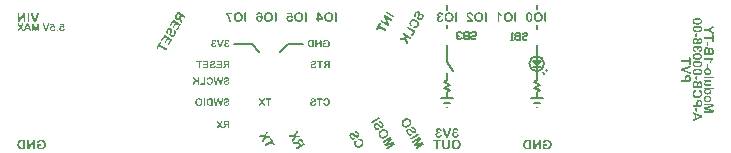
<source format=gbo>
G04 Layer_Color=32896*
%FSLAX24Y24*%
%MOIN*%
G70*
G01*
G75*
%ADD41C,0.0050*%
%ADD53C,0.0059*%
%ADD54C,0.0079*%
G36*
X15575Y2314D02*
X15586Y2312D01*
X15597Y2311D01*
X15606Y2309D01*
X15614Y2306D01*
X15618Y2305D01*
X15620Y2305D01*
X15622Y2304D01*
X15624Y2304D01*
X15625Y2303D01*
X15625D01*
X15635Y2299D01*
X15644Y2293D01*
X15652Y2288D01*
X15659Y2283D01*
X15665Y2278D01*
X15669Y2274D01*
X15671Y2272D01*
X15672Y2271D01*
Y2271D01*
X15679Y2263D01*
X15685Y2254D01*
X15690Y2246D01*
X15694Y2238D01*
X15698Y2231D01*
X15700Y2225D01*
X15701Y2224D01*
X15702Y2222D01*
X15702Y2221D01*
Y2221D01*
X15706Y2209D01*
X15708Y2198D01*
X15709Y2187D01*
X15710Y2177D01*
X15711Y2168D01*
Y2164D01*
X15712Y2161D01*
Y2159D01*
Y2157D01*
Y2156D01*
Y2155D01*
X15711Y2142D01*
X15710Y2130D01*
X15709Y2119D01*
X15707Y2110D01*
X15705Y2102D01*
X15705Y2098D01*
X15704Y2096D01*
X15703Y2093D01*
X15703Y2092D01*
X15702Y2091D01*
Y2090D01*
X15698Y2080D01*
X15693Y2070D01*
X15689Y2061D01*
X15684Y2054D01*
X15680Y2047D01*
X15676Y2043D01*
X15674Y2040D01*
X15673Y2040D01*
Y2039D01*
X15666Y2031D01*
X15658Y2025D01*
X15650Y2019D01*
X15642Y2015D01*
X15636Y2011D01*
X15630Y2008D01*
X15628Y2007D01*
X15627Y2006D01*
X15626Y2006D01*
X15626D01*
X15614Y2002D01*
X15603Y2000D01*
X15592Y1998D01*
X15582Y1996D01*
X15573Y1995D01*
X15570D01*
X15566Y1995D01*
X15561D01*
X15547Y1995D01*
X15535Y1997D01*
X15524Y1998D01*
X15515Y2000D01*
X15507Y2002D01*
X15504Y2003D01*
X15501Y2004D01*
X15499Y2005D01*
X15498Y2005D01*
X15497Y2006D01*
X15496D01*
X15486Y2011D01*
X15477Y2016D01*
X15468Y2021D01*
X15462Y2026D01*
X15456Y2031D01*
X15452Y2035D01*
X15449Y2038D01*
X15448Y2039D01*
X15442Y2047D01*
X15436Y2056D01*
X15430Y2064D01*
X15426Y2072D01*
X15423Y2079D01*
X15421Y2084D01*
X15420Y2086D01*
X15420Y2088D01*
X15419Y2089D01*
Y2089D01*
X15416Y2101D01*
X15413Y2112D01*
X15412Y2123D01*
X15410Y2133D01*
X15410Y2142D01*
Y2145D01*
X15409Y2149D01*
Y2151D01*
Y2153D01*
Y2154D01*
Y2155D01*
X15410Y2172D01*
X15412Y2188D01*
X15414Y2196D01*
X15415Y2203D01*
X15417Y2209D01*
X15418Y2215D01*
X15420Y2221D01*
X15422Y2225D01*
X15423Y2229D01*
X15424Y2233D01*
X15426Y2236D01*
X15426Y2238D01*
X15427Y2239D01*
Y2239D01*
X15435Y2252D01*
X15443Y2263D01*
X15452Y2273D01*
X15460Y2281D01*
X15468Y2286D01*
X15471Y2289D01*
X15474Y2291D01*
X15476Y2293D01*
X15478Y2294D01*
X15479Y2295D01*
X15480D01*
X15493Y2301D01*
X15507Y2306D01*
X15521Y2309D01*
X15534Y2312D01*
X15540Y2313D01*
X15545Y2313D01*
X15550Y2314D01*
X15554D01*
X15557Y2314D01*
X15562D01*
X15575Y2314D01*
D02*
G37*
G36*
X15804D02*
X15809Y2313D01*
X15812Y2311D01*
X15815Y2309D01*
X15818Y2307D01*
X15820Y2306D01*
X15821Y2305D01*
X15822Y2305D01*
X15825Y2301D01*
X15827Y2296D01*
X15828Y2291D01*
X15829Y2287D01*
X15830Y2283D01*
X15830Y2279D01*
Y2277D01*
Y2276D01*
Y2033D01*
X15830Y2026D01*
X15829Y2020D01*
X15828Y2015D01*
X15826Y2011D01*
X15824Y2008D01*
X15823Y2006D01*
X15822Y2004D01*
X15822Y2004D01*
X15818Y2001D01*
X15814Y1999D01*
X15811Y1997D01*
X15807Y1996D01*
X15804Y1995D01*
X15802Y1995D01*
X15799D01*
X15794Y1995D01*
X15790Y1996D01*
X15786Y1998D01*
X15783Y2000D01*
X15780Y2001D01*
X15778Y2002D01*
X15777Y2003D01*
X15776Y2004D01*
X15773Y2008D01*
X15771Y2012D01*
X15769Y2017D01*
X15769Y2022D01*
X15768Y2026D01*
X15768Y2029D01*
Y2032D01*
Y2033D01*
Y2276D01*
X15768Y2283D01*
X15769Y2289D01*
X15770Y2294D01*
X15772Y2298D01*
X15773Y2301D01*
X15775Y2303D01*
X15776Y2304D01*
X15776Y2305D01*
X15780Y2308D01*
X15784Y2310D01*
X15788Y2312D01*
X15791Y2313D01*
X15794Y2314D01*
X15797Y2314D01*
X15799D01*
X15804Y2314D01*
D02*
G37*
G36*
X14814D02*
X14819Y2313D01*
X14822Y2311D01*
X14825Y2309D01*
X14828Y2307D01*
X14830Y2306D01*
X14831Y2305D01*
X14832Y2305D01*
X14835Y2301D01*
X14837Y2296D01*
X14838Y2291D01*
X14839Y2287D01*
X14840Y2283D01*
X14840Y2279D01*
Y2277D01*
Y2276D01*
Y2033D01*
X14840Y2026D01*
X14839Y2020D01*
X14838Y2015D01*
X14836Y2011D01*
X14834Y2008D01*
X14833Y2006D01*
X14832Y2004D01*
X14832Y2004D01*
X14828Y2001D01*
X14824Y1999D01*
X14821Y1997D01*
X14817Y1996D01*
X14814Y1995D01*
X14812Y1995D01*
X14809D01*
X14804Y1995D01*
X14799Y1996D01*
X14796Y1998D01*
X14793Y2000D01*
X14790Y2001D01*
X14788Y2002D01*
X14787Y2003D01*
X14786Y2004D01*
X14783Y2008D01*
X14781Y2012D01*
X14779Y2017D01*
X14779Y2022D01*
X14778Y2026D01*
X14778Y2029D01*
Y2032D01*
Y2033D01*
Y2276D01*
X14778Y2283D01*
X14779Y2289D01*
X14780Y2294D01*
X14782Y2298D01*
X14783Y2301D01*
X14785Y2303D01*
X14786Y2304D01*
X14786Y2305D01*
X14790Y2308D01*
X14794Y2310D01*
X14798Y2312D01*
X14801Y2313D01*
X14804Y2314D01*
X14807Y2314D01*
X14809D01*
X14814Y2314D01*
D02*
G37*
G36*
X14277Y2310D02*
X14286Y2310D01*
X14293Y2309D01*
X14299Y2307D01*
X14304Y2306D01*
X14308Y2305D01*
X14311Y2305D01*
X14311Y2304D01*
X14318Y2301D01*
X14324Y2298D01*
X14330Y2295D01*
X14334Y2292D01*
X14338Y2290D01*
X14341Y2288D01*
X14343Y2286D01*
X14343Y2286D01*
X14348Y2282D01*
X14352Y2278D01*
X14355Y2274D01*
X14358Y2270D01*
X14360Y2267D01*
X14361Y2265D01*
X14362Y2264D01*
X14363Y2263D01*
X14365Y2259D01*
X14366Y2255D01*
X14368Y2251D01*
X14368Y2247D01*
X14369Y2244D01*
X14369Y2242D01*
Y2241D01*
Y2240D01*
X14369Y2236D01*
X14368Y2233D01*
X14367Y2229D01*
X14366Y2227D01*
X14364Y2225D01*
X14363Y2224D01*
X14363Y2223D01*
X14362Y2222D01*
X14359Y2220D01*
X14357Y2218D01*
X14352Y2216D01*
X14350Y2216D01*
X14348Y2215D01*
X14347D01*
X14342Y2216D01*
X14337Y2217D01*
X14335Y2217D01*
X14334Y2218D01*
X14331Y2220D01*
X14328Y2222D01*
X14327Y2224D01*
X14326Y2224D01*
X14324Y2230D01*
X14321Y2236D01*
X14320Y2238D01*
X14319Y2240D01*
X14318Y2241D01*
Y2242D01*
X14315Y2248D01*
X14312Y2253D01*
X14311Y2255D01*
X14310Y2256D01*
X14309Y2257D01*
Y2257D01*
X14305Y2261D01*
X14301Y2264D01*
X14299Y2265D01*
X14297Y2266D01*
X14296Y2266D01*
X14296D01*
X14289Y2269D01*
X14282Y2270D01*
X14279Y2270D01*
X14275D01*
X14268Y2270D01*
X14262Y2268D01*
X14257Y2266D01*
X14252Y2264D01*
X14249Y2263D01*
X14247Y2261D01*
X14245Y2259D01*
X14245Y2259D01*
X14241Y2254D01*
X14238Y2249D01*
X14236Y2244D01*
X14235Y2241D01*
X14234Y2237D01*
X14233Y2234D01*
Y2231D01*
Y2231D01*
X14234Y2224D01*
X14235Y2217D01*
X14238Y2211D01*
X14240Y2206D01*
X14243Y2203D01*
X14245Y2200D01*
X14247Y2199D01*
X14248Y2198D01*
X14253Y2194D01*
X14259Y2192D01*
X14264Y2190D01*
X14270Y2188D01*
X14274Y2187D01*
X14277Y2187D01*
X14290D01*
X14295Y2186D01*
X14299Y2186D01*
X14303Y2185D01*
X14307Y2184D01*
X14309Y2183D01*
X14311Y2182D01*
X14312Y2181D01*
X14312Y2181D01*
X14315Y2178D01*
X14317Y2175D01*
X14318Y2173D01*
X14319Y2170D01*
X14319Y2167D01*
X14320Y2166D01*
Y2164D01*
Y2164D01*
X14319Y2161D01*
X14319Y2157D01*
X14316Y2152D01*
X14315Y2150D01*
X14314Y2149D01*
X14314Y2148D01*
X14313Y2148D01*
X14311Y2146D01*
X14308Y2144D01*
X14302Y2143D01*
X14299Y2142D01*
X14297Y2142D01*
X14292D01*
X14289Y2142D01*
X14286Y2143D01*
X14284D01*
X14278Y2143D01*
X14274Y2144D01*
X14271D01*
X14263Y2143D01*
X14255Y2142D01*
X14249Y2140D01*
X14243Y2137D01*
X14239Y2134D01*
X14236Y2132D01*
X14234Y2130D01*
X14233Y2130D01*
X14229Y2124D01*
X14226Y2118D01*
X14223Y2111D01*
X14221Y2105D01*
X14220Y2100D01*
X14220Y2095D01*
Y2092D01*
Y2091D01*
Y2091D01*
X14220Y2085D01*
X14221Y2079D01*
X14222Y2074D01*
X14224Y2070D01*
X14226Y2066D01*
X14227Y2064D01*
X14228Y2062D01*
X14228Y2061D01*
X14231Y2057D01*
X14234Y2053D01*
X14238Y2050D01*
X14241Y2047D01*
X14244Y2045D01*
X14246Y2043D01*
X14248Y2043D01*
X14248Y2042D01*
X14252Y2041D01*
X14257Y2039D01*
X14261Y2038D01*
X14265Y2037D01*
X14268Y2037D01*
X14271Y2036D01*
X14273D01*
X14281Y2037D01*
X14288Y2039D01*
X14294Y2041D01*
X14299Y2043D01*
X14303Y2046D01*
X14306Y2048D01*
X14308Y2050D01*
X14309Y2050D01*
X14313Y2056D01*
X14317Y2063D01*
X14321Y2070D01*
X14325Y2077D01*
X14328Y2084D01*
X14330Y2089D01*
X14331Y2091D01*
X14332Y2092D01*
X14332Y2093D01*
Y2094D01*
X14334Y2097D01*
X14336Y2100D01*
X14338Y2102D01*
X14339Y2102D01*
X14339D01*
X14343Y2104D01*
X14347Y2105D01*
X14350Y2106D01*
X14351D01*
X14355Y2105D01*
X14358Y2105D01*
X14362Y2103D01*
X14365Y2102D01*
X14367Y2101D01*
X14369Y2100D01*
X14370Y2099D01*
X14371Y2098D01*
X14373Y2095D01*
X14375Y2092D01*
X14376Y2089D01*
X14377Y2085D01*
X14378Y2083D01*
X14378Y2081D01*
Y2079D01*
Y2079D01*
X14378Y2075D01*
X14377Y2071D01*
X14375Y2063D01*
X14373Y2060D01*
X14373Y2057D01*
X14372Y2055D01*
X14372Y2054D01*
X14369Y2049D01*
X14366Y2044D01*
X14362Y2039D01*
X14359Y2035D01*
X14356Y2031D01*
X14354Y2029D01*
X14352Y2027D01*
X14352Y2026D01*
X14347Y2021D01*
X14341Y2017D01*
X14336Y2013D01*
X14331Y2010D01*
X14326Y2007D01*
X14322Y2005D01*
X14320Y2004D01*
X14319Y2003D01*
X14311Y2000D01*
X14303Y1999D01*
X14296Y1997D01*
X14289Y1996D01*
X14283Y1995D01*
X14278Y1995D01*
X14273D01*
X14264Y1995D01*
X14256Y1996D01*
X14248Y1997D01*
X14241Y1999D01*
X14236Y2000D01*
X14231Y2001D01*
X14229Y2002D01*
X14228Y2002D01*
X14221Y2006D01*
X14214Y2009D01*
X14208Y2013D01*
X14203Y2017D01*
X14199Y2020D01*
X14195Y2022D01*
X14193Y2024D01*
X14193Y2024D01*
X14188Y2030D01*
X14183Y2035D01*
X14179Y2041D01*
X14176Y2045D01*
X14173Y2050D01*
X14171Y2053D01*
X14170Y2055D01*
X14170Y2056D01*
X14168Y2063D01*
X14166Y2070D01*
X14164Y2076D01*
X14163Y2081D01*
X14163Y2086D01*
X14162Y2090D01*
Y2093D01*
Y2094D01*
Y2100D01*
X14163Y2105D01*
X14164Y2110D01*
X14165Y2114D01*
X14166Y2118D01*
X14167Y2121D01*
X14168Y2122D01*
X14168Y2123D01*
X14170Y2128D01*
X14173Y2133D01*
X14176Y2137D01*
X14179Y2141D01*
X14181Y2144D01*
X14183Y2146D01*
X14185Y2148D01*
X14185Y2148D01*
X14194Y2157D01*
X14199Y2160D01*
X14203Y2163D01*
X14207Y2165D01*
X14210Y2167D01*
X14212Y2168D01*
X14212Y2169D01*
X14207Y2174D01*
X14201Y2180D01*
X14197Y2184D01*
X14193Y2189D01*
X14190Y2193D01*
X14188Y2196D01*
X14187Y2198D01*
X14187Y2198D01*
X14184Y2204D01*
X14181Y2210D01*
X14180Y2216D01*
X14178Y2222D01*
X14178Y2227D01*
X14177Y2231D01*
Y2234D01*
Y2235D01*
X14178Y2241D01*
X14178Y2246D01*
X14179Y2251D01*
X14180Y2255D01*
X14182Y2259D01*
X14183Y2262D01*
X14183Y2264D01*
X14184Y2264D01*
X14186Y2269D01*
X14189Y2274D01*
X14192Y2278D01*
X14195Y2282D01*
X14198Y2285D01*
X14201Y2287D01*
X14202Y2288D01*
X14203Y2289D01*
X14208Y2293D01*
X14212Y2296D01*
X14217Y2299D01*
X14222Y2301D01*
X14226Y2303D01*
X14229Y2304D01*
X14231Y2305D01*
X14232D01*
X14238Y2307D01*
X14245Y2308D01*
X14251Y2309D01*
X14257Y2310D01*
X14262D01*
X14266Y2311D01*
X14269D01*
X14277Y2310D01*
D02*
G37*
G36*
X15269D02*
X15278Y2309D01*
X15286Y2308D01*
X15293Y2307D01*
X15298Y2305D01*
X15302Y2304D01*
X15305Y2303D01*
X15306Y2303D01*
X15313Y2300D01*
X15320Y2296D01*
X15325Y2292D01*
X15330Y2289D01*
X15334Y2286D01*
X15337Y2284D01*
X15339Y2282D01*
X15339Y2282D01*
X15343Y2277D01*
X15347Y2272D01*
X15351Y2267D01*
X15354Y2263D01*
X15356Y2259D01*
X15357Y2256D01*
X15358Y2254D01*
X15359Y2253D01*
X15361Y2247D01*
X15362Y2242D01*
X15363Y2237D01*
X15364Y2232D01*
X15364Y2228D01*
X15365Y2225D01*
Y2224D01*
Y2223D01*
X15364Y2219D01*
X15364Y2215D01*
X15363Y2212D01*
X15362Y2209D01*
X15360Y2207D01*
X15359Y2205D01*
X15359Y2204D01*
X15358Y2204D01*
X15355Y2202D01*
X15352Y2200D01*
X15346Y2198D01*
X15344Y2198D01*
X15342Y2197D01*
X15341D01*
X15336Y2198D01*
X15333Y2198D01*
X15329Y2200D01*
X15327Y2201D01*
X15325Y2202D01*
X15323Y2203D01*
X15323Y2204D01*
X15322Y2204D01*
X15320Y2208D01*
X15318Y2211D01*
X15315Y2218D01*
X15313Y2221D01*
X15312Y2224D01*
X15311Y2225D01*
Y2226D01*
X15309Y2231D01*
X15308Y2235D01*
X15306Y2238D01*
X15305Y2240D01*
X15305Y2242D01*
X15304Y2243D01*
X15304Y2244D01*
X15301Y2248D01*
X15298Y2252D01*
X15294Y2255D01*
X15291Y2258D01*
X15283Y2262D01*
X15276Y2265D01*
X15270Y2266D01*
X15265Y2267D01*
X15263Y2268D01*
X15260D01*
X15256Y2267D01*
X15251Y2267D01*
X15247Y2266D01*
X15243Y2265D01*
X15240Y2264D01*
X15239Y2263D01*
X15237Y2262D01*
X15237Y2262D01*
X15233Y2259D01*
X15229Y2257D01*
X15226Y2254D01*
X15223Y2251D01*
X15221Y2249D01*
X15220Y2247D01*
X15220Y2245D01*
X15219Y2245D01*
X15217Y2241D01*
X15215Y2237D01*
X15213Y2229D01*
X15213Y2226D01*
X15212Y2224D01*
Y2222D01*
Y2221D01*
X15213Y2217D01*
X15213Y2212D01*
X15214Y2208D01*
X15215Y2204D01*
X15217Y2201D01*
X15218Y2198D01*
X15218Y2196D01*
X15219Y2196D01*
X15221Y2191D01*
X15224Y2186D01*
X15227Y2182D01*
X15229Y2178D01*
X15232Y2175D01*
X15234Y2173D01*
X15236Y2171D01*
X15236Y2170D01*
X15240Y2166D01*
X15245Y2162D01*
X15250Y2157D01*
X15255Y2154D01*
X15259Y2150D01*
X15262Y2148D01*
X15264Y2146D01*
X15265Y2146D01*
X15269Y2143D01*
X15274Y2139D01*
X15280Y2135D01*
X15284Y2130D01*
X15289Y2125D01*
X15293Y2122D01*
X15296Y2120D01*
X15297Y2119D01*
X15297Y2119D01*
X15306Y2111D01*
X15314Y2102D01*
X15323Y2094D01*
X15331Y2086D01*
X15338Y2079D01*
X15342Y2074D01*
X15344Y2072D01*
X15346Y2070D01*
X15347Y2069D01*
X15347Y2069D01*
X15350Y2066D01*
X15352Y2063D01*
X15356Y2057D01*
X15358Y2054D01*
X15359Y2051D01*
X15360Y2050D01*
X15360Y2049D01*
X15362Y2045D01*
X15363Y2041D01*
X15364Y2038D01*
X15365Y2035D01*
X15365Y2032D01*
X15366Y2031D01*
Y2030D01*
Y2029D01*
X15365Y2025D01*
X15364Y2021D01*
X15363Y2017D01*
X15362Y2014D01*
X15360Y2012D01*
X15359Y2010D01*
X15358Y2009D01*
X15357Y2008D01*
X15353Y2005D01*
X15349Y2003D01*
X15345Y2002D01*
X15341Y2001D01*
X15338Y2000D01*
X15335Y2000D01*
X15177D01*
X15172Y2000D01*
X15168Y2001D01*
X15164Y2002D01*
X15161Y2003D01*
X15159Y2005D01*
X15158Y2006D01*
X15157Y2006D01*
X15157Y2007D01*
X15154Y2010D01*
X15153Y2013D01*
X15151Y2019D01*
X15150Y2021D01*
X15150Y2023D01*
Y2024D01*
Y2024D01*
X15150Y2029D01*
X15151Y2032D01*
X15153Y2036D01*
X15154Y2038D01*
X15156Y2040D01*
X15157Y2041D01*
X15158Y2042D01*
X15159Y2043D01*
X15162Y2045D01*
X15166Y2047D01*
X15174Y2049D01*
X15178Y2049D01*
X15180Y2050D01*
X15293D01*
X15289Y2055D01*
X15286Y2060D01*
X15284Y2062D01*
X15283Y2063D01*
Y2063D01*
X15278Y2069D01*
X15271Y2076D01*
X15264Y2082D01*
X15257Y2089D01*
X15250Y2095D01*
X15244Y2099D01*
X15242Y2101D01*
X15241Y2102D01*
X15240Y2103D01*
X15240Y2103D01*
X15228Y2113D01*
X15219Y2121D01*
X15211Y2127D01*
X15205Y2132D01*
X15200Y2136D01*
X15197Y2139D01*
X15195Y2141D01*
X15195Y2142D01*
X15190Y2146D01*
X15185Y2152D01*
X15180Y2158D01*
X15176Y2163D01*
X15173Y2167D01*
X15170Y2171D01*
X15168Y2174D01*
X15168Y2175D01*
X15163Y2183D01*
X15160Y2191D01*
X15158Y2199D01*
X15156Y2207D01*
X15155Y2213D01*
X15155Y2218D01*
Y2220D01*
Y2222D01*
Y2222D01*
Y2223D01*
X15155Y2229D01*
X15156Y2235D01*
X15157Y2240D01*
X15158Y2245D01*
X15159Y2249D01*
X15160Y2252D01*
X15160Y2254D01*
X15161Y2255D01*
X15163Y2261D01*
X15166Y2265D01*
X15169Y2270D01*
X15172Y2274D01*
X15175Y2278D01*
X15177Y2280D01*
X15178Y2282D01*
X15179Y2282D01*
X15183Y2286D01*
X15187Y2290D01*
X15192Y2293D01*
X15196Y2296D01*
X15199Y2298D01*
X15202Y2299D01*
X15204Y2300D01*
X15204Y2301D01*
X15213Y2304D01*
X15222Y2306D01*
X15232Y2308D01*
X15240Y2309D01*
X15248Y2310D01*
X15251D01*
X15254Y2311D01*
X15259D01*
X15269Y2310D01*
D02*
G37*
G36*
X16221D02*
X16224Y2310D01*
X16225Y2309D01*
X16228Y2307D01*
X16229Y2307D01*
X16230Y2305D01*
X16233Y2302D01*
X16235Y2299D01*
X16238Y2295D01*
X16240Y2292D01*
X16242Y2289D01*
X16243Y2287D01*
X16244Y2286D01*
X16248Y2281D01*
X16253Y2275D01*
X16258Y2270D01*
X16262Y2265D01*
X16266Y2262D01*
X16269Y2259D01*
X16271Y2257D01*
X16271Y2257D01*
X16277Y2252D01*
X16284Y2247D01*
X16291Y2243D01*
X16297Y2239D01*
X16303Y2236D01*
X16307Y2234D01*
X16309Y2233D01*
X16311Y2232D01*
X16311Y2232D01*
X16312D01*
X16318Y2229D01*
X16322Y2226D01*
X16327Y2224D01*
X16330Y2222D01*
X16333Y2220D01*
X16334Y2219D01*
X16335Y2219D01*
X16336Y2218D01*
X16338Y2216D01*
X16340Y2214D01*
X16342Y2208D01*
X16342Y2206D01*
X16343Y2204D01*
Y2203D01*
Y2203D01*
X16342Y2199D01*
X16342Y2196D01*
X16339Y2191D01*
X16338Y2189D01*
X16337Y2188D01*
X16336Y2187D01*
X16336Y2186D01*
X16333Y2184D01*
X16330Y2183D01*
X16325Y2181D01*
X16322Y2180D01*
X16321Y2180D01*
X16320D01*
X16316Y2180D01*
X16311Y2182D01*
X16306Y2183D01*
X16301Y2186D01*
X16288Y2193D01*
X16277Y2200D01*
X16265Y2207D01*
X16261Y2211D01*
X16256Y2214D01*
X16252Y2217D01*
X16250Y2219D01*
X16248Y2220D01*
X16247Y2221D01*
Y2028D01*
X16247Y2022D01*
X16246Y2018D01*
X16245Y2013D01*
X16243Y2009D01*
X16242Y2007D01*
X16241Y2004D01*
X16241Y2003D01*
X16240Y2003D01*
X16237Y2000D01*
X16233Y1998D01*
X16230Y1997D01*
X16226Y1996D01*
X16223Y1995D01*
X16221Y1995D01*
X16219D01*
X16214Y1995D01*
X16209Y1997D01*
X16206Y1999D01*
X16202Y2001D01*
X16200Y2004D01*
X16197Y2008D01*
X16194Y2016D01*
X16192Y2023D01*
X16191Y2027D01*
X16191Y2030D01*
X16190Y2033D01*
Y2035D01*
Y2036D01*
Y2037D01*
Y2278D01*
X16191Y2284D01*
X16191Y2288D01*
X16192Y2292D01*
X16194Y2296D01*
X16195Y2299D01*
X16196Y2301D01*
X16197Y2302D01*
X16197Y2302D01*
X16200Y2305D01*
X16203Y2307D01*
X16206Y2309D01*
X16209Y2310D01*
X16211Y2310D01*
X16213Y2311D01*
X16219D01*
X16221Y2310D01*
D02*
G37*
G36*
X7225Y-1307D02*
X7230Y-1308D01*
X7234Y-1309D01*
X7237Y-1310D01*
X7240Y-1312D01*
X7242Y-1313D01*
X7243Y-1313D01*
X7243Y-1314D01*
X7245Y-1317D01*
X7247Y-1320D01*
X7248Y-1324D01*
X7249Y-1328D01*
X7250Y-1331D01*
X7250Y-1334D01*
Y-1336D01*
Y-1337D01*
Y-1524D01*
X7250Y-1530D01*
X7249Y-1534D01*
X7248Y-1538D01*
X7247Y-1541D01*
X7246Y-1544D01*
X7245Y-1545D01*
X7244Y-1547D01*
X7244Y-1547D01*
X7241Y-1549D01*
X7238Y-1551D01*
X7235Y-1552D01*
X7232Y-1553D01*
X7230Y-1554D01*
X7227Y-1554D01*
X7225D01*
X7222Y-1554D01*
X7218Y-1553D01*
X7215Y-1552D01*
X7212Y-1550D01*
X7210Y-1549D01*
X7209Y-1548D01*
X7208Y-1547D01*
X7208Y-1547D01*
X7205Y-1544D01*
X7204Y-1540D01*
X7202Y-1537D01*
X7202Y-1533D01*
X7201Y-1530D01*
X7201Y-1527D01*
Y-1525D01*
Y-1524D01*
Y-1446D01*
X7179D01*
X7175Y-1447D01*
X7171Y-1447D01*
X7168Y-1448D01*
X7166Y-1449D01*
X7164Y-1449D01*
X7162Y-1450D01*
X7162D01*
X7159Y-1451D01*
X7156Y-1453D01*
X7153Y-1456D01*
X7150Y-1457D01*
X7148Y-1460D01*
X7147Y-1461D01*
X7146Y-1462D01*
X7145Y-1463D01*
X7142Y-1467D01*
X7139Y-1471D01*
X7135Y-1476D01*
X7132Y-1480D01*
X7130Y-1484D01*
X7128Y-1487D01*
X7126Y-1489D01*
X7126Y-1490D01*
Y-1490D01*
X7106Y-1523D01*
X7104Y-1527D01*
X7101Y-1531D01*
X7099Y-1534D01*
X7098Y-1536D01*
X7097Y-1538D01*
X7096Y-1540D01*
X7095Y-1540D01*
Y-1541D01*
X7092Y-1545D01*
X7089Y-1548D01*
X7086Y-1550D01*
X7086Y-1550D01*
X7086D01*
X7081Y-1553D01*
X7076Y-1554D01*
X7075D01*
X7073Y-1554D01*
X7071D01*
X7066Y-1554D01*
X7063Y-1553D01*
X7061Y-1552D01*
X7060Y-1552D01*
X7060Y-1552D01*
X7059D01*
X7056Y-1549D01*
X7053Y-1547D01*
X7051Y-1545D01*
X7051Y-1544D01*
X7049Y-1541D01*
X7048Y-1538D01*
X7048Y-1535D01*
Y-1535D01*
Y-1535D01*
X7048Y-1533D01*
X7048Y-1530D01*
X7050Y-1524D01*
X7051Y-1522D01*
X7052Y-1520D01*
X7053Y-1518D01*
X7053Y-1518D01*
X7055Y-1513D01*
X7057Y-1508D01*
X7060Y-1503D01*
X7062Y-1499D01*
X7064Y-1495D01*
X7066Y-1492D01*
X7067Y-1490D01*
X7068Y-1490D01*
X7071Y-1484D01*
X7075Y-1479D01*
X7078Y-1474D01*
X7081Y-1469D01*
X7085Y-1466D01*
X7087Y-1463D01*
X7088Y-1462D01*
X7089Y-1461D01*
X7093Y-1456D01*
X7098Y-1452D01*
X7102Y-1449D01*
X7106Y-1446D01*
X7109Y-1443D01*
X7112Y-1441D01*
X7113Y-1441D01*
X7114Y-1440D01*
X7103Y-1437D01*
X7093Y-1434D01*
X7085Y-1430D01*
X7079Y-1426D01*
X7074Y-1423D01*
X7070Y-1420D01*
X7068Y-1418D01*
X7067Y-1418D01*
X7062Y-1411D01*
X7058Y-1404D01*
X7056Y-1396D01*
X7054Y-1389D01*
X7053Y-1383D01*
X7052Y-1381D01*
Y-1378D01*
X7052Y-1376D01*
Y-1375D01*
Y-1374D01*
Y-1374D01*
Y-1369D01*
X7053Y-1364D01*
X7053Y-1360D01*
X7054Y-1356D01*
X7055Y-1353D01*
X7056Y-1350D01*
X7056Y-1349D01*
X7056Y-1348D01*
X7058Y-1344D01*
X7060Y-1340D01*
X7063Y-1337D01*
X7065Y-1333D01*
X7067Y-1331D01*
X7068Y-1329D01*
X7070Y-1328D01*
X7070Y-1328D01*
X7073Y-1325D01*
X7077Y-1322D01*
X7080Y-1319D01*
X7083Y-1317D01*
X7086Y-1316D01*
X7088Y-1315D01*
X7090Y-1314D01*
X7090Y-1314D01*
X7098Y-1311D01*
X7101Y-1310D01*
X7104Y-1309D01*
X7107Y-1309D01*
X7109Y-1308D01*
X7111Y-1308D01*
X7111D01*
X7116Y-1308D01*
X7121Y-1307D01*
X7126Y-1307D01*
X7130Y-1307D01*
X7220D01*
X7225Y-1307D01*
D02*
G37*
G36*
X16555Y2314D02*
X16566Y2312D01*
X16577Y2311D01*
X16587Y2309D01*
X16594Y2306D01*
X16598Y2305D01*
X16600Y2305D01*
X16602Y2304D01*
X16604Y2304D01*
X16605Y2303D01*
X16605D01*
X16615Y2299D01*
X16624Y2293D01*
X16632Y2288D01*
X16639Y2283D01*
X16645Y2278D01*
X16649Y2274D01*
X16651Y2272D01*
X16652Y2271D01*
Y2271D01*
X16659Y2263D01*
X16665Y2254D01*
X16670Y2246D01*
X16674Y2238D01*
X16678Y2231D01*
X16680Y2225D01*
X16681Y2224D01*
X16682Y2222D01*
X16682Y2221D01*
Y2221D01*
X16686Y2209D01*
X16688Y2198D01*
X16689Y2187D01*
X16690Y2177D01*
X16691Y2168D01*
Y2164D01*
X16692Y2161D01*
Y2159D01*
Y2157D01*
Y2156D01*
Y2155D01*
X16691Y2142D01*
X16690Y2130D01*
X16689Y2119D01*
X16687Y2110D01*
X16685Y2102D01*
X16685Y2098D01*
X16684Y2096D01*
X16683Y2093D01*
X16683Y2092D01*
X16682Y2091D01*
Y2090D01*
X16678Y2080D01*
X16673Y2070D01*
X16669Y2061D01*
X16664Y2054D01*
X16660Y2047D01*
X16656Y2043D01*
X16654Y2040D01*
X16653Y2040D01*
Y2039D01*
X16646Y2031D01*
X16638Y2025D01*
X16630Y2019D01*
X16622Y2015D01*
X16616Y2011D01*
X16610Y2008D01*
X16608Y2007D01*
X16607Y2006D01*
X16606Y2006D01*
X16606D01*
X16594Y2002D01*
X16583Y2000D01*
X16572Y1998D01*
X16562Y1996D01*
X16553Y1995D01*
X16550D01*
X16546Y1995D01*
X16541D01*
X16527Y1995D01*
X16515Y1997D01*
X16504Y1998D01*
X16495Y2000D01*
X16487Y2002D01*
X16484Y2003D01*
X16481Y2004D01*
X16479Y2005D01*
X16478Y2005D01*
X16477Y2006D01*
X16476D01*
X16466Y2011D01*
X16457Y2016D01*
X16448Y2021D01*
X16442Y2026D01*
X16436Y2031D01*
X16432Y2035D01*
X16429Y2038D01*
X16428Y2039D01*
X16422Y2047D01*
X16416Y2056D01*
X16410Y2064D01*
X16406Y2072D01*
X16403Y2079D01*
X16401Y2084D01*
X16400Y2086D01*
X16400Y2088D01*
X16399Y2089D01*
Y2089D01*
X16396Y2101D01*
X16393Y2112D01*
X16392Y2123D01*
X16390Y2133D01*
X16390Y2142D01*
Y2145D01*
X16389Y2149D01*
Y2151D01*
Y2153D01*
Y2154D01*
Y2155D01*
X16390Y2172D01*
X16392Y2188D01*
X16394Y2196D01*
X16395Y2203D01*
X16397Y2209D01*
X16398Y2215D01*
X16400Y2221D01*
X16402Y2225D01*
X16403Y2229D01*
X16404Y2233D01*
X16406Y2236D01*
X16406Y2238D01*
X16407Y2239D01*
Y2239D01*
X16415Y2252D01*
X16423Y2263D01*
X16432Y2273D01*
X16440Y2281D01*
X16448Y2286D01*
X16451Y2289D01*
X16454Y2291D01*
X16456Y2293D01*
X16458Y2294D01*
X16459Y2295D01*
X16460D01*
X16473Y2301D01*
X16487Y2306D01*
X16501Y2309D01*
X16514Y2312D01*
X16520Y2313D01*
X16525Y2313D01*
X16530Y2314D01*
X16534D01*
X16537Y2314D01*
X16542D01*
X16555Y2314D01*
D02*
G37*
G36*
X16784D02*
X16789Y2313D01*
X16792Y2311D01*
X16795Y2309D01*
X16798Y2307D01*
X16800Y2306D01*
X16801Y2305D01*
X16802Y2305D01*
X16805Y2301D01*
X16807Y2296D01*
X16808Y2291D01*
X16809Y2287D01*
X16810Y2283D01*
X16810Y2279D01*
Y2277D01*
Y2276D01*
Y2033D01*
X16810Y2026D01*
X16809Y2020D01*
X16808Y2015D01*
X16806Y2011D01*
X16804Y2008D01*
X16803Y2006D01*
X16802Y2004D01*
X16802Y2004D01*
X16798Y2001D01*
X16794Y1999D01*
X16791Y1997D01*
X16787Y1996D01*
X16784Y1995D01*
X16782Y1995D01*
X16779D01*
X16774Y1995D01*
X16769Y1996D01*
X16766Y1998D01*
X16763Y2000D01*
X16760Y2001D01*
X16758Y2002D01*
X16757Y2003D01*
X16756Y2004D01*
X16753Y2008D01*
X16751Y2012D01*
X16749Y2017D01*
X16749Y2022D01*
X16748Y2026D01*
X16748Y2029D01*
Y2032D01*
Y2033D01*
Y2276D01*
X16748Y2283D01*
X16749Y2289D01*
X16750Y2294D01*
X16752Y2298D01*
X16753Y2301D01*
X16755Y2303D01*
X16756Y2304D01*
X16756Y2305D01*
X16760Y2308D01*
X16764Y2310D01*
X16768Y2312D01*
X16771Y2313D01*
X16774Y2314D01*
X16777Y2314D01*
X16779D01*
X16784Y2314D01*
D02*
G37*
G36*
X14585D02*
X14596Y2312D01*
X14607Y2311D01*
X14617Y2309D01*
X14624Y2306D01*
X14628Y2305D01*
X14630Y2305D01*
X14632Y2304D01*
X14634Y2304D01*
X14635Y2303D01*
X14635D01*
X14645Y2299D01*
X14654Y2293D01*
X14662Y2288D01*
X14669Y2283D01*
X14675Y2278D01*
X14679Y2274D01*
X14681Y2272D01*
X14682Y2271D01*
Y2271D01*
X14689Y2263D01*
X14695Y2254D01*
X14700Y2246D01*
X14704Y2238D01*
X14708Y2231D01*
X14710Y2225D01*
X14711Y2224D01*
X14712Y2222D01*
X14712Y2221D01*
Y2221D01*
X14716Y2209D01*
X14718Y2198D01*
X14719Y2187D01*
X14720Y2177D01*
X14721Y2168D01*
Y2164D01*
X14722Y2161D01*
Y2159D01*
Y2157D01*
Y2156D01*
Y2155D01*
X14721Y2142D01*
X14720Y2130D01*
X14719Y2119D01*
X14717Y2110D01*
X14715Y2102D01*
X14715Y2098D01*
X14714Y2096D01*
X14713Y2093D01*
X14713Y2092D01*
X14712Y2091D01*
Y2090D01*
X14708Y2080D01*
X14703Y2070D01*
X14699Y2061D01*
X14694Y2054D01*
X14690Y2047D01*
X14686Y2043D01*
X14684Y2040D01*
X14683Y2040D01*
Y2039D01*
X14676Y2031D01*
X14668Y2025D01*
X14660Y2019D01*
X14652Y2015D01*
X14646Y2011D01*
X14640Y2008D01*
X14638Y2007D01*
X14637Y2006D01*
X14636Y2006D01*
X14636D01*
X14624Y2002D01*
X14613Y2000D01*
X14602Y1998D01*
X14592Y1996D01*
X14583Y1995D01*
X14580D01*
X14576Y1995D01*
X14571D01*
X14557Y1995D01*
X14545Y1997D01*
X14534Y1998D01*
X14525Y2000D01*
X14517Y2002D01*
X14514Y2003D01*
X14511Y2004D01*
X14509Y2005D01*
X14508Y2005D01*
X14507Y2006D01*
X14506D01*
X14496Y2011D01*
X14487Y2016D01*
X14478Y2021D01*
X14472Y2026D01*
X14466Y2031D01*
X14462Y2035D01*
X14459Y2038D01*
X14458Y2039D01*
X14452Y2047D01*
X14446Y2056D01*
X14440Y2064D01*
X14436Y2072D01*
X14433Y2079D01*
X14431Y2084D01*
X14430Y2086D01*
X14430Y2088D01*
X14429Y2089D01*
Y2089D01*
X14426Y2101D01*
X14423Y2112D01*
X14422Y2123D01*
X14420Y2133D01*
X14420Y2142D01*
Y2145D01*
X14419Y2149D01*
Y2151D01*
Y2153D01*
Y2154D01*
Y2155D01*
X14420Y2172D01*
X14422Y2188D01*
X14424Y2196D01*
X14425Y2203D01*
X14427Y2209D01*
X14428Y2215D01*
X14430Y2221D01*
X14432Y2225D01*
X14433Y2229D01*
X14434Y2233D01*
X14436Y2236D01*
X14436Y2238D01*
X14437Y2239D01*
Y2239D01*
X14445Y2252D01*
X14453Y2263D01*
X14462Y2273D01*
X14470Y2281D01*
X14478Y2286D01*
X14481Y2289D01*
X14484Y2291D01*
X14486Y2293D01*
X14488Y2294D01*
X14489Y2295D01*
X14490D01*
X14503Y2301D01*
X14517Y2306D01*
X14531Y2309D01*
X14544Y2312D01*
X14550Y2313D01*
X14555Y2313D01*
X14560Y2314D01*
X14564D01*
X14567Y2314D01*
X14572D01*
X14585Y2314D01*
D02*
G37*
G36*
X12280Y1962D02*
X12283Y1961D01*
X12286Y1961D01*
X12288Y1960D01*
X12289Y1959D01*
X12290Y1959D01*
X12293Y1956D01*
X12296Y1954D01*
X12298Y1951D01*
X12300Y1949D01*
X12301Y1946D01*
X12301Y1944D01*
X12302Y1943D01*
X12302Y1943D01*
X12302Y1939D01*
X12302Y1935D01*
X12300Y1927D01*
X12298Y1924D01*
X12297Y1921D01*
X12296Y1919D01*
X12296Y1919D01*
X12262Y1859D01*
X12456Y1747D01*
X12462Y1743D01*
X12467Y1739D01*
X12470Y1736D01*
X12473Y1732D01*
X12475Y1729D01*
X12476Y1728D01*
X12477Y1726D01*
X12477Y1725D01*
X12478Y1721D01*
X12478Y1716D01*
X12478Y1712D01*
X12477Y1709D01*
X12476Y1705D01*
X12475Y1703D01*
X12474Y1701D01*
X12474Y1701D01*
X12471Y1697D01*
X12468Y1694D01*
X12465Y1691D01*
X12461Y1689D01*
X12459Y1688D01*
X12457Y1687D01*
X12455Y1686D01*
X12455Y1686D01*
X12450Y1685D01*
X12445Y1686D01*
X12440Y1687D01*
X12435Y1688D01*
X12431Y1690D01*
X12428Y1691D01*
X12426Y1692D01*
X12425Y1693D01*
X12230Y1805D01*
X12196Y1746D01*
X12193Y1742D01*
X12190Y1738D01*
X12187Y1735D01*
X12184Y1733D01*
X12182Y1731D01*
X12180Y1730D01*
X12179Y1729D01*
X12179Y1729D01*
X12175Y1728D01*
X12171Y1728D01*
X12168Y1728D01*
X12165Y1729D01*
X12162Y1730D01*
X12160Y1730D01*
X12159Y1731D01*
X12158Y1731D01*
X12155Y1734D01*
X12152Y1736D01*
X12150Y1739D01*
X12148Y1742D01*
X12147Y1744D01*
X12146Y1746D01*
X12146Y1747D01*
X12146Y1748D01*
X12145Y1752D01*
X12145Y1756D01*
X12147Y1760D01*
X12148Y1764D01*
X12149Y1767D01*
X12150Y1770D01*
X12151Y1772D01*
X12151Y1772D01*
X12251Y1945D01*
X12254Y1949D01*
X12257Y1953D01*
X12260Y1956D01*
X12263Y1958D01*
X12265Y1960D01*
X12268Y1961D01*
X12269Y1961D01*
X12269Y1962D01*
X12273Y1962D01*
X12277Y1962D01*
X12280Y1962D01*
D02*
G37*
G36*
X12492Y2335D02*
X12497Y2334D01*
X12501Y2333D01*
X12505Y2331D01*
X12508Y2330D01*
X12510Y2329D01*
X12511Y2328D01*
X12722Y2206D01*
X12727Y2203D01*
X12732Y2199D01*
X12736Y2195D01*
X12738Y2192D01*
X12740Y2189D01*
X12742Y2187D01*
X12742Y2185D01*
X12742Y2185D01*
X12743Y2180D01*
X12743Y2176D01*
X12743Y2172D01*
X12742Y2168D01*
X12741Y2165D01*
X12740Y2163D01*
X12740Y2161D01*
X12739Y2161D01*
X12736Y2157D01*
X12733Y2153D01*
X12730Y2150D01*
X12727Y2149D01*
X12724Y2147D01*
X12722Y2146D01*
X12720Y2146D01*
X12720Y2145D01*
X12715Y2145D01*
X12710Y2145D01*
X12705Y2146D01*
X12700Y2148D01*
X12697Y2149D01*
X12693Y2151D01*
X12691Y2152D01*
X12690Y2152D01*
X12480Y2274D01*
X12474Y2278D01*
X12469Y2282D01*
X12466Y2285D01*
X12463Y2289D01*
X12461Y2291D01*
X12460Y2294D01*
X12460Y2295D01*
X12459Y2296D01*
X12458Y2300D01*
X12458Y2305D01*
X12459Y2309D01*
X12459Y2313D01*
X12460Y2316D01*
X12461Y2318D01*
X12462Y2320D01*
X12462Y2321D01*
X12465Y2324D01*
X12468Y2328D01*
X12472Y2330D01*
X12475Y2332D01*
X12478Y2334D01*
X12480Y2335D01*
X12481Y2335D01*
X12482Y2335D01*
X12487Y2336D01*
X12492Y2335D01*
D02*
G37*
G36*
X10575Y2314D02*
X10586Y2312D01*
X10597Y2311D01*
X10606Y2309D01*
X10614Y2306D01*
X10618Y2305D01*
X10620Y2305D01*
X10622Y2304D01*
X10624Y2304D01*
X10625Y2303D01*
X10625D01*
X10635Y2299D01*
X10644Y2293D01*
X10652Y2288D01*
X10659Y2283D01*
X10665Y2278D01*
X10669Y2274D01*
X10671Y2272D01*
X10672Y2271D01*
Y2271D01*
X10679Y2263D01*
X10685Y2254D01*
X10690Y2246D01*
X10694Y2238D01*
X10698Y2231D01*
X10700Y2225D01*
X10701Y2224D01*
X10702Y2222D01*
X10702Y2221D01*
Y2221D01*
X10706Y2209D01*
X10708Y2198D01*
X10709Y2187D01*
X10710Y2177D01*
X10711Y2168D01*
Y2164D01*
X10712Y2161D01*
Y2159D01*
Y2157D01*
Y2156D01*
Y2155D01*
X10711Y2142D01*
X10710Y2130D01*
X10709Y2119D01*
X10707Y2110D01*
X10705Y2102D01*
X10705Y2098D01*
X10704Y2096D01*
X10703Y2093D01*
X10703Y2092D01*
X10702Y2091D01*
Y2090D01*
X10698Y2080D01*
X10693Y2070D01*
X10689Y2061D01*
X10684Y2054D01*
X10680Y2047D01*
X10676Y2043D01*
X10674Y2040D01*
X10673Y2040D01*
Y2039D01*
X10666Y2031D01*
X10658Y2025D01*
X10650Y2019D01*
X10642Y2015D01*
X10636Y2011D01*
X10630Y2008D01*
X10628Y2007D01*
X10627Y2006D01*
X10626Y2006D01*
X10626D01*
X10614Y2002D01*
X10603Y2000D01*
X10592Y1998D01*
X10582Y1996D01*
X10573Y1995D01*
X10570D01*
X10566Y1995D01*
X10561D01*
X10547Y1995D01*
X10535Y1997D01*
X10524Y1998D01*
X10515Y2000D01*
X10507Y2002D01*
X10504Y2003D01*
X10501Y2004D01*
X10499Y2005D01*
X10498Y2005D01*
X10497Y2006D01*
X10496D01*
X10486Y2011D01*
X10477Y2016D01*
X10468Y2021D01*
X10462Y2026D01*
X10456Y2031D01*
X10452Y2035D01*
X10449Y2038D01*
X10448Y2039D01*
X10442Y2047D01*
X10436Y2056D01*
X10430Y2064D01*
X10426Y2072D01*
X10423Y2079D01*
X10421Y2084D01*
X10420Y2086D01*
X10420Y2088D01*
X10419Y2089D01*
Y2089D01*
X10416Y2101D01*
X10413Y2112D01*
X10412Y2123D01*
X10410Y2133D01*
X10410Y2142D01*
Y2145D01*
X10409Y2149D01*
Y2151D01*
Y2153D01*
Y2154D01*
Y2155D01*
X10410Y2172D01*
X10412Y2188D01*
X10414Y2196D01*
X10415Y2203D01*
X10417Y2209D01*
X10418Y2215D01*
X10420Y2221D01*
X10422Y2225D01*
X10423Y2229D01*
X10424Y2233D01*
X10426Y2236D01*
X10426Y2238D01*
X10427Y2239D01*
Y2239D01*
X10435Y2252D01*
X10443Y2263D01*
X10452Y2273D01*
X10460Y2281D01*
X10468Y2286D01*
X10471Y2289D01*
X10474Y2291D01*
X10476Y2293D01*
X10478Y2294D01*
X10479Y2295D01*
X10480D01*
X10493Y2301D01*
X10507Y2306D01*
X10521Y2309D01*
X10534Y2312D01*
X10540Y2313D01*
X10545Y2313D01*
X10550Y2314D01*
X10554D01*
X10557Y2314D01*
X10562D01*
X10575Y2314D01*
D02*
G37*
G36*
X10804D02*
X10809Y2313D01*
X10812Y2311D01*
X10815Y2309D01*
X10818Y2307D01*
X10820Y2306D01*
X10821Y2305D01*
X10822Y2305D01*
X10825Y2301D01*
X10827Y2296D01*
X10828Y2291D01*
X10829Y2287D01*
X10830Y2283D01*
X10830Y2279D01*
Y2277D01*
Y2276D01*
Y2033D01*
X10830Y2026D01*
X10829Y2020D01*
X10828Y2015D01*
X10826Y2011D01*
X10824Y2008D01*
X10823Y2006D01*
X10822Y2004D01*
X10822Y2004D01*
X10818Y2001D01*
X10814Y1999D01*
X10811Y1997D01*
X10807Y1996D01*
X10804Y1995D01*
X10802Y1995D01*
X10799D01*
X10794Y1995D01*
X10790Y1996D01*
X10786Y1998D01*
X10783Y2000D01*
X10780Y2001D01*
X10778Y2002D01*
X10777Y2003D01*
X10776Y2004D01*
X10773Y2008D01*
X10771Y2012D01*
X10769Y2017D01*
X10769Y2022D01*
X10768Y2026D01*
X10768Y2029D01*
Y2032D01*
Y2033D01*
Y2276D01*
X10768Y2283D01*
X10769Y2289D01*
X10770Y2294D01*
X10772Y2298D01*
X10773Y2301D01*
X10775Y2303D01*
X10776Y2304D01*
X10776Y2305D01*
X10780Y2308D01*
X10784Y2310D01*
X10788Y2312D01*
X10791Y2313D01*
X10794Y2314D01*
X10797Y2314D01*
X10799D01*
X10804Y2314D01*
D02*
G37*
G36*
X12429Y2218D02*
X12432Y2217D01*
X12436Y2216D01*
X12443Y2213D01*
X12446Y2212D01*
X12448Y2210D01*
X12450Y2209D01*
X12451Y2209D01*
X12657Y2090D01*
X12662Y2086D01*
X12667Y2083D01*
X12670Y2080D01*
X12673Y2076D01*
X12674Y2074D01*
X12675Y2071D01*
X12676Y2070D01*
X12677Y2070D01*
X12677Y2065D01*
X12677Y2061D01*
X12677Y2057D01*
X12676Y2054D01*
X12675Y2051D01*
X12675Y2049D01*
X12674Y2047D01*
X12673Y2047D01*
X12671Y2043D01*
X12668Y2040D01*
X12665Y2037D01*
X12662Y2036D01*
X12660Y2034D01*
X12657Y2033D01*
X12656Y2033D01*
X12655Y2033D01*
X12650Y2032D01*
X12646Y2033D01*
X12641Y2034D01*
X12637Y2035D01*
X12633Y2037D01*
X12630Y2038D01*
X12629Y2039D01*
X12628Y2039D01*
X12471Y2130D01*
X12569Y1938D01*
X12571Y1932D01*
X12574Y1927D01*
X12575Y1925D01*
X12576Y1924D01*
X12576Y1923D01*
X12576Y1922D01*
X12579Y1917D01*
X12580Y1911D01*
X12581Y1908D01*
X12581Y1907D01*
X12581Y1907D01*
X12582Y1901D01*
X12582Y1896D01*
X12581Y1893D01*
X12581Y1892D01*
X12581Y1892D01*
X12580Y1886D01*
X12578Y1882D01*
X12577Y1880D01*
X12577Y1879D01*
X12576Y1878D01*
X12576Y1878D01*
X12572Y1873D01*
X12568Y1869D01*
X12565Y1866D01*
X12560Y1863D01*
X12556Y1862D01*
X12552Y1861D01*
X12547Y1861D01*
X12543Y1862D01*
X12536Y1864D01*
X12529Y1865D01*
X12527Y1866D01*
X12525Y1867D01*
X12524Y1868D01*
X12524Y1868D01*
X12313Y1990D01*
X12308Y1993D01*
X12304Y1996D01*
X12300Y2000D01*
X12298Y2003D01*
X12296Y2006D01*
X12294Y2008D01*
X12294Y2009D01*
X12294Y2010D01*
X12293Y2014D01*
X12293Y2018D01*
X12293Y2022D01*
X12293Y2026D01*
X12295Y2029D01*
X12295Y2031D01*
X12296Y2033D01*
X12297Y2033D01*
X12299Y2037D01*
X12302Y2040D01*
X12305Y2042D01*
X12308Y2044D01*
X12311Y2045D01*
X12313Y2046D01*
X12314Y2046D01*
X12315Y2047D01*
X12319Y2047D01*
X12324Y2047D01*
X12328Y2045D01*
X12333Y2044D01*
X12336Y2042D01*
X12339Y2041D01*
X12341Y2040D01*
X12342Y2040D01*
X12501Y1948D01*
X12404Y2143D01*
X12400Y2149D01*
X12398Y2155D01*
X12397Y2156D01*
X12396Y2158D01*
X12396Y2159D01*
X12395Y2159D01*
X12393Y2165D01*
X12391Y2169D01*
X12390Y2172D01*
X12390Y2173D01*
X12389Y2178D01*
X12388Y2182D01*
X12388Y2185D01*
X12388Y2186D01*
X12388Y2186D01*
X12389Y2192D01*
X12391Y2196D01*
X12391Y2198D01*
X12392Y2199D01*
X12393Y2200D01*
X12393Y2200D01*
X12395Y2203D01*
X12398Y2206D01*
X12400Y2209D01*
X12403Y2211D01*
X12405Y2212D01*
X12407Y2213D01*
X12408Y2214D01*
X12408Y2214D01*
X12416Y2217D01*
X12422Y2218D01*
X12425Y2218D01*
X12427Y2218D01*
X12428Y2218D01*
X12429Y2218D01*
D02*
G37*
G36*
X13401Y2085D02*
X13409Y2084D01*
X13415Y2084D01*
X13417Y2084D01*
X13419Y2083D01*
X13420Y2083D01*
X13420Y2083D01*
X13432Y2080D01*
X13443Y2077D01*
X13454Y2073D01*
X13463Y2069D01*
X13472Y2065D01*
X13475Y2063D01*
X13478Y2062D01*
X13480Y2061D01*
X13482Y2060D01*
X13483Y2059D01*
X13484Y2059D01*
X13491Y2055D01*
X13498Y2050D01*
X13504Y2046D01*
X13509Y2042D01*
X13513Y2038D01*
X13517Y2036D01*
X13518Y2034D01*
X13519Y2034D01*
X13525Y2028D01*
X13530Y2023D01*
X13534Y2018D01*
X13538Y2013D01*
X13542Y2009D01*
X13544Y2006D01*
X13546Y2004D01*
X13546Y2003D01*
X13550Y1997D01*
X13554Y1991D01*
X13556Y1985D01*
X13559Y1980D01*
X13561Y1975D01*
X13562Y1972D01*
X13563Y1969D01*
X13564Y1969D01*
X13566Y1961D01*
X13568Y1954D01*
X13569Y1948D01*
X13570Y1942D01*
X13571Y1937D01*
X13571Y1934D01*
X13571Y1931D01*
X13571Y1930D01*
X13571Y1923D01*
X13570Y1916D01*
X13569Y1909D01*
X13568Y1904D01*
X13567Y1899D01*
X13566Y1895D01*
X13565Y1892D01*
X13565Y1891D01*
X13560Y1876D01*
X13557Y1869D01*
X13554Y1863D01*
X13551Y1858D01*
X13549Y1854D01*
X13547Y1851D01*
X13547Y1851D01*
X13547Y1850D01*
X13541Y1840D01*
X13535Y1832D01*
X13528Y1825D01*
X13522Y1818D01*
X13518Y1813D01*
X13514Y1810D01*
X13512Y1808D01*
X13511Y1807D01*
X13510Y1807D01*
X13510Y1807D01*
X13502Y1801D01*
X13495Y1797D01*
X13487Y1793D01*
X13481Y1790D01*
X13475Y1788D01*
X13471Y1787D01*
X13467Y1786D01*
X13467Y1786D01*
X13459Y1784D01*
X13451Y1783D01*
X13444Y1782D01*
X13438Y1782D01*
X13433Y1782D01*
X13429Y1782D01*
X13427Y1783D01*
X13426Y1783D01*
X13419Y1784D01*
X13413Y1785D01*
X13408Y1787D01*
X13404Y1788D01*
X13400Y1790D01*
X13397Y1791D01*
X13395Y1792D01*
X13395Y1792D01*
X13391Y1795D01*
X13389Y1797D01*
X13387Y1800D01*
X13385Y1803D01*
X13384Y1805D01*
X13383Y1807D01*
X13382Y1808D01*
X13382Y1809D01*
X13382Y1813D01*
X13382Y1817D01*
X13382Y1820D01*
X13382Y1823D01*
X13384Y1826D01*
X13384Y1828D01*
X13385Y1829D01*
X13385Y1829D01*
X13388Y1833D01*
X13390Y1836D01*
X13393Y1838D01*
X13396Y1840D01*
X13398Y1841D01*
X13399Y1841D01*
X13400Y1841D01*
X13401Y1842D01*
X13409Y1842D01*
X13416Y1842D01*
X13418Y1841D01*
X13421Y1841D01*
X13423Y1841D01*
X13423Y1841D01*
X13433Y1839D01*
X13442Y1839D01*
X13450Y1840D01*
X13458Y1841D01*
X13464Y1843D01*
X13468Y1844D01*
X13471Y1845D01*
X13471Y1845D01*
X13479Y1850D01*
X13486Y1855D01*
X13491Y1860D01*
X13497Y1865D01*
X13501Y1870D01*
X13503Y1874D01*
X13504Y1876D01*
X13505Y1877D01*
X13505Y1878D01*
X13506Y1878D01*
X13510Y1886D01*
X13512Y1894D01*
X13515Y1902D01*
X13516Y1908D01*
X13517Y1913D01*
X13517Y1918D01*
X13517Y1921D01*
X13517Y1922D01*
X13516Y1930D01*
X13514Y1938D01*
X13511Y1945D01*
X13508Y1951D01*
X13506Y1956D01*
X13503Y1961D01*
X13501Y1963D01*
X13501Y1964D01*
X13501Y1964D01*
X13494Y1972D01*
X13487Y1979D01*
X13479Y1985D01*
X13471Y1991D01*
X13464Y1996D01*
X13461Y1998D01*
X13459Y2000D01*
X13457Y2001D01*
X13455Y2002D01*
X13454Y2003D01*
X13454Y2003D01*
X13445Y2007D01*
X13437Y2012D01*
X13429Y2015D01*
X13421Y2018D01*
X13414Y2020D01*
X13407Y2021D01*
X13400Y2023D01*
X13395Y2024D01*
X13390Y2025D01*
X13385Y2025D01*
X13380Y2025D01*
X13377Y2025D01*
X13374Y2025D01*
X13372Y2025D01*
X13371Y2025D01*
X13371Y2025D01*
X13364Y2024D01*
X13357Y2022D01*
X13352Y2019D01*
X13346Y2017D01*
X13341Y2014D01*
X13336Y2010D01*
X13328Y2004D01*
X13322Y1997D01*
X13320Y1995D01*
X13318Y1992D01*
X13316Y1990D01*
X13315Y1988D01*
X13314Y1987D01*
X13314Y1987D01*
X13310Y1979D01*
X13307Y1971D01*
X13305Y1964D01*
X13304Y1958D01*
X13303Y1953D01*
X13303Y1949D01*
X13304Y1946D01*
X13304Y1945D01*
X13305Y1938D01*
X13307Y1930D01*
X13309Y1923D01*
X13312Y1917D01*
X13315Y1911D01*
X13316Y1907D01*
X13318Y1904D01*
X13318Y1903D01*
X13319Y1903D01*
X13322Y1899D01*
X13324Y1894D01*
X13326Y1890D01*
X13327Y1888D01*
X13329Y1885D01*
X13329Y1883D01*
X13329Y1882D01*
X13330Y1882D01*
X13330Y1879D01*
X13329Y1876D01*
X13328Y1870D01*
X13327Y1867D01*
X13326Y1865D01*
X13325Y1864D01*
X13325Y1863D01*
X13323Y1860D01*
X13320Y1858D01*
X13318Y1855D01*
X13315Y1854D01*
X13312Y1853D01*
X13311Y1852D01*
X13309Y1852D01*
X13309Y1852D01*
X13305Y1851D01*
X13301Y1851D01*
X13297Y1851D01*
X13294Y1852D01*
X13292Y1853D01*
X13290Y1853D01*
X13289Y1854D01*
X13288Y1854D01*
X13282Y1858D01*
X13277Y1864D01*
X13272Y1869D01*
X13268Y1875D01*
X13265Y1880D01*
X13262Y1884D01*
X13261Y1888D01*
X13260Y1889D01*
X13257Y1898D01*
X13254Y1908D01*
X13252Y1917D01*
X13251Y1926D01*
X13251Y1935D01*
X13251Y1941D01*
X13251Y1943D01*
X13251Y1945D01*
X13251Y1946D01*
X13251Y1946D01*
X13252Y1959D01*
X13255Y1971D01*
X13258Y1981D01*
X13261Y1991D01*
X13265Y2000D01*
X13267Y2003D01*
X13268Y2006D01*
X13269Y2008D01*
X13270Y2010D01*
X13271Y2011D01*
X13271Y2011D01*
X13277Y2021D01*
X13284Y2030D01*
X13290Y2038D01*
X13296Y2044D01*
X13302Y2049D01*
X13304Y2051D01*
X13306Y2053D01*
X13308Y2054D01*
X13309Y2056D01*
X13310Y2056D01*
X13310Y2057D01*
X13319Y2063D01*
X13327Y2068D01*
X13336Y2072D01*
X13344Y2076D01*
X13351Y2079D01*
X13356Y2080D01*
X13360Y2081D01*
X13360Y2081D01*
X13361Y2082D01*
X13372Y2083D01*
X13382Y2085D01*
X13392Y2085D01*
X13401Y2085D01*
D02*
G37*
G36*
X13531Y2349D02*
X13539Y2347D01*
X13546Y2345D01*
X13552Y2342D01*
X13556Y2341D01*
X13558Y2340D01*
X13559Y2339D01*
X13560Y2339D01*
X13560Y2339D01*
X13568Y2333D01*
X13575Y2328D01*
X13580Y2322D01*
X13585Y2316D01*
X13588Y2312D01*
X13590Y2308D01*
X13592Y2306D01*
X13592Y2305D01*
X13595Y2297D01*
X13597Y2289D01*
X13598Y2282D01*
X13599Y2275D01*
X13599Y2269D01*
X13599Y2264D01*
X13599Y2261D01*
X13599Y2260D01*
X13598Y2250D01*
X13596Y2240D01*
X13594Y2231D01*
X13592Y2222D01*
X13590Y2214D01*
X13589Y2211D01*
X13588Y2208D01*
X13588Y2206D01*
X13587Y2204D01*
X13587Y2203D01*
X13587Y2203D01*
X13584Y2194D01*
X13582Y2186D01*
X13581Y2179D01*
X13579Y2173D01*
X13578Y2169D01*
X13577Y2165D01*
X13577Y2163D01*
X13577Y2163D01*
X13576Y2157D01*
X13576Y2152D01*
X13576Y2147D01*
X13576Y2142D01*
X13576Y2139D01*
X13577Y2136D01*
X13577Y2135D01*
X13577Y2134D01*
X13579Y2129D01*
X13581Y2125D01*
X13584Y2122D01*
X13587Y2119D01*
X13590Y2116D01*
X13592Y2115D01*
X13594Y2114D01*
X13594Y2113D01*
X13600Y2111D01*
X13607Y2109D01*
X13613Y2109D01*
X13619Y2109D01*
X13623Y2111D01*
X13627Y2111D01*
X13630Y2112D01*
X13631Y2112D01*
X13638Y2116D01*
X13644Y2121D01*
X13650Y2127D01*
X13655Y2132D01*
X13659Y2137D01*
X13662Y2141D01*
X13663Y2143D01*
X13664Y2144D01*
X13664Y2145D01*
X13664Y2145D01*
X13668Y2152D01*
X13670Y2158D01*
X13672Y2163D01*
X13673Y2168D01*
X13675Y2172D01*
X13675Y2174D01*
X13675Y2176D01*
X13675Y2177D01*
X13675Y2182D01*
X13675Y2187D01*
X13674Y2191D01*
X13673Y2194D01*
X13673Y2198D01*
X13672Y2200D01*
X13671Y2201D01*
X13671Y2202D01*
X13666Y2210D01*
X13662Y2218D01*
X13659Y2221D01*
X13657Y2223D01*
X13656Y2225D01*
X13656Y2225D01*
X13653Y2229D01*
X13651Y2233D01*
X13649Y2236D01*
X13648Y2239D01*
X13647Y2241D01*
X13646Y2243D01*
X13646Y2244D01*
X13646Y2245D01*
X13645Y2248D01*
X13645Y2251D01*
X13646Y2257D01*
X13647Y2259D01*
X13648Y2261D01*
X13648Y2262D01*
X13648Y2262D01*
X13651Y2266D01*
X13654Y2269D01*
X13656Y2271D01*
X13659Y2273D01*
X13662Y2274D01*
X13664Y2275D01*
X13665Y2276D01*
X13666Y2276D01*
X13670Y2277D01*
X13674Y2277D01*
X13677Y2276D01*
X13680Y2276D01*
X13683Y2275D01*
X13685Y2274D01*
X13686Y2273D01*
X13686Y2273D01*
X13692Y2269D01*
X13698Y2264D01*
X13703Y2258D01*
X13707Y2253D01*
X13711Y2249D01*
X13713Y2245D01*
X13715Y2242D01*
X13715Y2241D01*
X13715Y2241D01*
X13719Y2233D01*
X13721Y2225D01*
X13724Y2217D01*
X13725Y2210D01*
X13726Y2204D01*
X13726Y2199D01*
X13726Y2196D01*
X13726Y2195D01*
X13725Y2182D01*
X13722Y2169D01*
X13719Y2156D01*
X13715Y2145D01*
X13712Y2140D01*
X13710Y2135D01*
X13709Y2131D01*
X13707Y2128D01*
X13705Y2125D01*
X13704Y2123D01*
X13703Y2121D01*
X13703Y2121D01*
X13696Y2109D01*
X13688Y2099D01*
X13681Y2090D01*
X13674Y2083D01*
X13671Y2080D01*
X13668Y2077D01*
X13666Y2075D01*
X13664Y2073D01*
X13662Y2072D01*
X13661Y2071D01*
X13660Y2070D01*
X13660Y2070D01*
X13650Y2064D01*
X13641Y2059D01*
X13632Y2056D01*
X13624Y2054D01*
X13618Y2052D01*
X13613Y2051D01*
X13609Y2051D01*
X13608Y2051D01*
X13598Y2051D01*
X13589Y2052D01*
X13580Y2054D01*
X13572Y2057D01*
X13566Y2059D01*
X13561Y2061D01*
X13560Y2062D01*
X13558Y2062D01*
X13558Y2063D01*
X13557Y2063D01*
X13550Y2068D01*
X13544Y2072D01*
X13539Y2077D01*
X13534Y2081D01*
X13531Y2085D01*
X13529Y2088D01*
X13527Y2090D01*
X13527Y2090D01*
X13524Y2096D01*
X13521Y2102D01*
X13519Y2108D01*
X13518Y2113D01*
X13517Y2117D01*
X13516Y2121D01*
X13516Y2124D01*
X13516Y2124D01*
X13515Y2131D01*
X13515Y2138D01*
X13516Y2145D01*
X13516Y2151D01*
X13517Y2156D01*
X13518Y2161D01*
X13518Y2163D01*
X13518Y2164D01*
X13518Y2164D01*
X13522Y2181D01*
X13524Y2189D01*
X13526Y2196D01*
X13528Y2202D01*
X13529Y2207D01*
X13529Y2209D01*
X13530Y2211D01*
X13530Y2211D01*
X13530Y2212D01*
X13532Y2219D01*
X13534Y2225D01*
X13535Y2230D01*
X13536Y2235D01*
X13537Y2238D01*
X13538Y2240D01*
X13538Y2242D01*
X13538Y2242D01*
X13539Y2249D01*
X13540Y2255D01*
X13540Y2258D01*
X13541Y2260D01*
X13541Y2261D01*
X13541Y2261D01*
X13540Y2268D01*
X13539Y2274D01*
X13538Y2278D01*
X13538Y2279D01*
X13538Y2279D01*
X13534Y2284D01*
X13530Y2288D01*
X13529Y2289D01*
X13527Y2291D01*
X13526Y2291D01*
X13526Y2291D01*
X13521Y2294D01*
X13516Y2294D01*
X13511Y2294D01*
X13506Y2294D01*
X13502Y2293D01*
X13499Y2293D01*
X13497Y2292D01*
X13496Y2292D01*
X13490Y2288D01*
X13485Y2284D01*
X13480Y2279D01*
X13476Y2275D01*
X13472Y2270D01*
X13469Y2266D01*
X13468Y2264D01*
X13468Y2263D01*
X13467Y2263D01*
X13463Y2255D01*
X13460Y2248D01*
X13459Y2241D01*
X13457Y2236D01*
X13457Y2231D01*
X13457Y2228D01*
X13457Y2226D01*
X13457Y2225D01*
X13459Y2219D01*
X13460Y2214D01*
X13462Y2209D01*
X13465Y2204D01*
X13467Y2200D01*
X13469Y2197D01*
X13470Y2195D01*
X13470Y2194D01*
X13473Y2190D01*
X13475Y2186D01*
X13477Y2183D01*
X13478Y2180D01*
X13479Y2178D01*
X13480Y2176D01*
X13480Y2175D01*
X13480Y2175D01*
X13481Y2172D01*
X13480Y2169D01*
X13479Y2163D01*
X13478Y2161D01*
X13477Y2159D01*
X13477Y2158D01*
X13476Y2158D01*
X13474Y2154D01*
X13471Y2152D01*
X13468Y2149D01*
X13466Y2148D01*
X13463Y2146D01*
X13461Y2146D01*
X13460Y2145D01*
X13459Y2145D01*
X13455Y2144D01*
X13450Y2145D01*
X13447Y2145D01*
X13444Y2146D01*
X13441Y2147D01*
X13439Y2147D01*
X13438Y2148D01*
X13437Y2148D01*
X13434Y2151D01*
X13430Y2154D01*
X13427Y2156D01*
X13424Y2159D01*
X13422Y2162D01*
X13420Y2164D01*
X13419Y2165D01*
X13419Y2166D01*
X13416Y2171D01*
X13414Y2176D01*
X13412Y2181D01*
X13410Y2185D01*
X13409Y2189D01*
X13408Y2193D01*
X13407Y2195D01*
X13407Y2196D01*
X13406Y2203D01*
X13406Y2209D01*
X13406Y2216D01*
X13407Y2222D01*
X13407Y2227D01*
X13408Y2231D01*
X13408Y2234D01*
X13408Y2235D01*
X13409Y2235D01*
X13411Y2244D01*
X13413Y2252D01*
X13416Y2259D01*
X13419Y2267D01*
X13422Y2272D01*
X13424Y2277D01*
X13425Y2279D01*
X13426Y2280D01*
X13427Y2281D01*
X13427Y2281D01*
X13434Y2292D01*
X13441Y2302D01*
X13447Y2310D01*
X13454Y2317D01*
X13459Y2323D01*
X13461Y2325D01*
X13463Y2326D01*
X13465Y2328D01*
X13466Y2329D01*
X13467Y2329D01*
X13467Y2330D01*
X13476Y2336D01*
X13484Y2340D01*
X13492Y2344D01*
X13499Y2346D01*
X13505Y2348D01*
X13510Y2349D01*
X13513Y2350D01*
X13514Y2349D01*
X13523Y2350D01*
X13531Y2349D01*
D02*
G37*
G36*
X13062Y1614D02*
X13067Y1612D01*
X13071Y1611D01*
X13075Y1609D01*
X13079Y1608D01*
X13080Y1607D01*
X13081Y1607D01*
X13280Y1492D01*
X13285Y1489D01*
X13289Y1487D01*
X13292Y1485D01*
X13294Y1483D01*
X13296Y1482D01*
X13298Y1481D01*
X13299Y1480D01*
X13299Y1480D01*
X13304Y1476D01*
X13307Y1473D01*
X13309Y1471D01*
X13309Y1470D01*
X13310Y1470D01*
X13312Y1465D01*
X13313Y1460D01*
X13313Y1456D01*
X13314Y1455D01*
X13314Y1455D01*
X13313Y1449D01*
X13312Y1444D01*
X13311Y1442D01*
X13310Y1440D01*
X13310Y1440D01*
X13310Y1439D01*
X13307Y1435D01*
X13304Y1432D01*
X13300Y1429D01*
X13297Y1427D01*
X13295Y1426D01*
X13292Y1425D01*
X13291Y1425D01*
X13290Y1424D01*
X13285Y1424D01*
X13280Y1424D01*
X13276Y1425D01*
X13271Y1426D01*
X13267Y1428D01*
X13264Y1429D01*
X13262Y1430D01*
X13261Y1431D01*
X13205Y1463D01*
X13137Y1443D01*
X13199Y1322D01*
X13203Y1316D01*
X13205Y1310D01*
X13207Y1308D01*
X13208Y1306D01*
X13209Y1305D01*
X13209Y1305D01*
X13212Y1298D01*
X13213Y1291D01*
X13214Y1289D01*
X13215Y1287D01*
X13214Y1286D01*
X13215Y1285D01*
X13215Y1282D01*
X13214Y1278D01*
X13212Y1271D01*
X13210Y1268D01*
X13210Y1266D01*
X13209Y1265D01*
X13209Y1264D01*
X13206Y1260D01*
X13203Y1257D01*
X13200Y1254D01*
X13197Y1252D01*
X13195Y1251D01*
X13193Y1250D01*
X13192Y1249D01*
X13191Y1249D01*
X13187Y1248D01*
X13183Y1248D01*
X13180Y1248D01*
X13177Y1249D01*
X13175Y1249D01*
X13173Y1250D01*
X13172Y1250D01*
X13171Y1251D01*
X13166Y1255D01*
X13161Y1259D01*
X13160Y1261D01*
X13158Y1263D01*
X13158Y1264D01*
X13157Y1264D01*
X13153Y1272D01*
X13148Y1279D01*
X13147Y1282D01*
X13145Y1285D01*
X13145Y1287D01*
X13144Y1288D01*
X13080Y1426D01*
X12979Y1397D01*
X12972Y1395D01*
X12966Y1395D01*
X12961Y1395D01*
X12957Y1396D01*
X12953Y1396D01*
X12950Y1397D01*
X12949Y1398D01*
X12948Y1398D01*
X12945Y1400D01*
X12942Y1403D01*
X12940Y1406D01*
X12938Y1408D01*
X12937Y1411D01*
X12937Y1413D01*
X12936Y1414D01*
X12936Y1415D01*
X12935Y1419D01*
X12935Y1423D01*
X12936Y1427D01*
X12937Y1431D01*
X12938Y1433D01*
X12939Y1436D01*
X12940Y1438D01*
X12940Y1438D01*
X12944Y1443D01*
X12948Y1447D01*
X12950Y1448D01*
X12951Y1450D01*
X12952Y1449D01*
X12952Y1450D01*
X12958Y1452D01*
X12964Y1454D01*
X12967Y1455D01*
X12970Y1456D01*
X12971Y1456D01*
X12972Y1456D01*
X13144Y1498D01*
X13050Y1552D01*
X13044Y1556D01*
X13040Y1560D01*
X13036Y1564D01*
X13033Y1567D01*
X13032Y1570D01*
X13031Y1572D01*
X13030Y1574D01*
X13030Y1574D01*
X13029Y1579D01*
X13028Y1583D01*
X13029Y1588D01*
X13029Y1591D01*
X13031Y1594D01*
X13032Y1597D01*
X13033Y1599D01*
X13033Y1599D01*
X13036Y1603D01*
X13039Y1606D01*
X13042Y1609D01*
X13045Y1611D01*
X13048Y1612D01*
X13050Y1613D01*
X13052Y1613D01*
X13052Y1614D01*
X13057Y1614D01*
X13062Y1614D01*
D02*
G37*
G36*
X13193Y1841D02*
X13198Y1839D01*
X13202Y1838D01*
X13206Y1836D01*
X13210Y1835D01*
X13211Y1834D01*
X13212Y1833D01*
X13418Y1714D01*
X13424Y1711D01*
X13429Y1707D01*
X13433Y1703D01*
X13435Y1700D01*
X13437Y1697D01*
X13438Y1694D01*
X13439Y1693D01*
X13439Y1692D01*
X13440Y1687D01*
X13439Y1683D01*
X13439Y1677D01*
X13437Y1673D01*
X13435Y1669D01*
X13434Y1665D01*
X13433Y1663D01*
X13432Y1662D01*
X13357Y1531D01*
X13354Y1527D01*
X13351Y1523D01*
X13348Y1520D01*
X13345Y1518D01*
X13343Y1517D01*
X13341Y1516D01*
X13340Y1515D01*
X13339Y1515D01*
X13335Y1514D01*
X13332Y1514D01*
X13328Y1514D01*
X13325Y1515D01*
X13323Y1516D01*
X13321Y1516D01*
X13319Y1517D01*
X13319Y1517D01*
X13316Y1519D01*
X13313Y1522D01*
X13311Y1525D01*
X13309Y1527D01*
X13308Y1530D01*
X13308Y1532D01*
X13307Y1533D01*
X13307Y1534D01*
X13307Y1538D01*
X13307Y1542D01*
X13307Y1546D01*
X13308Y1549D01*
X13310Y1552D01*
X13311Y1555D01*
X13312Y1557D01*
X13312Y1557D01*
X13375Y1667D01*
X13181Y1779D01*
X13175Y1783D01*
X13171Y1787D01*
X13167Y1791D01*
X13165Y1794D01*
X13163Y1797D01*
X13162Y1799D01*
X13161Y1800D01*
X13161Y1801D01*
X13160Y1806D01*
X13159Y1810D01*
X13160Y1815D01*
X13161Y1818D01*
X13162Y1821D01*
X13163Y1824D01*
X13164Y1825D01*
X13164Y1826D01*
X13167Y1830D01*
X13170Y1833D01*
X13173Y1836D01*
X13176Y1838D01*
X13179Y1839D01*
X13181Y1840D01*
X13183Y1840D01*
X13183Y1840D01*
X13188Y1841D01*
X13193Y1841D01*
D02*
G37*
G36*
X6219Y147D02*
X6222Y146D01*
X6225Y145D01*
X6228Y143D01*
X6230Y142D01*
X6232Y141D01*
X6232Y140D01*
X6233Y140D01*
X6235Y137D01*
X6237Y133D01*
X6238Y129D01*
X6239Y126D01*
X6239Y122D01*
X6239Y120D01*
Y118D01*
Y117D01*
Y-64D01*
Y-68D01*
Y-71D01*
Y-74D01*
X6239Y-77D01*
Y-78D01*
Y-80D01*
Y-81D01*
Y-81D01*
X6238Y-85D01*
X6237Y-89D01*
X6237Y-92D01*
X6236Y-92D01*
Y-92D01*
X6234Y-96D01*
X6230Y-98D01*
X6228Y-100D01*
X6228Y-101D01*
X6227D01*
X6223Y-103D01*
X6219Y-104D01*
X6217D01*
X6216Y-104D01*
X6215D01*
X6211Y-104D01*
X6208Y-103D01*
X6205Y-102D01*
X6202Y-100D01*
X6200Y-99D01*
X6199Y-98D01*
X6198Y-97D01*
X6197Y-97D01*
X6195Y-94D01*
X6193Y-90D01*
X6192Y-87D01*
X6191Y-83D01*
X6191Y-80D01*
X6190Y-77D01*
Y-75D01*
Y-74D01*
Y-24D01*
X6150Y15D01*
X6092Y-75D01*
X6089Y-80D01*
X6086Y-84D01*
X6085Y-86D01*
X6085Y-87D01*
X6084Y-88D01*
X6084Y-88D01*
X6080Y-93D01*
X6076Y-97D01*
X6075Y-98D01*
X6074Y-99D01*
X6073Y-100D01*
X6073Y-100D01*
X6070Y-102D01*
X6068Y-102D01*
X6062Y-104D01*
X6060D01*
X6058Y-104D01*
X6056D01*
X6052Y-104D01*
X6049Y-103D01*
X6046Y-102D01*
X6043Y-101D01*
X6042Y-100D01*
X6040Y-99D01*
X6039Y-99D01*
X6039Y-98D01*
X6037Y-96D01*
X6035Y-93D01*
X6034Y-91D01*
X6033Y-89D01*
X6033Y-87D01*
X6032Y-85D01*
Y-85D01*
Y-84D01*
X6033Y-79D01*
X6034Y-74D01*
X6035Y-72D01*
X6035Y-70D01*
X6036Y-70D01*
Y-69D01*
X6039Y-63D01*
X6043Y-57D01*
X6044Y-55D01*
X6046Y-53D01*
X6047Y-52D01*
X6047Y-51D01*
X6116Y47D01*
X6056Y104D01*
X6052Y108D01*
X6050Y112D01*
X6048Y116D01*
X6047Y119D01*
X6045Y122D01*
X6045Y124D01*
Y125D01*
Y126D01*
X6045Y129D01*
X6046Y132D01*
X6047Y134D01*
X6048Y137D01*
X6050Y138D01*
X6050Y140D01*
X6051Y140D01*
X6052Y141D01*
X6054Y143D01*
X6057Y145D01*
X6060Y146D01*
X6063Y147D01*
X6065Y147D01*
X6067Y147D01*
X6069D01*
X6074Y147D01*
X6078Y145D01*
X6080Y145D01*
X6081Y144D01*
X6081Y143D01*
X6082D01*
X6086Y140D01*
X6090Y137D01*
X6091Y135D01*
X6093Y134D01*
X6093Y133D01*
X6094Y133D01*
X6190Y32D01*
Y117D01*
X6191Y123D01*
X6191Y127D01*
X6192Y131D01*
X6194Y134D01*
X6195Y137D01*
X6196Y138D01*
X6197Y139D01*
X6197Y140D01*
X6200Y142D01*
X6203Y144D01*
X6206Y145D01*
X6209Y147D01*
X6211Y147D01*
X6213Y147D01*
X6215D01*
X6219Y147D01*
D02*
G37*
G36*
X6329Y693D02*
X6333Y693D01*
X6336Y692D01*
X6338Y691D01*
X6340Y690D01*
X6342Y688D01*
X6343Y688D01*
X6343Y688D01*
X6345Y685D01*
X6346Y683D01*
X6348Y681D01*
X6348Y678D01*
X6349Y676D01*
X6349Y674D01*
Y673D01*
Y673D01*
X6349Y670D01*
X6348Y667D01*
X6347Y664D01*
X6346Y662D01*
X6345Y660D01*
X6344Y659D01*
X6343Y659D01*
X6343Y658D01*
X6340Y656D01*
X6338Y655D01*
X6331Y654D01*
X6329Y653D01*
X6326Y653D01*
X6270D01*
Y476D01*
X6270Y470D01*
X6269Y466D01*
X6269Y462D01*
X6267Y459D01*
X6266Y456D01*
X6265Y455D01*
X6264Y453D01*
X6264Y453D01*
X6261Y451D01*
X6258Y449D01*
X6255Y448D01*
X6252Y447D01*
X6250Y446D01*
X6248Y446D01*
X6246D01*
X6242Y446D01*
X6239Y447D01*
X6235Y448D01*
X6233Y450D01*
X6231Y451D01*
X6229Y452D01*
X6229Y453D01*
X6228Y453D01*
X6226Y456D01*
X6224Y460D01*
X6223Y463D01*
X6222Y467D01*
X6222Y470D01*
X6221Y473D01*
Y475D01*
Y476D01*
Y653D01*
X6168D01*
X6163Y653D01*
X6159Y654D01*
X6156Y654D01*
X6154Y655D01*
X6152Y657D01*
X6150Y657D01*
X6149Y658D01*
X6149Y658D01*
X6147Y660D01*
X6145Y663D01*
X6144Y665D01*
X6143Y667D01*
X6143Y670D01*
X6143Y671D01*
Y672D01*
Y673D01*
X6143Y676D01*
X6143Y679D01*
X6144Y682D01*
X6146Y684D01*
X6147Y685D01*
X6148Y687D01*
X6148Y687D01*
X6149Y688D01*
X6151Y690D01*
X6154Y691D01*
X6158Y692D01*
X6160Y693D01*
X6163Y693D01*
X6166Y693D01*
X6325D01*
X6329Y693D01*
D02*
G37*
G36*
X6599Y147D02*
X6608Y146D01*
X6615Y145D01*
X6622Y143D01*
X6628Y141D01*
X6630Y140D01*
X6632Y140D01*
X6634Y139D01*
X6635Y139D01*
X6636Y138D01*
X6636D01*
X6644Y135D01*
X6651Y131D01*
X6657Y127D01*
X6662Y123D01*
X6667Y119D01*
X6671Y116D01*
X6672Y114D01*
X6673Y114D01*
X6673Y114D01*
X6679Y107D01*
X6684Y100D01*
X6688Y94D01*
X6691Y87D01*
X6694Y82D01*
X6696Y77D01*
X6697Y76D01*
X6697Y75D01*
X6697Y74D01*
Y74D01*
X6700Y65D01*
X6702Y56D01*
X6704Y47D01*
X6705Y39D01*
X6705Y32D01*
Y29D01*
X6706Y26D01*
Y24D01*
Y22D01*
Y21D01*
Y21D01*
Y14D01*
X6705Y8D01*
X6705Y2D01*
X6704Y-3D01*
X6704Y-7D01*
X6703Y-11D01*
X6703Y-12D01*
Y-13D01*
X6701Y-19D01*
X6700Y-25D01*
X6698Y-30D01*
X6696Y-34D01*
X6695Y-38D01*
X6694Y-41D01*
X6693Y-43D01*
X6692Y-44D01*
X6690Y-49D01*
X6687Y-54D01*
X6684Y-58D01*
X6682Y-62D01*
X6679Y-65D01*
X6677Y-67D01*
X6676Y-69D01*
X6676Y-69D01*
X6672Y-74D01*
X6668Y-77D01*
X6664Y-81D01*
X6660Y-84D01*
X6657Y-86D01*
X6655Y-88D01*
X6653Y-89D01*
X6653Y-89D01*
X6647Y-92D01*
X6643Y-94D01*
X6638Y-96D01*
X6633Y-98D01*
X6629Y-99D01*
X6626Y-100D01*
X6624Y-100D01*
X6624D01*
X6611Y-103D01*
X6606Y-103D01*
X6600Y-104D01*
X6596D01*
X6592Y-104D01*
X6589D01*
X6580Y-104D01*
X6571Y-103D01*
X6564Y-102D01*
X6557Y-100D01*
X6552Y-99D01*
X6548Y-97D01*
X6547Y-97D01*
X6545Y-97D01*
X6545Y-96D01*
X6545D01*
X6538Y-93D01*
X6532Y-90D01*
X6526Y-86D01*
X6522Y-83D01*
X6518Y-80D01*
X6515Y-77D01*
X6513Y-75D01*
X6513Y-75D01*
X6509Y-70D01*
X6505Y-65D01*
X6502Y-61D01*
X6499Y-57D01*
X6497Y-54D01*
X6496Y-51D01*
X6495Y-49D01*
X6495Y-49D01*
X6493Y-44D01*
X6492Y-39D01*
X6491Y-35D01*
X6490Y-31D01*
X6490Y-28D01*
X6489Y-26D01*
Y-24D01*
Y-24D01*
X6490Y-20D01*
X6490Y-17D01*
X6491Y-15D01*
X6492Y-12D01*
X6494Y-11D01*
X6495Y-9D01*
X6495Y-9D01*
X6496Y-8D01*
X6498Y-6D01*
X6501Y-5D01*
X6503Y-4D01*
X6505Y-3D01*
X6508Y-2D01*
X6509Y-2D01*
X6511D01*
X6514Y-2D01*
X6517Y-3D01*
X6520Y-4D01*
X6522Y-5D01*
X6523Y-6D01*
X6525Y-7D01*
X6525Y-8D01*
X6525Y-8D01*
X6528Y-13D01*
X6531Y-18D01*
X6532Y-20D01*
X6533Y-22D01*
X6533Y-23D01*
Y-24D01*
X6537Y-31D01*
X6540Y-37D01*
X6544Y-42D01*
X6547Y-47D01*
X6551Y-50D01*
X6553Y-53D01*
X6555Y-54D01*
X6556Y-55D01*
X6561Y-58D01*
X6568Y-61D01*
X6573Y-62D01*
X6579Y-64D01*
X6584Y-65D01*
X6588Y-65D01*
X6591D01*
X6598Y-65D01*
X6605Y-64D01*
X6611Y-62D01*
X6616Y-60D01*
X6620Y-59D01*
X6623Y-57D01*
X6625Y-56D01*
X6626Y-56D01*
X6631Y-52D01*
X6635Y-47D01*
X6639Y-43D01*
X6643Y-38D01*
X6645Y-34D01*
X6647Y-31D01*
X6648Y-29D01*
X6648Y-28D01*
Y-28D01*
X6651Y-21D01*
X6653Y-12D01*
X6654Y-5D01*
X6655Y3D01*
X6656Y9D01*
Y12D01*
X6656Y15D01*
Y17D01*
Y18D01*
Y19D01*
Y19D01*
X6656Y27D01*
X6655Y34D01*
X6654Y41D01*
X6653Y47D01*
X6652Y53D01*
X6650Y59D01*
X6649Y64D01*
X6647Y68D01*
X6646Y72D01*
X6644Y75D01*
X6643Y78D01*
X6641Y80D01*
X6640Y82D01*
X6639Y84D01*
X6638Y84D01*
Y85D01*
X6635Y89D01*
X6631Y92D01*
X6627Y95D01*
X6623Y98D01*
X6619Y100D01*
X6615Y102D01*
X6607Y105D01*
X6600Y107D01*
X6598Y107D01*
X6595Y108D01*
X6593Y108D01*
X6590D01*
X6583Y108D01*
X6577Y107D01*
X6571Y105D01*
X6566Y104D01*
X6563Y102D01*
X6560Y100D01*
X6558Y99D01*
X6558Y99D01*
X6553Y95D01*
X6548Y91D01*
X6545Y87D01*
X6542Y82D01*
X6539Y78D01*
X6537Y75D01*
X6535Y73D01*
X6535Y72D01*
Y72D01*
X6533Y68D01*
X6531Y65D01*
X6529Y62D01*
X6528Y60D01*
X6527Y58D01*
X6525Y57D01*
X6525Y57D01*
X6525Y56D01*
X6523Y55D01*
X6520Y54D01*
X6516Y52D01*
X6513D01*
X6512Y52D01*
X6510D01*
X6507Y52D01*
X6505Y53D01*
X6502Y54D01*
X6500Y56D01*
X6498Y57D01*
X6497Y57D01*
X6496Y58D01*
X6496Y59D01*
X6494Y61D01*
X6492Y64D01*
X6491Y66D01*
X6490Y69D01*
X6490Y71D01*
X6490Y72D01*
Y73D01*
Y74D01*
X6490Y79D01*
X6492Y85D01*
X6494Y91D01*
X6496Y96D01*
X6498Y100D01*
X6500Y103D01*
X6502Y105D01*
X6502Y106D01*
X6507Y112D01*
X6513Y118D01*
X6518Y123D01*
X6524Y127D01*
X6530Y131D01*
X6534Y133D01*
X6535Y134D01*
X6537Y135D01*
X6537Y135D01*
X6538D01*
X6547Y139D01*
X6556Y142D01*
X6564Y144D01*
X6572Y146D01*
X6580Y147D01*
X6583Y147D01*
X6585Y147D01*
X6590D01*
X6599Y147D01*
D02*
G37*
G36*
X7016D02*
X7020Y146D01*
X7022Y145D01*
X7025Y144D01*
X7027Y143D01*
X7028Y142D01*
X7029Y141D01*
X7029Y141D01*
X7031Y138D01*
X7033Y135D01*
X7034Y133D01*
X7035Y130D01*
X7035Y128D01*
X7036Y126D01*
Y125D01*
Y125D01*
Y122D01*
X7035Y118D01*
X7034Y111D01*
X7033Y108D01*
X7033Y105D01*
X7032Y104D01*
Y103D01*
X6992Y-61D01*
X6990Y-66D01*
X6989Y-72D01*
X6988Y-74D01*
X6988Y-75D01*
X6988Y-76D01*
Y-77D01*
X6986Y-82D01*
X6985Y-85D01*
X6984Y-87D01*
X6983Y-89D01*
X6982Y-90D01*
X6982Y-91D01*
Y-92D01*
X6979Y-95D01*
X6976Y-98D01*
X6973Y-100D01*
X6973Y-101D01*
X6972D01*
X6967Y-103D01*
X6962Y-104D01*
X6960D01*
X6959Y-104D01*
X6957D01*
X6953Y-104D01*
X6949Y-103D01*
X6946Y-103D01*
X6944Y-102D01*
X6942Y-100D01*
X6940Y-100D01*
X6939Y-99D01*
X6939Y-99D01*
X6937Y-97D01*
X6934Y-94D01*
X6932Y-90D01*
X6931Y-88D01*
X6930Y-87D01*
X6929Y-86D01*
Y-86D01*
X6928Y-83D01*
X6927Y-79D01*
X6925Y-71D01*
X6924Y-68D01*
X6923Y-65D01*
X6922Y-63D01*
Y-62D01*
X6882Y84D01*
X6843Y-62D01*
X6841Y-68D01*
X6840Y-73D01*
X6838Y-77D01*
X6838Y-80D01*
X6837Y-83D01*
X6836Y-85D01*
X6836Y-86D01*
Y-86D01*
X6835Y-89D01*
X6833Y-91D01*
X6830Y-95D01*
X6828Y-97D01*
X6827Y-98D01*
X6826Y-98D01*
X6826Y-99D01*
X6823Y-101D01*
X6820Y-102D01*
X6815Y-103D01*
X6812Y-104D01*
X6810Y-104D01*
X6808D01*
X6804Y-104D01*
X6800Y-103D01*
X6797Y-102D01*
X6794Y-101D01*
X6792Y-100D01*
X6791Y-99D01*
X6790Y-99D01*
X6790Y-98D01*
X6785Y-94D01*
X6783Y-90D01*
X6782Y-88D01*
X6781Y-86D01*
X6780Y-85D01*
Y-85D01*
X6779Y-82D01*
X6778Y-78D01*
X6775Y-70D01*
X6775Y-67D01*
X6774Y-64D01*
X6773Y-62D01*
Y-61D01*
X6733Y103D01*
X6732Y108D01*
X6730Y113D01*
X6730Y116D01*
X6729Y119D01*
X6729Y122D01*
Y123D01*
Y124D01*
Y125D01*
X6729Y128D01*
X6730Y131D01*
X6731Y134D01*
X6732Y136D01*
X6734Y138D01*
X6735Y140D01*
X6735Y140D01*
X6736Y141D01*
X6739Y143D01*
X6741Y145D01*
X6744Y146D01*
X6747Y147D01*
X6749Y147D01*
X6751Y147D01*
X6752D01*
X6756Y147D01*
X6758Y147D01*
X6761Y146D01*
X6763Y145D01*
X6765Y144D01*
X6766Y143D01*
X6767Y143D01*
X6767Y142D01*
X6770Y138D01*
X6772Y135D01*
X6773Y133D01*
X6774Y132D01*
X6774Y131D01*
Y131D01*
X6775Y128D01*
X6776Y125D01*
X6777Y120D01*
X6778Y117D01*
X6778Y115D01*
X6778Y114D01*
Y114D01*
X6810Y-28D01*
X6846Y104D01*
X6848Y110D01*
X6849Y115D01*
X6850Y119D01*
X6851Y122D01*
X6852Y125D01*
X6853Y127D01*
X6853Y127D01*
Y128D01*
X6854Y130D01*
X6856Y133D01*
X6859Y137D01*
X6861Y139D01*
X6862Y140D01*
X6863Y141D01*
X6863Y141D01*
X6866Y143D01*
X6869Y145D01*
X6872Y146D01*
X6875Y147D01*
X6878Y147D01*
X6880Y147D01*
X6882D01*
X6886Y147D01*
X6890Y147D01*
X6894Y145D01*
X6896Y144D01*
X6899Y143D01*
X6900Y142D01*
X6901Y142D01*
X6902Y141D01*
X6906Y137D01*
X6909Y132D01*
X6911Y130D01*
X6911Y129D01*
X6912Y128D01*
Y127D01*
X6913Y124D01*
X6914Y120D01*
X6917Y113D01*
X6917Y110D01*
X6918Y107D01*
X6919Y105D01*
Y104D01*
X6955Y-28D01*
X6987Y114D01*
X6988Y119D01*
X6989Y124D01*
X6991Y128D01*
X6992Y132D01*
X6993Y135D01*
X6994Y137D01*
X6994Y138D01*
X6995Y138D01*
X6997Y142D01*
X6999Y143D01*
X7002Y145D01*
X7005Y146D01*
X7008Y147D01*
X7010Y147D01*
X7013D01*
X7016Y147D01*
D02*
G37*
G36*
X6701Y697D02*
X6711Y696D01*
X6719Y695D01*
X6726Y693D01*
X6732Y692D01*
X6734Y691D01*
X6736Y690D01*
X6738Y690D01*
X6739Y689D01*
X6740Y689D01*
X6740D01*
X6747Y685D01*
X6754Y682D01*
X6759Y677D01*
X6764Y673D01*
X6767Y670D01*
X6770Y667D01*
X6772Y665D01*
X6772Y665D01*
X6775Y659D01*
X6778Y653D01*
X6780Y647D01*
X6781Y641D01*
X6782Y636D01*
X6783Y632D01*
Y631D01*
Y630D01*
Y629D01*
Y629D01*
X6782Y621D01*
X6781Y614D01*
X6779Y609D01*
X6777Y603D01*
X6776Y599D01*
X6774Y596D01*
X6773Y594D01*
X6772Y594D01*
X6768Y589D01*
X6763Y584D01*
X6759Y581D01*
X6754Y577D01*
X6750Y575D01*
X6747Y573D01*
X6745Y572D01*
X6744Y571D01*
X6737Y568D01*
X6730Y566D01*
X6723Y563D01*
X6716Y561D01*
X6710Y559D01*
X6707Y559D01*
X6705Y558D01*
X6703Y558D01*
X6702Y558D01*
X6701Y557D01*
X6701D01*
X6694Y556D01*
X6687Y554D01*
X6682Y552D01*
X6677Y551D01*
X6674Y550D01*
X6671Y549D01*
X6670Y549D01*
X6669Y548D01*
X6665Y547D01*
X6661Y545D01*
X6658Y543D01*
X6655Y541D01*
X6653Y539D01*
X6651Y538D01*
X6651Y537D01*
X6650Y537D01*
X6647Y534D01*
X6646Y531D01*
X6644Y528D01*
X6643Y524D01*
X6643Y521D01*
X6643Y519D01*
Y518D01*
Y517D01*
X6643Y512D01*
X6645Y507D01*
X6647Y503D01*
X6649Y499D01*
X6652Y496D01*
X6654Y494D01*
X6656Y492D01*
X6656Y492D01*
X6662Y488D01*
X6668Y486D01*
X6674Y484D01*
X6679Y483D01*
X6684Y482D01*
X6688Y482D01*
X6692D01*
X6698Y482D01*
X6703Y483D01*
X6707Y483D01*
X6711Y485D01*
X6714Y485D01*
X6716Y486D01*
X6717Y486D01*
X6718Y487D01*
X6721Y489D01*
X6724Y491D01*
X6727Y493D01*
X6729Y495D01*
X6731Y497D01*
X6732Y498D01*
X6733Y499D01*
X6733Y500D01*
X6737Y506D01*
X6740Y512D01*
X6741Y515D01*
X6742Y517D01*
X6743Y519D01*
X6743Y519D01*
X6745Y523D01*
X6746Y526D01*
X6748Y528D01*
X6749Y530D01*
X6750Y532D01*
X6752Y533D01*
X6752Y533D01*
X6752Y534D01*
X6754Y535D01*
X6757Y537D01*
X6761Y538D01*
X6763Y538D01*
X6764Y539D01*
X6765D01*
X6769Y538D01*
X6772Y538D01*
X6775Y537D01*
X6777Y536D01*
X6779Y534D01*
X6780Y533D01*
X6781Y533D01*
X6782Y532D01*
X6783Y530D01*
X6785Y527D01*
X6786Y525D01*
X6787Y523D01*
X6787Y520D01*
X6788Y519D01*
Y518D01*
Y517D01*
X6787Y511D01*
X6786Y506D01*
X6784Y500D01*
X6782Y495D01*
X6781Y491D01*
X6779Y488D01*
X6778Y486D01*
X6777Y485D01*
Y485D01*
X6773Y479D01*
X6768Y474D01*
X6764Y470D01*
X6760Y466D01*
X6756Y463D01*
X6753Y461D01*
X6751Y460D01*
X6750Y459D01*
X6741Y455D01*
X6731Y452D01*
X6721Y449D01*
X6712Y447D01*
X6707Y447D01*
X6703Y447D01*
X6700Y446D01*
X6697D01*
X6694Y446D01*
X6691D01*
X6680Y446D01*
X6670Y447D01*
X6661Y449D01*
X6653Y451D01*
X6650Y452D01*
X6647Y452D01*
X6645Y453D01*
X6643Y454D01*
X6641Y455D01*
X6640Y455D01*
X6639Y455D01*
X6639D01*
X6631Y460D01*
X6624Y464D01*
X6618Y468D01*
X6614Y473D01*
X6610Y477D01*
X6608Y480D01*
X6606Y482D01*
X6605Y483D01*
X6601Y490D01*
X6599Y497D01*
X6596Y503D01*
X6595Y510D01*
X6595Y515D01*
X6594Y519D01*
Y520D01*
Y521D01*
Y522D01*
Y523D01*
X6594Y529D01*
X6595Y535D01*
X6596Y541D01*
X6597Y545D01*
X6598Y549D01*
X6600Y551D01*
X6600Y553D01*
X6601Y554D01*
X6603Y558D01*
X6606Y563D01*
X6609Y566D01*
X6612Y569D01*
X6615Y571D01*
X6617Y573D01*
X6619Y574D01*
X6619Y575D01*
X6624Y578D01*
X6628Y581D01*
X6633Y583D01*
X6638Y585D01*
X6641Y587D01*
X6645Y588D01*
X6647Y589D01*
X6647Y589D01*
X6647D01*
X6660Y593D01*
X6666Y595D01*
X6672Y596D01*
X6677Y597D01*
X6681Y599D01*
X6682Y599D01*
X6684D01*
X6684Y599D01*
X6684D01*
X6690Y601D01*
X6695Y602D01*
X6699Y603D01*
X6702Y604D01*
X6705Y605D01*
X6707Y606D01*
X6708Y606D01*
X6708D01*
X6713Y608D01*
X6718Y610D01*
X6720Y611D01*
X6721Y611D01*
X6722Y612D01*
X6722D01*
X6727Y615D01*
X6730Y618D01*
X6732Y620D01*
X6733Y620D01*
Y621D01*
X6735Y625D01*
X6737Y629D01*
Y631D01*
X6737Y632D01*
Y633D01*
Y634D01*
X6737Y638D01*
X6735Y642D01*
X6733Y645D01*
X6731Y648D01*
X6729Y650D01*
X6727Y652D01*
X6726Y654D01*
X6725Y654D01*
X6721Y657D01*
X6716Y659D01*
X6710Y660D01*
X6706Y661D01*
X6701Y662D01*
X6698Y662D01*
X6695D01*
X6687Y662D01*
X6681Y661D01*
X6676Y660D01*
X6672Y659D01*
X6669Y657D01*
X6667Y655D01*
X6665Y655D01*
X6665Y654D01*
X6661Y651D01*
X6658Y648D01*
X6656Y644D01*
X6653Y641D01*
X6651Y638D01*
X6650Y635D01*
X6649Y634D01*
X6649Y633D01*
X6647Y630D01*
X6645Y627D01*
X6644Y624D01*
X6642Y622D01*
X6641Y621D01*
X6640Y620D01*
X6639Y619D01*
Y619D01*
X6638Y617D01*
X6636Y617D01*
X6631Y615D01*
X6629D01*
X6628Y615D01*
X6626D01*
X6623Y615D01*
X6620Y616D01*
X6618Y617D01*
X6615Y618D01*
X6613Y619D01*
X6612Y620D01*
X6611Y621D01*
X6611Y622D01*
X6609Y624D01*
X6607Y627D01*
X6606Y630D01*
X6605Y632D01*
X6605Y635D01*
X6604Y636D01*
Y637D01*
Y638D01*
X6605Y641D01*
X6605Y645D01*
X6606Y648D01*
X6607Y651D01*
X6608Y654D01*
X6609Y656D01*
X6609Y657D01*
X6609Y657D01*
X6611Y661D01*
X6614Y665D01*
X6617Y668D01*
X6619Y671D01*
X6621Y673D01*
X6623Y675D01*
X6625Y677D01*
X6625Y677D01*
X6629Y680D01*
X6634Y683D01*
X6639Y686D01*
X6643Y688D01*
X6647Y689D01*
X6650Y690D01*
X6652Y691D01*
X6652Y692D01*
X6653D01*
X6659Y693D01*
X6666Y695D01*
X6672Y696D01*
X6678Y697D01*
X6683Y697D01*
X6687Y697D01*
X6691D01*
X6701Y697D01*
D02*
G37*
G36*
X6982Y693D02*
X6985Y693D01*
X6988Y692D01*
X6990Y692D01*
X6992Y691D01*
X6992Y690D01*
X6993D01*
X6997Y688D01*
X7000Y684D01*
X7001Y683D01*
X7002Y682D01*
X7002Y681D01*
Y680D01*
X7004Y675D01*
X7005Y669D01*
X7005Y667D01*
Y665D01*
Y663D01*
Y663D01*
Y480D01*
X7005Y475D01*
X7004Y470D01*
X7003Y466D01*
X7002Y463D01*
X7001Y460D01*
X7000Y458D01*
X6999Y457D01*
X6998Y457D01*
X6995Y455D01*
X6992Y453D01*
X6988Y452D01*
X6984Y451D01*
X6981Y450D01*
X6978Y450D01*
X6841D01*
X6837Y450D01*
X6834Y451D01*
X6831Y452D01*
X6828Y453D01*
X6826Y454D01*
X6825Y455D01*
X6825Y455D01*
X6824Y455D01*
X6822Y458D01*
X6821Y460D01*
X6820Y462D01*
X6819Y464D01*
X6819Y466D01*
X6818Y468D01*
Y469D01*
Y469D01*
X6819Y472D01*
X6819Y475D01*
X6820Y478D01*
X6821Y480D01*
X6822Y481D01*
X6823Y482D01*
X6824Y483D01*
X6824Y483D01*
X6826Y485D01*
X6829Y487D01*
X6832Y488D01*
X6835Y488D01*
X6838Y489D01*
X6840Y489D01*
X6956D01*
Y558D01*
X6854D01*
X6850Y559D01*
X6846Y559D01*
X6844Y560D01*
X6841Y561D01*
X6840Y562D01*
X6838Y563D01*
X6838Y563D01*
X6837Y563D01*
X6835Y566D01*
X6834Y567D01*
X6833Y572D01*
X6832Y574D01*
X6832Y576D01*
Y576D01*
Y577D01*
X6832Y580D01*
X6833Y582D01*
X6834Y585D01*
X6835Y587D01*
X6836Y588D01*
X6837Y589D01*
X6837Y590D01*
X6838Y590D01*
X6840Y592D01*
X6843Y593D01*
X6848Y595D01*
X6850Y595D01*
X6852Y596D01*
X6956D01*
Y655D01*
X6845D01*
X6841Y656D01*
X6838Y656D01*
X6835Y657D01*
X6832Y658D01*
X6830Y659D01*
X6829Y660D01*
X6828Y660D01*
X6828Y660D01*
X6826Y663D01*
X6825Y665D01*
X6824Y667D01*
X6823Y669D01*
X6823Y671D01*
X6822Y673D01*
Y674D01*
Y674D01*
X6823Y677D01*
X6823Y680D01*
X6824Y682D01*
X6825Y684D01*
X6826Y686D01*
X6827Y687D01*
X6828Y688D01*
X6828Y688D01*
X6830Y690D01*
X6833Y691D01*
X6839Y693D01*
X6841Y693D01*
X6843Y693D01*
X6979D01*
X6982Y693D01*
D02*
G37*
G36*
X7035Y1397D02*
X7038Y1396D01*
X7041Y1395D01*
X7043Y1394D01*
X7045Y1392D01*
X7047Y1391D01*
X7048Y1390D01*
X7048Y1390D01*
X7050Y1387D01*
X7052Y1385D01*
X7053Y1382D01*
X7054Y1380D01*
X7054Y1378D01*
X7055Y1376D01*
Y1375D01*
Y1375D01*
Y1372D01*
X7054Y1370D01*
X7054Y1367D01*
Y1367D01*
Y1367D01*
X7053Y1363D01*
X7052Y1360D01*
X7051Y1358D01*
X7051Y1358D01*
Y1357D01*
X7050Y1355D01*
X7049Y1352D01*
X7048Y1350D01*
X7048Y1350D01*
Y1349D01*
X6990Y1191D01*
X6988Y1185D01*
X6987Y1182D01*
X6986Y1180D01*
X6985Y1177D01*
X6984Y1176D01*
X6984Y1175D01*
Y1174D01*
X6981Y1168D01*
X6979Y1164D01*
X6978Y1162D01*
X6977Y1161D01*
X6976Y1160D01*
Y1160D01*
X6973Y1155D01*
X6969Y1152D01*
X6968Y1151D01*
X6967Y1150D01*
X6966Y1150D01*
X6965D01*
X6960Y1147D01*
X6954Y1146D01*
X6952D01*
X6950Y1146D01*
X6949D01*
X6942Y1147D01*
X6939Y1147D01*
X6936Y1148D01*
X6934Y1148D01*
X6933Y1149D01*
X6932Y1150D01*
X6932D01*
X6927Y1153D01*
X6924Y1156D01*
X6921Y1158D01*
X6921Y1159D01*
Y1160D01*
X6917Y1165D01*
X6915Y1169D01*
X6914Y1171D01*
X6914Y1173D01*
X6913Y1174D01*
Y1174D01*
X6911Y1180D01*
X6909Y1186D01*
X6908Y1188D01*
X6907Y1190D01*
X6907Y1191D01*
Y1191D01*
X6848Y1350D01*
X6847Y1354D01*
X6846Y1356D01*
X6845Y1358D01*
Y1359D01*
X6844Y1362D01*
X6843Y1365D01*
X6843Y1367D01*
Y1367D01*
X6842Y1370D01*
X6841Y1373D01*
Y1374D01*
Y1375D01*
X6842Y1379D01*
X6843Y1382D01*
X6844Y1385D01*
X6844Y1385D01*
Y1385D01*
X6847Y1389D01*
X6850Y1392D01*
X6852Y1393D01*
X6853Y1394D01*
X6853D01*
X6858Y1396D01*
X6861Y1397D01*
X6863Y1397D01*
X6868D01*
X6871Y1397D01*
X6873Y1396D01*
X6875Y1395D01*
X6876Y1395D01*
X6878Y1394D01*
X6878Y1393D01*
X6878Y1393D01*
X6881Y1390D01*
X6884Y1387D01*
X6885Y1385D01*
X6886Y1384D01*
Y1384D01*
X6886Y1382D01*
X6888Y1379D01*
X6890Y1373D01*
X6891Y1370D01*
X6891Y1368D01*
X6892Y1367D01*
X6892Y1366D01*
X6947Y1202D01*
X7002Y1365D01*
X7004Y1370D01*
X7006Y1376D01*
X7008Y1380D01*
X7010Y1383D01*
X7011Y1386D01*
X7012Y1388D01*
X7013Y1389D01*
X7013Y1389D01*
X7015Y1392D01*
X7018Y1394D01*
X7021Y1395D01*
X7024Y1396D01*
X7027Y1397D01*
X7029Y1397D01*
X7031D01*
X7035Y1397D01*
D02*
G37*
G36*
X7225Y693D02*
X7230Y692D01*
X7234Y691D01*
X7237Y690D01*
X7240Y688D01*
X7242Y687D01*
X7243Y687D01*
X7243Y686D01*
X7245Y683D01*
X7247Y680D01*
X7248Y676D01*
X7249Y672D01*
X7250Y668D01*
X7250Y666D01*
Y664D01*
Y663D01*
Y476D01*
X7250Y470D01*
X7249Y466D01*
X7248Y462D01*
X7247Y459D01*
X7246Y456D01*
X7245Y455D01*
X7244Y453D01*
X7244Y453D01*
X7241Y451D01*
X7238Y449D01*
X7235Y448D01*
X7232Y447D01*
X7230Y446D01*
X7227Y446D01*
X7225D01*
X7222Y446D01*
X7218Y447D01*
X7215Y448D01*
X7212Y450D01*
X7210Y451D01*
X7209Y452D01*
X7208Y453D01*
X7208Y453D01*
X7205Y456D01*
X7204Y460D01*
X7202Y463D01*
X7202Y467D01*
X7201Y470D01*
X7201Y473D01*
Y475D01*
Y476D01*
Y554D01*
X7179D01*
X7175Y553D01*
X7171Y553D01*
X7168Y552D01*
X7166Y551D01*
X7164Y551D01*
X7162Y550D01*
X7162D01*
X7159Y549D01*
X7156Y547D01*
X7153Y544D01*
X7150Y543D01*
X7148Y540D01*
X7147Y539D01*
X7146Y538D01*
X7145Y537D01*
X7142Y533D01*
X7139Y529D01*
X7135Y525D01*
X7132Y520D01*
X7130Y516D01*
X7128Y513D01*
X7126Y511D01*
X7126Y510D01*
Y510D01*
X7106Y477D01*
X7104Y473D01*
X7101Y469D01*
X7099Y466D01*
X7098Y464D01*
X7097Y462D01*
X7096Y460D01*
X7095Y460D01*
Y459D01*
X7092Y455D01*
X7089Y452D01*
X7086Y450D01*
X7086Y450D01*
X7086D01*
X7081Y447D01*
X7076Y446D01*
X7075D01*
X7073Y446D01*
X7071D01*
X7066Y446D01*
X7063Y447D01*
X7061Y448D01*
X7060Y448D01*
X7060Y448D01*
X7059D01*
X7056Y451D01*
X7053Y453D01*
X7051Y455D01*
X7051Y456D01*
X7049Y459D01*
X7048Y462D01*
X7048Y465D01*
Y465D01*
Y465D01*
X7048Y467D01*
X7048Y470D01*
X7050Y476D01*
X7051Y478D01*
X7052Y480D01*
X7053Y482D01*
X7053Y482D01*
X7055Y487D01*
X7057Y492D01*
X7060Y497D01*
X7062Y501D01*
X7064Y505D01*
X7066Y508D01*
X7067Y510D01*
X7068Y510D01*
X7071Y516D01*
X7075Y521D01*
X7078Y526D01*
X7081Y531D01*
X7085Y534D01*
X7087Y537D01*
X7088Y538D01*
X7089Y539D01*
X7093Y544D01*
X7098Y548D01*
X7102Y551D01*
X7106Y554D01*
X7109Y557D01*
X7112Y559D01*
X7113Y559D01*
X7114Y560D01*
X7103Y563D01*
X7093Y566D01*
X7085Y570D01*
X7079Y574D01*
X7074Y577D01*
X7070Y580D01*
X7068Y582D01*
X7067Y582D01*
X7062Y589D01*
X7058Y596D01*
X7056Y604D01*
X7054Y611D01*
X7053Y617D01*
X7052Y619D01*
Y622D01*
X7052Y624D01*
Y625D01*
Y626D01*
Y626D01*
Y631D01*
X7053Y636D01*
X7053Y640D01*
X7054Y644D01*
X7055Y647D01*
X7056Y650D01*
X7056Y651D01*
X7056Y652D01*
X7058Y656D01*
X7060Y660D01*
X7063Y663D01*
X7065Y667D01*
X7067Y669D01*
X7068Y671D01*
X7070Y672D01*
X7070Y672D01*
X7073Y675D01*
X7077Y678D01*
X7080Y681D01*
X7083Y683D01*
X7086Y684D01*
X7088Y685D01*
X7090Y686D01*
X7090Y686D01*
X7098Y689D01*
X7101Y690D01*
X7104Y691D01*
X7107Y691D01*
X7109Y692D01*
X7111Y692D01*
X7111D01*
X7116Y692D01*
X7121Y693D01*
X7126Y693D01*
X7130Y693D01*
X7220D01*
X7225Y693D01*
D02*
G37*
G36*
X6529D02*
X6532Y693D01*
X6535Y692D01*
X6537Y692D01*
X6538Y691D01*
X6539Y690D01*
X6540D01*
X6544Y688D01*
X6547Y684D01*
X6548Y683D01*
X6548Y682D01*
X6549Y681D01*
Y680D01*
X6551Y675D01*
X6552Y669D01*
X6552Y667D01*
Y665D01*
Y663D01*
Y663D01*
Y480D01*
X6552Y475D01*
X6551Y470D01*
X6550Y466D01*
X6549Y463D01*
X6548Y460D01*
X6547Y458D01*
X6546Y457D01*
X6545Y457D01*
X6542Y455D01*
X6539Y453D01*
X6535Y452D01*
X6531Y451D01*
X6528Y450D01*
X6525Y450D01*
X6388D01*
X6384Y450D01*
X6381Y451D01*
X6378Y452D01*
X6375Y453D01*
X6373Y454D01*
X6372Y455D01*
X6371Y455D01*
X6371Y455D01*
X6369Y458D01*
X6368Y460D01*
X6367Y462D01*
X6366Y464D01*
X6366Y466D01*
X6365Y468D01*
Y469D01*
Y469D01*
X6366Y472D01*
X6366Y475D01*
X6367Y478D01*
X6368Y480D01*
X6369Y481D01*
X6370Y482D01*
X6371Y483D01*
X6371Y483D01*
X6373Y485D01*
X6376Y487D01*
X6379Y488D01*
X6382Y488D01*
X6384Y489D01*
X6386Y489D01*
X6503D01*
Y558D01*
X6401D01*
X6397Y559D01*
X6393Y559D01*
X6391Y560D01*
X6388Y561D01*
X6386Y562D01*
X6385Y563D01*
X6384Y563D01*
X6384Y563D01*
X6382Y566D01*
X6381Y567D01*
X6379Y572D01*
X6379Y574D01*
X6379Y576D01*
Y576D01*
Y577D01*
X6379Y580D01*
X6379Y582D01*
X6381Y585D01*
X6381Y587D01*
X6383Y588D01*
X6384Y589D01*
X6384Y590D01*
X6384Y590D01*
X6387Y592D01*
X6389Y593D01*
X6395Y595D01*
X6397Y595D01*
X6399Y596D01*
X6503D01*
Y655D01*
X6392D01*
X6388Y656D01*
X6384Y656D01*
X6382Y657D01*
X6379Y658D01*
X6377Y659D01*
X6376Y660D01*
X6375Y660D01*
X6375Y660D01*
X6373Y663D01*
X6371Y665D01*
X6371Y667D01*
X6370Y669D01*
X6369Y671D01*
X6369Y673D01*
Y674D01*
Y674D01*
X6369Y677D01*
X6370Y680D01*
X6371Y682D01*
X6372Y684D01*
X6373Y686D01*
X6374Y687D01*
X6374Y688D01*
X6375Y688D01*
X6377Y690D01*
X6380Y691D01*
X6386Y693D01*
X6388Y693D01*
X6390Y693D01*
X6526D01*
X6529Y693D01*
D02*
G37*
G36*
X6425Y147D02*
X6429Y146D01*
X6432Y145D01*
X6434Y143D01*
X6436Y142D01*
X6438Y141D01*
X6439Y140D01*
X6439Y140D01*
X6441Y137D01*
X6443Y133D01*
X6444Y129D01*
X6445Y126D01*
X6445Y122D01*
X6446Y120D01*
Y118D01*
Y117D01*
Y-70D01*
X6445Y-75D01*
X6444Y-80D01*
X6443Y-84D01*
X6442Y-87D01*
X6441Y-90D01*
X6440Y-92D01*
X6439Y-93D01*
X6439Y-93D01*
X6436Y-95D01*
X6432Y-97D01*
X6428Y-98D01*
X6424Y-99D01*
X6421Y-100D01*
X6418Y-100D01*
X6297D01*
X6292Y-100D01*
X6289Y-99D01*
X6285Y-98D01*
X6283Y-97D01*
X6281Y-96D01*
X6280Y-95D01*
X6279Y-95D01*
X6278Y-95D01*
X6276Y-92D01*
X6275Y-90D01*
X6273Y-87D01*
X6273Y-85D01*
X6272Y-83D01*
X6272Y-82D01*
Y-80D01*
Y-80D01*
X6272Y-77D01*
X6273Y-74D01*
X6274Y-72D01*
X6275Y-69D01*
X6277Y-68D01*
X6277Y-67D01*
X6278Y-66D01*
X6278Y-65D01*
X6281Y-64D01*
X6284Y-62D01*
X6287Y-61D01*
X6290Y-60D01*
X6292Y-60D01*
X6295Y-59D01*
X6396D01*
Y117D01*
X6397Y123D01*
X6398Y127D01*
X6399Y131D01*
X6400Y134D01*
X6401Y137D01*
X6402Y138D01*
X6403Y139D01*
X6403Y140D01*
X6406Y142D01*
X6409Y144D01*
X6412Y145D01*
X6415Y147D01*
X6417Y147D01*
X6419Y147D01*
X6421D01*
X6425Y147D01*
D02*
G37*
G36*
X8409Y-553D02*
X8412Y-553D01*
X8415Y-555D01*
X8417Y-555D01*
X8419Y-557D01*
X8420Y-558D01*
X8421Y-558D01*
X8421Y-558D01*
X8423Y-560D01*
X8425Y-563D01*
X8426Y-565D01*
X8427Y-567D01*
X8427Y-568D01*
X8427Y-570D01*
Y-571D01*
Y-571D01*
X8427Y-576D01*
X8426Y-581D01*
X8425Y-583D01*
X8425Y-584D01*
X8424Y-585D01*
Y-585D01*
X8421Y-591D01*
X8418Y-597D01*
X8417Y-599D01*
X8416Y-601D01*
X8415Y-602D01*
X8415Y-603D01*
X8369Y-673D01*
X8423Y-753D01*
X8427Y-759D01*
X8430Y-765D01*
X8432Y-770D01*
X8433Y-775D01*
X8434Y-778D01*
X8435Y-781D01*
X8435Y-783D01*
Y-783D01*
X8435Y-787D01*
X8434Y-790D01*
X8433Y-793D01*
X8432Y-795D01*
X8431Y-797D01*
X8430Y-798D01*
X8430Y-798D01*
X8429Y-799D01*
X8427Y-801D01*
X8425Y-802D01*
X8420Y-803D01*
X8418Y-804D01*
X8416Y-804D01*
X8415D01*
X8410Y-804D01*
X8407Y-803D01*
X8405Y-803D01*
X8404Y-802D01*
X8401Y-801D01*
X8399Y-799D01*
X8397Y-798D01*
X8397Y-798D01*
X8395Y-795D01*
X8393Y-793D01*
X8392Y-792D01*
X8392Y-791D01*
X8390Y-790D01*
X8389Y-788D01*
X8387Y-784D01*
X8386Y-782D01*
X8385Y-781D01*
X8384Y-780D01*
X8384Y-780D01*
X8339Y-710D01*
X8296Y-777D01*
X8293Y-782D01*
X8291Y-785D01*
X8289Y-788D01*
X8287Y-790D01*
X8286Y-792D01*
X8285Y-793D01*
X8285Y-794D01*
Y-794D01*
X8282Y-797D01*
X8280Y-799D01*
X8278Y-801D01*
X8277Y-801D01*
X8273Y-803D01*
X8269Y-804D01*
X8268Y-804D01*
X8265D01*
X8261Y-804D01*
X8257Y-803D01*
X8256Y-802D01*
X8254Y-802D01*
X8254Y-802D01*
X8254D01*
X8250Y-799D01*
X8248Y-797D01*
X8246Y-795D01*
X8246Y-794D01*
X8244Y-790D01*
X8243Y-787D01*
X8243Y-785D01*
Y-785D01*
Y-784D01*
Y-783D01*
X8243Y-779D01*
X8244Y-775D01*
X8245Y-773D01*
X8246Y-772D01*
X8246Y-771D01*
Y-770D01*
X8249Y-765D01*
X8252Y-759D01*
X8254Y-757D01*
X8255Y-755D01*
X8256Y-753D01*
X8256Y-753D01*
X8307Y-673D01*
X8260Y-602D01*
X8256Y-595D01*
X8252Y-589D01*
X8250Y-584D01*
X8248Y-580D01*
X8248Y-576D01*
X8247Y-573D01*
Y-572D01*
Y-572D01*
X8247Y-569D01*
X8248Y-566D01*
X8250Y-562D01*
X8251Y-560D01*
X8252Y-559D01*
X8253Y-559D01*
X8253Y-558D01*
X8255Y-557D01*
X8258Y-555D01*
X8260Y-554D01*
X8263Y-553D01*
X8265Y-553D01*
X8266Y-553D01*
X8268D01*
X8271Y-553D01*
X8274Y-553D01*
X8276Y-554D01*
X8277Y-555D01*
X8277D01*
X8280Y-556D01*
X8282Y-558D01*
X8284Y-559D01*
X8284Y-560D01*
X8286Y-563D01*
X8288Y-566D01*
X8290Y-568D01*
X8291Y-568D01*
Y-569D01*
X8293Y-573D01*
X8296Y-577D01*
X8297Y-579D01*
X8298Y-580D01*
X8298Y-581D01*
X8299Y-582D01*
X8338Y-640D01*
X8374Y-582D01*
X8378Y-576D01*
X8381Y-571D01*
X8383Y-567D01*
X8386Y-564D01*
X8388Y-562D01*
X8389Y-560D01*
X8390Y-559D01*
X8390Y-559D01*
X8392Y-557D01*
X8395Y-555D01*
X8398Y-554D01*
X8400Y-553D01*
X8403Y-553D01*
X8405Y-553D01*
X8406D01*
X8409Y-553D01*
D02*
G37*
G36*
X6242D02*
X6251Y-554D01*
X6259Y-555D01*
X6267Y-557D01*
X6273Y-559D01*
X6275Y-560D01*
X6277Y-560D01*
X6279Y-561D01*
X6280Y-561D01*
X6281Y-562D01*
X6281D01*
X6289Y-565D01*
X6296Y-569D01*
X6303Y-573D01*
X6308Y-578D01*
X6312Y-581D01*
X6316Y-584D01*
X6318Y-586D01*
X6318Y-586D01*
Y-587D01*
X6324Y-593D01*
X6328Y-600D01*
X6333Y-606D01*
X6336Y-613D01*
X6338Y-618D01*
X6340Y-623D01*
X6341Y-624D01*
X6341Y-625D01*
X6342Y-626D01*
Y-626D01*
X6345Y-635D01*
X6346Y-644D01*
X6348Y-653D01*
X6348Y-661D01*
X6349Y-668D01*
Y-671D01*
X6350Y-673D01*
Y-675D01*
Y-677D01*
Y-677D01*
Y-678D01*
X6349Y-688D01*
X6348Y-697D01*
X6347Y-706D01*
X6346Y-714D01*
X6344Y-720D01*
X6344Y-723D01*
X6343Y-725D01*
X6343Y-727D01*
X6342Y-728D01*
X6342Y-729D01*
Y-729D01*
X6339Y-737D01*
X6335Y-745D01*
X6331Y-752D01*
X6328Y-758D01*
X6324Y-763D01*
X6321Y-766D01*
X6320Y-769D01*
X6319Y-769D01*
Y-769D01*
X6313Y-775D01*
X6307Y-780D01*
X6301Y-785D01*
X6295Y-788D01*
X6290Y-792D01*
X6285Y-794D01*
X6284Y-794D01*
X6283Y-795D01*
X6282Y-795D01*
X6282D01*
X6273Y-798D01*
X6264Y-800D01*
X6255Y-802D01*
X6247Y-803D01*
X6240Y-804D01*
X6238D01*
X6235Y-804D01*
X6230D01*
X6220Y-804D01*
X6211Y-803D01*
X6202Y-802D01*
X6194Y-800D01*
X6188Y-798D01*
X6186Y-797D01*
X6184Y-797D01*
X6182Y-796D01*
X6181Y-796D01*
X6180Y-795D01*
X6180D01*
X6172Y-792D01*
X6164Y-788D01*
X6158Y-783D01*
X6153Y-779D01*
X6148Y-775D01*
X6145Y-772D01*
X6143Y-770D01*
X6142Y-770D01*
X6137Y-763D01*
X6132Y-756D01*
X6128Y-750D01*
X6125Y-743D01*
X6122Y-738D01*
X6121Y-734D01*
X6120Y-732D01*
X6119Y-731D01*
X6119Y-730D01*
Y-730D01*
X6116Y-721D01*
X6115Y-712D01*
X6113Y-703D01*
X6112Y-695D01*
X6112Y-689D01*
Y-686D01*
X6111Y-683D01*
Y-681D01*
Y-679D01*
Y-679D01*
Y-678D01*
X6112Y-664D01*
X6114Y-652D01*
X6115Y-646D01*
X6116Y-641D01*
X6117Y-635D01*
X6118Y-631D01*
X6120Y-626D01*
X6121Y-623D01*
X6122Y-620D01*
X6123Y-617D01*
X6125Y-615D01*
X6125Y-613D01*
X6126Y-612D01*
Y-612D01*
X6131Y-602D01*
X6138Y-593D01*
X6145Y-585D01*
X6151Y-579D01*
X6158Y-575D01*
X6160Y-573D01*
X6162Y-571D01*
X6164Y-570D01*
X6166Y-569D01*
X6166Y-568D01*
X6167D01*
X6177Y-563D01*
X6188Y-559D01*
X6199Y-557D01*
X6209Y-555D01*
X6214Y-554D01*
X6218Y-553D01*
X6222Y-553D01*
X6225D01*
X6228Y-553D01*
X6232D01*
X6242Y-553D01*
D02*
G37*
G36*
X7000Y-1303D02*
X7003Y-1303D01*
X7006Y-1305D01*
X7008Y-1305D01*
X7010Y-1307D01*
X7011Y-1308D01*
X7012Y-1308D01*
X7012Y-1308D01*
X7014Y-1310D01*
X7016Y-1313D01*
X7017Y-1315D01*
X7018Y-1317D01*
X7018Y-1318D01*
X7018Y-1320D01*
Y-1321D01*
Y-1321D01*
X7018Y-1326D01*
X7017Y-1331D01*
X7016Y-1333D01*
X7016Y-1334D01*
X7015Y-1335D01*
Y-1335D01*
X7012Y-1341D01*
X7009Y-1347D01*
X7008Y-1349D01*
X7007Y-1351D01*
X7006Y-1352D01*
X7006Y-1353D01*
X6960Y-1423D01*
X7014Y-1503D01*
X7018Y-1509D01*
X7021Y-1515D01*
X7023Y-1520D01*
X7025Y-1525D01*
X7025Y-1528D01*
X7026Y-1531D01*
X7026Y-1533D01*
Y-1533D01*
X7026Y-1537D01*
X7025Y-1540D01*
X7024Y-1543D01*
X7023Y-1545D01*
X7022Y-1547D01*
X7021Y-1548D01*
X7021Y-1548D01*
X7020Y-1549D01*
X7018Y-1551D01*
X7016Y-1552D01*
X7011Y-1553D01*
X7009Y-1554D01*
X7007Y-1554D01*
X7006D01*
X7002Y-1554D01*
X6998Y-1553D01*
X6996Y-1553D01*
X6995Y-1552D01*
X6992Y-1551D01*
X6990Y-1549D01*
X6988Y-1548D01*
X6988Y-1548D01*
X6986Y-1545D01*
X6984Y-1543D01*
X6983Y-1542D01*
X6983Y-1541D01*
X6982Y-1540D01*
X6980Y-1538D01*
X6978Y-1534D01*
X6977Y-1532D01*
X6976Y-1531D01*
X6975Y-1530D01*
X6975Y-1530D01*
X6930Y-1460D01*
X6887Y-1527D01*
X6884Y-1532D01*
X6882Y-1535D01*
X6880Y-1538D01*
X6878Y-1540D01*
X6877Y-1542D01*
X6876Y-1543D01*
X6876Y-1544D01*
Y-1544D01*
X6873Y-1547D01*
X6871Y-1549D01*
X6869Y-1551D01*
X6868Y-1551D01*
X6864Y-1553D01*
X6861Y-1554D01*
X6859Y-1554D01*
X6856D01*
X6852Y-1554D01*
X6848Y-1553D01*
X6847Y-1552D01*
X6846Y-1552D01*
X6845Y-1552D01*
X6845D01*
X6841Y-1549D01*
X6839Y-1547D01*
X6837Y-1545D01*
X6837Y-1544D01*
X6835Y-1540D01*
X6834Y-1537D01*
X6834Y-1535D01*
Y-1535D01*
Y-1534D01*
Y-1533D01*
X6834Y-1529D01*
X6835Y-1525D01*
X6836Y-1523D01*
X6837Y-1522D01*
X6837Y-1521D01*
Y-1520D01*
X6840Y-1515D01*
X6843Y-1509D01*
X6845Y-1507D01*
X6846Y-1505D01*
X6847Y-1503D01*
X6847Y-1503D01*
X6899Y-1423D01*
X6851Y-1352D01*
X6847Y-1345D01*
X6843Y-1339D01*
X6841Y-1334D01*
X6840Y-1330D01*
X6839Y-1326D01*
X6838Y-1323D01*
Y-1322D01*
Y-1322D01*
X6838Y-1319D01*
X6839Y-1316D01*
X6841Y-1312D01*
X6842Y-1310D01*
X6843Y-1309D01*
X6844Y-1309D01*
X6844Y-1308D01*
X6846Y-1307D01*
X6849Y-1305D01*
X6851Y-1304D01*
X6854Y-1303D01*
X6856Y-1303D01*
X6858Y-1303D01*
X6859D01*
X6863Y-1303D01*
X6866Y-1303D01*
X6868Y-1304D01*
X6868Y-1305D01*
X6868D01*
X6871Y-1306D01*
X6873Y-1308D01*
X6875Y-1309D01*
X6875Y-1310D01*
X6878Y-1313D01*
X6879Y-1316D01*
X6881Y-1318D01*
X6882Y-1318D01*
Y-1319D01*
X6884Y-1323D01*
X6887Y-1327D01*
X6888Y-1329D01*
X6889Y-1330D01*
X6889Y-1331D01*
X6890Y-1331D01*
X6929Y-1390D01*
X6965Y-1331D01*
X6969Y-1326D01*
X6972Y-1321D01*
X6975Y-1317D01*
X6977Y-1314D01*
X6979Y-1312D01*
X6980Y-1310D01*
X6981Y-1309D01*
X6981Y-1309D01*
X6984Y-1307D01*
X6986Y-1305D01*
X6989Y-1304D01*
X6992Y-1303D01*
X6994Y-1303D01*
X6996Y-1303D01*
X6997D01*
X7000Y-1303D01*
D02*
G37*
G36*
X8630Y-557D02*
X8633Y-557D01*
X8637Y-558D01*
X8639Y-559D01*
X8641Y-560D01*
X8643Y-562D01*
X8643Y-562D01*
X8644Y-562D01*
X8646Y-565D01*
X8647Y-567D01*
X8648Y-569D01*
X8649Y-572D01*
X8650Y-574D01*
X8650Y-576D01*
Y-577D01*
Y-577D01*
X8650Y-580D01*
X8649Y-583D01*
X8648Y-586D01*
X8647Y-588D01*
X8646Y-590D01*
X8645Y-591D01*
X8644Y-591D01*
X8644Y-592D01*
X8641Y-594D01*
X8638Y-595D01*
X8632Y-596D01*
X8630Y-597D01*
X8627Y-597D01*
X8571D01*
Y-774D01*
X8571Y-780D01*
X8570Y-784D01*
X8569Y-788D01*
X8568Y-791D01*
X8567Y-794D01*
X8566Y-795D01*
X8565Y-797D01*
X8565Y-797D01*
X8562Y-799D01*
X8559Y-801D01*
X8556Y-802D01*
X8553Y-803D01*
X8551Y-804D01*
X8549Y-804D01*
X8547D01*
X8543Y-804D01*
X8539Y-803D01*
X8536Y-802D01*
X8534Y-800D01*
X8532Y-799D01*
X8530Y-798D01*
X8529Y-797D01*
X8529Y-797D01*
X8527Y-794D01*
X8525Y-790D01*
X8524Y-787D01*
X8523Y-783D01*
X8523Y-780D01*
X8522Y-777D01*
Y-775D01*
Y-774D01*
Y-597D01*
X8468D01*
X8464Y-597D01*
X8460Y-596D01*
X8457Y-596D01*
X8455Y-595D01*
X8453Y-593D01*
X8451Y-593D01*
X8450Y-592D01*
X8450Y-592D01*
X8448Y-590D01*
X8446Y-587D01*
X8445Y-585D01*
X8444Y-583D01*
X8444Y-580D01*
X8443Y-579D01*
Y-578D01*
Y-577D01*
X8444Y-574D01*
X8444Y-571D01*
X8445Y-568D01*
X8446Y-566D01*
X8448Y-565D01*
X8448Y-563D01*
X8449Y-563D01*
X8450Y-562D01*
X8452Y-560D01*
X8455Y-559D01*
X8458Y-558D01*
X8461Y-557D01*
X8464Y-557D01*
X8466Y-557D01*
X8625D01*
X8630Y-557D01*
D02*
G37*
G36*
X6422Y-553D02*
X6426Y-554D01*
X6429Y-555D01*
X6431Y-557D01*
X6433Y-558D01*
X6435Y-559D01*
X6436Y-560D01*
X6436Y-560D01*
X6438Y-563D01*
X6440Y-567D01*
X6441Y-571D01*
X6442Y-574D01*
X6442Y-578D01*
X6442Y-580D01*
Y-582D01*
Y-583D01*
Y-774D01*
X6442Y-780D01*
X6441Y-784D01*
X6441Y-788D01*
X6439Y-791D01*
X6438Y-794D01*
X6437Y-795D01*
X6436Y-797D01*
X6436Y-797D01*
X6433Y-799D01*
X6430Y-801D01*
X6427Y-802D01*
X6424Y-803D01*
X6422Y-804D01*
X6420Y-804D01*
X6418D01*
X6414Y-804D01*
X6411Y-803D01*
X6407Y-802D01*
X6405Y-800D01*
X6403Y-799D01*
X6401Y-798D01*
X6401Y-797D01*
X6400Y-797D01*
X6398Y-794D01*
X6396Y-790D01*
X6395Y-787D01*
X6394Y-783D01*
X6394Y-780D01*
X6393Y-777D01*
Y-775D01*
Y-774D01*
Y-583D01*
X6394Y-577D01*
X6394Y-573D01*
X6396Y-569D01*
X6397Y-566D01*
X6398Y-563D01*
X6399Y-562D01*
X6400Y-561D01*
X6400Y-560D01*
X6403Y-558D01*
X6406Y-556D01*
X6409Y-555D01*
X6412Y-553D01*
X6414Y-553D01*
X6416Y-553D01*
X6418D01*
X6422Y-553D01*
D02*
G37*
G36*
X7016D02*
X7020Y-554D01*
X7022Y-555D01*
X7025Y-556D01*
X7027Y-557D01*
X7028Y-558D01*
X7029Y-559D01*
X7029Y-559D01*
X7031Y-562D01*
X7033Y-565D01*
X7034Y-567D01*
X7035Y-570D01*
X7035Y-572D01*
X7036Y-574D01*
Y-575D01*
Y-575D01*
Y-578D01*
X7035Y-582D01*
X7034Y-589D01*
X7033Y-592D01*
X7033Y-595D01*
X7032Y-596D01*
Y-597D01*
X6992Y-761D01*
X6990Y-766D01*
X6989Y-772D01*
X6988Y-773D01*
X6988Y-775D01*
X6988Y-776D01*
Y-777D01*
X6986Y-782D01*
X6985Y-785D01*
X6984Y-787D01*
X6983Y-789D01*
X6982Y-790D01*
X6982Y-791D01*
Y-792D01*
X6979Y-795D01*
X6976Y-798D01*
X6973Y-800D01*
X6973Y-801D01*
X6972D01*
X6967Y-803D01*
X6962Y-804D01*
X6960D01*
X6959Y-804D01*
X6957D01*
X6953Y-804D01*
X6949Y-803D01*
X6946Y-803D01*
X6944Y-802D01*
X6942Y-800D01*
X6940Y-800D01*
X6939Y-799D01*
X6939Y-799D01*
X6937Y-797D01*
X6934Y-794D01*
X6932Y-790D01*
X6931Y-788D01*
X6930Y-787D01*
X6929Y-786D01*
Y-786D01*
X6928Y-783D01*
X6927Y-779D01*
X6925Y-771D01*
X6924Y-768D01*
X6923Y-765D01*
X6922Y-763D01*
Y-762D01*
X6882Y-616D01*
X6843Y-762D01*
X6841Y-768D01*
X6840Y-773D01*
X6838Y-777D01*
X6838Y-780D01*
X6837Y-783D01*
X6836Y-785D01*
X6836Y-786D01*
Y-786D01*
X6835Y-789D01*
X6833Y-791D01*
X6830Y-795D01*
X6828Y-797D01*
X6827Y-798D01*
X6826Y-798D01*
X6826Y-799D01*
X6823Y-801D01*
X6820Y-802D01*
X6815Y-803D01*
X6812Y-804D01*
X6810Y-804D01*
X6808D01*
X6804Y-804D01*
X6800Y-803D01*
X6797Y-802D01*
X6794Y-801D01*
X6792Y-800D01*
X6791Y-799D01*
X6790Y-799D01*
X6790Y-798D01*
X6785Y-794D01*
X6783Y-790D01*
X6782Y-788D01*
X6781Y-786D01*
X6780Y-785D01*
Y-785D01*
X6779Y-782D01*
X6778Y-778D01*
X6775Y-770D01*
X6775Y-767D01*
X6774Y-764D01*
X6773Y-762D01*
Y-761D01*
X6733Y-597D01*
X6732Y-592D01*
X6730Y-587D01*
X6730Y-584D01*
X6729Y-581D01*
X6729Y-578D01*
Y-577D01*
Y-576D01*
Y-575D01*
X6729Y-572D01*
X6730Y-569D01*
X6731Y-566D01*
X6732Y-564D01*
X6734Y-562D01*
X6735Y-560D01*
X6735Y-560D01*
X6736Y-559D01*
X6739Y-557D01*
X6741Y-555D01*
X6744Y-554D01*
X6747Y-553D01*
X6749Y-553D01*
X6751Y-553D01*
X6752D01*
X6756Y-553D01*
X6758Y-553D01*
X6761Y-554D01*
X6763Y-555D01*
X6765Y-556D01*
X6766Y-557D01*
X6767Y-557D01*
X6767Y-558D01*
X6770Y-562D01*
X6772Y-565D01*
X6773Y-567D01*
X6774Y-568D01*
X6774Y-569D01*
Y-569D01*
X6775Y-572D01*
X6776Y-575D01*
X6777Y-580D01*
X6778Y-583D01*
X6778Y-585D01*
X6778Y-586D01*
Y-586D01*
X6810Y-728D01*
X6846Y-596D01*
X6848Y-590D01*
X6849Y-585D01*
X6850Y-581D01*
X6851Y-578D01*
X6852Y-575D01*
X6853Y-573D01*
X6853Y-573D01*
Y-572D01*
X6854Y-570D01*
X6856Y-567D01*
X6859Y-563D01*
X6861Y-561D01*
X6862Y-560D01*
X6863Y-559D01*
X6863Y-559D01*
X6866Y-557D01*
X6869Y-555D01*
X6872Y-554D01*
X6875Y-553D01*
X6878Y-553D01*
X6880Y-553D01*
X6882D01*
X6886Y-553D01*
X6890Y-553D01*
X6894Y-555D01*
X6896Y-556D01*
X6899Y-557D01*
X6900Y-558D01*
X6901Y-558D01*
X6902Y-559D01*
X6906Y-563D01*
X6909Y-568D01*
X6911Y-570D01*
X6911Y-571D01*
X6912Y-572D01*
Y-573D01*
X6913Y-576D01*
X6914Y-580D01*
X6917Y-587D01*
X6917Y-590D01*
X6918Y-593D01*
X6919Y-595D01*
Y-596D01*
X6955Y-728D01*
X6987Y-586D01*
X6988Y-581D01*
X6989Y-576D01*
X6991Y-572D01*
X6992Y-568D01*
X6993Y-565D01*
X6994Y-563D01*
X6994Y-562D01*
X6995Y-562D01*
X6997Y-558D01*
X6999Y-557D01*
X7002Y-555D01*
X7005Y-554D01*
X7008Y-553D01*
X7010Y-553D01*
X7013D01*
X7016Y-553D01*
D02*
G37*
G36*
X7164Y147D02*
X7174Y146D01*
X7182Y145D01*
X7189Y143D01*
X7195Y142D01*
X7197Y141D01*
X7199Y140D01*
X7201Y140D01*
X7202Y139D01*
X7202Y139D01*
X7203D01*
X7210Y135D01*
X7217Y132D01*
X7222Y127D01*
X7227Y123D01*
X7230Y120D01*
X7233Y117D01*
X7234Y115D01*
X7235Y115D01*
X7238Y109D01*
X7241Y103D01*
X7243Y97D01*
X7244Y91D01*
X7245Y86D01*
X7245Y82D01*
Y81D01*
Y80D01*
Y79D01*
Y79D01*
X7245Y71D01*
X7244Y64D01*
X7242Y59D01*
X7240Y53D01*
X7238Y49D01*
X7237Y46D01*
X7235Y44D01*
X7235Y44D01*
X7231Y39D01*
X7226Y34D01*
X7222Y31D01*
X7217Y27D01*
X7213Y25D01*
X7210Y23D01*
X7208Y22D01*
X7207Y21D01*
X7200Y18D01*
X7193Y16D01*
X7185Y13D01*
X7179Y11D01*
X7172Y9D01*
X7170Y9D01*
X7167Y8D01*
X7166Y8D01*
X7164Y8D01*
X7164Y7D01*
X7163D01*
X7156Y6D01*
X7150Y4D01*
X7145Y2D01*
X7140Y1D01*
X7137Y-0D01*
X7134Y-1D01*
X7132Y-1D01*
X7132Y-2D01*
X7128Y-3D01*
X7124Y-5D01*
X7121Y-7D01*
X7118Y-9D01*
X7116Y-11D01*
X7114Y-12D01*
X7113Y-13D01*
X7113Y-13D01*
X7110Y-16D01*
X7108Y-19D01*
X7107Y-22D01*
X7106Y-26D01*
X7106Y-29D01*
X7105Y-31D01*
Y-32D01*
Y-33D01*
X7106Y-38D01*
X7108Y-43D01*
X7109Y-47D01*
X7112Y-51D01*
X7115Y-54D01*
X7117Y-56D01*
X7118Y-58D01*
X7119Y-58D01*
X7124Y-62D01*
X7131Y-64D01*
X7136Y-66D01*
X7142Y-67D01*
X7147Y-68D01*
X7151Y-68D01*
X7155D01*
X7161Y-68D01*
X7166Y-67D01*
X7170Y-67D01*
X7174Y-65D01*
X7177Y-65D01*
X7179Y-64D01*
X7180Y-64D01*
X7181Y-63D01*
X7184Y-61D01*
X7187Y-59D01*
X7190Y-57D01*
X7192Y-55D01*
X7194Y-53D01*
X7195Y-52D01*
X7195Y-51D01*
X7196Y-50D01*
X7200Y-44D01*
X7203Y-38D01*
X7204Y-35D01*
X7205Y-33D01*
X7205Y-31D01*
X7206Y-31D01*
X7207Y-27D01*
X7209Y-24D01*
X7210Y-22D01*
X7212Y-20D01*
X7213Y-18D01*
X7214Y-17D01*
X7215Y-17D01*
X7215Y-16D01*
X7217Y-15D01*
X7219Y-13D01*
X7224Y-12D01*
X7225Y-12D01*
X7227Y-11D01*
X7228D01*
X7232Y-12D01*
X7235Y-12D01*
X7237Y-13D01*
X7240Y-14D01*
X7242Y-16D01*
X7243Y-17D01*
X7244Y-17D01*
X7244Y-18D01*
X7246Y-20D01*
X7248Y-23D01*
X7249Y-25D01*
X7250Y-27D01*
X7250Y-30D01*
X7250Y-31D01*
Y-32D01*
Y-33D01*
X7250Y-39D01*
X7249Y-44D01*
X7247Y-50D01*
X7245Y-55D01*
X7243Y-59D01*
X7242Y-62D01*
X7240Y-64D01*
X7240Y-65D01*
Y-65D01*
X7236Y-71D01*
X7231Y-76D01*
X7227Y-80D01*
X7222Y-84D01*
X7219Y-87D01*
X7215Y-89D01*
X7214Y-90D01*
X7213Y-91D01*
X7204Y-95D01*
X7194Y-98D01*
X7184Y-101D01*
X7174Y-103D01*
X7170Y-103D01*
X7166Y-103D01*
X7162Y-104D01*
X7159D01*
X7157Y-104D01*
X7153D01*
X7142Y-104D01*
X7132Y-103D01*
X7124Y-101D01*
X7116Y-99D01*
X7113Y-98D01*
X7110Y-98D01*
X7108Y-97D01*
X7105Y-96D01*
X7104Y-95D01*
X7103Y-95D01*
X7102Y-95D01*
X7101D01*
X7094Y-90D01*
X7087Y-86D01*
X7081Y-82D01*
X7076Y-77D01*
X7073Y-73D01*
X7070Y-70D01*
X7068Y-68D01*
X7068Y-67D01*
X7064Y-60D01*
X7061Y-53D01*
X7059Y-47D01*
X7058Y-40D01*
X7057Y-35D01*
X7056Y-31D01*
Y-30D01*
Y-29D01*
Y-28D01*
Y-27D01*
X7057Y-21D01*
X7058Y-15D01*
X7059Y-9D01*
X7060Y-5D01*
X7061Y-1D01*
X7062Y1D01*
X7063Y3D01*
X7063Y4D01*
X7066Y8D01*
X7069Y13D01*
X7072Y16D01*
X7075Y19D01*
X7078Y21D01*
X7080Y23D01*
X7081Y24D01*
X7082Y25D01*
X7086Y28D01*
X7091Y31D01*
X7096Y33D01*
X7100Y35D01*
X7104Y37D01*
X7108Y38D01*
X7109Y39D01*
X7110Y39D01*
X7110D01*
X7123Y43D01*
X7129Y45D01*
X7135Y46D01*
X7140Y47D01*
X7144Y49D01*
X7145Y49D01*
X7146D01*
X7147Y49D01*
X7147D01*
X7153Y51D01*
X7158Y52D01*
X7162Y53D01*
X7165Y54D01*
X7168Y55D01*
X7169Y56D01*
X7171Y56D01*
X7171D01*
X7176Y58D01*
X7181Y60D01*
X7182Y61D01*
X7184Y61D01*
X7185Y62D01*
X7185D01*
X7190Y65D01*
X7193Y68D01*
X7195Y70D01*
X7196Y71D01*
Y71D01*
X7198Y75D01*
X7199Y79D01*
Y81D01*
X7200Y82D01*
Y83D01*
Y84D01*
X7199Y88D01*
X7198Y92D01*
X7196Y95D01*
X7194Y98D01*
X7192Y100D01*
X7190Y102D01*
X7189Y104D01*
X7188Y104D01*
X7184Y107D01*
X7179Y109D01*
X7173Y110D01*
X7169Y111D01*
X7164Y112D01*
X7161Y112D01*
X7157D01*
X7150Y112D01*
X7144Y111D01*
X7139Y110D01*
X7135Y109D01*
X7131Y107D01*
X7129Y105D01*
X7128Y105D01*
X7128Y104D01*
X7124Y101D01*
X7121Y98D01*
X7118Y94D01*
X7116Y91D01*
X7114Y88D01*
X7113Y85D01*
X7112Y84D01*
X7111Y83D01*
X7109Y80D01*
X7108Y77D01*
X7106Y74D01*
X7105Y72D01*
X7104Y71D01*
X7103Y70D01*
X7102Y69D01*
Y69D01*
X7100Y67D01*
X7098Y67D01*
X7094Y65D01*
X7092D01*
X7091Y65D01*
X7089D01*
X7086Y65D01*
X7083Y66D01*
X7080Y67D01*
X7078Y68D01*
X7076Y69D01*
X7075Y71D01*
X7074Y71D01*
X7074Y72D01*
X7071Y74D01*
X7070Y77D01*
X7069Y80D01*
X7068Y82D01*
X7068Y85D01*
X7067Y86D01*
Y87D01*
Y88D01*
X7068Y91D01*
X7068Y95D01*
X7069Y98D01*
X7070Y101D01*
X7071Y104D01*
X7071Y106D01*
X7072Y107D01*
X7072Y107D01*
X7074Y111D01*
X7077Y115D01*
X7079Y118D01*
X7082Y121D01*
X7084Y123D01*
X7086Y125D01*
X7088Y127D01*
X7088Y127D01*
X7092Y130D01*
X7097Y133D01*
X7101Y136D01*
X7106Y138D01*
X7109Y139D01*
X7113Y140D01*
X7114Y141D01*
X7115Y142D01*
X7115D01*
X7122Y143D01*
X7128Y145D01*
X7135Y146D01*
X7141Y147D01*
X7146Y147D01*
X7150Y147D01*
X7154D01*
X7164Y147D01*
D02*
G37*
G36*
Y-553D02*
X7174Y-554D01*
X7182Y-555D01*
X7189Y-557D01*
X7195Y-558D01*
X7197Y-559D01*
X7199Y-560D01*
X7201Y-560D01*
X7202Y-561D01*
X7202Y-561D01*
X7203D01*
X7210Y-565D01*
X7217Y-568D01*
X7222Y-573D01*
X7227Y-577D01*
X7230Y-580D01*
X7233Y-583D01*
X7234Y-585D01*
X7235Y-585D01*
X7238Y-591D01*
X7241Y-597D01*
X7243Y-603D01*
X7244Y-609D01*
X7245Y-614D01*
X7245Y-618D01*
Y-619D01*
Y-620D01*
Y-621D01*
Y-621D01*
X7245Y-629D01*
X7244Y-636D01*
X7242Y-641D01*
X7240Y-647D01*
X7238Y-651D01*
X7237Y-654D01*
X7235Y-656D01*
X7235Y-656D01*
X7231Y-661D01*
X7226Y-666D01*
X7222Y-669D01*
X7217Y-673D01*
X7213Y-675D01*
X7210Y-677D01*
X7208Y-678D01*
X7207Y-679D01*
X7200Y-682D01*
X7193Y-684D01*
X7185Y-687D01*
X7179Y-689D01*
X7172Y-691D01*
X7170Y-691D01*
X7167Y-692D01*
X7166Y-692D01*
X7164Y-692D01*
X7164Y-693D01*
X7163D01*
X7156Y-694D01*
X7150Y-696D01*
X7145Y-698D01*
X7140Y-699D01*
X7137Y-700D01*
X7134Y-701D01*
X7132Y-701D01*
X7132Y-702D01*
X7128Y-703D01*
X7124Y-705D01*
X7121Y-707D01*
X7118Y-709D01*
X7116Y-711D01*
X7114Y-712D01*
X7113Y-713D01*
X7113Y-713D01*
X7110Y-716D01*
X7108Y-719D01*
X7107Y-722D01*
X7106Y-726D01*
X7106Y-729D01*
X7105Y-731D01*
Y-732D01*
Y-733D01*
X7106Y-738D01*
X7108Y-743D01*
X7109Y-747D01*
X7112Y-751D01*
X7115Y-754D01*
X7117Y-756D01*
X7118Y-758D01*
X7119Y-758D01*
X7124Y-762D01*
X7131Y-764D01*
X7136Y-766D01*
X7142Y-767D01*
X7147Y-768D01*
X7151Y-768D01*
X7155D01*
X7161Y-768D01*
X7166Y-767D01*
X7170Y-767D01*
X7174Y-765D01*
X7177Y-765D01*
X7179Y-764D01*
X7180Y-764D01*
X7181Y-763D01*
X7184Y-761D01*
X7187Y-759D01*
X7190Y-757D01*
X7192Y-755D01*
X7194Y-753D01*
X7195Y-752D01*
X7195Y-751D01*
X7196Y-750D01*
X7200Y-744D01*
X7203Y-738D01*
X7204Y-735D01*
X7205Y-733D01*
X7205Y-731D01*
X7206Y-731D01*
X7207Y-727D01*
X7209Y-724D01*
X7210Y-722D01*
X7212Y-720D01*
X7213Y-718D01*
X7214Y-717D01*
X7215Y-717D01*
X7215Y-716D01*
X7217Y-715D01*
X7219Y-713D01*
X7224Y-712D01*
X7225Y-712D01*
X7227Y-711D01*
X7228D01*
X7232Y-712D01*
X7235Y-712D01*
X7237Y-713D01*
X7240Y-714D01*
X7242Y-716D01*
X7243Y-717D01*
X7244Y-717D01*
X7244Y-718D01*
X7246Y-720D01*
X7248Y-723D01*
X7249Y-725D01*
X7250Y-727D01*
X7250Y-730D01*
X7250Y-731D01*
Y-732D01*
Y-733D01*
X7250Y-739D01*
X7249Y-744D01*
X7247Y-750D01*
X7245Y-755D01*
X7243Y-759D01*
X7242Y-762D01*
X7240Y-764D01*
X7240Y-765D01*
Y-765D01*
X7236Y-771D01*
X7231Y-776D01*
X7227Y-780D01*
X7222Y-784D01*
X7219Y-787D01*
X7215Y-789D01*
X7214Y-790D01*
X7213Y-791D01*
X7204Y-795D01*
X7194Y-798D01*
X7184Y-801D01*
X7174Y-803D01*
X7170Y-803D01*
X7166Y-803D01*
X7162Y-804D01*
X7159D01*
X7157Y-804D01*
X7153D01*
X7142Y-804D01*
X7132Y-803D01*
X7124Y-801D01*
X7116Y-799D01*
X7113Y-798D01*
X7110Y-798D01*
X7108Y-797D01*
X7105Y-796D01*
X7104Y-795D01*
X7103Y-795D01*
X7102Y-795D01*
X7101D01*
X7094Y-790D01*
X7087Y-786D01*
X7081Y-782D01*
X7076Y-777D01*
X7073Y-773D01*
X7070Y-770D01*
X7068Y-768D01*
X7068Y-767D01*
X7064Y-760D01*
X7061Y-753D01*
X7059Y-747D01*
X7058Y-740D01*
X7057Y-735D01*
X7056Y-731D01*
Y-730D01*
Y-729D01*
Y-728D01*
Y-727D01*
X7057Y-721D01*
X7058Y-715D01*
X7059Y-709D01*
X7060Y-705D01*
X7061Y-701D01*
X7062Y-699D01*
X7063Y-697D01*
X7063Y-696D01*
X7066Y-692D01*
X7069Y-687D01*
X7072Y-684D01*
X7075Y-681D01*
X7078Y-679D01*
X7080Y-677D01*
X7081Y-676D01*
X7082Y-675D01*
X7086Y-672D01*
X7091Y-669D01*
X7096Y-667D01*
X7100Y-665D01*
X7104Y-663D01*
X7108Y-662D01*
X7109Y-661D01*
X7110Y-661D01*
X7110D01*
X7123Y-657D01*
X7129Y-655D01*
X7135Y-654D01*
X7140Y-653D01*
X7144Y-651D01*
X7145Y-651D01*
X7146D01*
X7147Y-651D01*
X7147D01*
X7153Y-649D01*
X7158Y-648D01*
X7162Y-647D01*
X7165Y-646D01*
X7168Y-645D01*
X7169Y-644D01*
X7171Y-644D01*
X7171D01*
X7176Y-642D01*
X7181Y-640D01*
X7182Y-639D01*
X7184Y-639D01*
X7185Y-638D01*
X7185D01*
X7190Y-635D01*
X7193Y-632D01*
X7195Y-630D01*
X7196Y-630D01*
Y-629D01*
X7198Y-625D01*
X7199Y-621D01*
Y-619D01*
X7200Y-618D01*
Y-617D01*
Y-616D01*
X7199Y-612D01*
X7198Y-608D01*
X7196Y-605D01*
X7194Y-602D01*
X7192Y-600D01*
X7190Y-598D01*
X7189Y-596D01*
X7188Y-596D01*
X7184Y-593D01*
X7179Y-591D01*
X7173Y-590D01*
X7169Y-589D01*
X7164Y-588D01*
X7161Y-588D01*
X7157D01*
X7150Y-588D01*
X7144Y-589D01*
X7139Y-590D01*
X7135Y-591D01*
X7131Y-593D01*
X7129Y-595D01*
X7128Y-595D01*
X7128Y-596D01*
X7124Y-599D01*
X7121Y-602D01*
X7118Y-606D01*
X7116Y-609D01*
X7114Y-612D01*
X7113Y-615D01*
X7112Y-616D01*
X7111Y-617D01*
X7109Y-620D01*
X7108Y-623D01*
X7106Y-626D01*
X7105Y-628D01*
X7104Y-629D01*
X7103Y-630D01*
X7102Y-631D01*
Y-631D01*
X7100Y-633D01*
X7098Y-633D01*
X7094Y-635D01*
X7092D01*
X7091Y-635D01*
X7089D01*
X7086Y-635D01*
X7083Y-634D01*
X7080Y-633D01*
X7078Y-632D01*
X7076Y-631D01*
X7075Y-630D01*
X7074Y-629D01*
X7074Y-628D01*
X7071Y-626D01*
X7070Y-623D01*
X7069Y-620D01*
X7068Y-618D01*
X7068Y-615D01*
X7067Y-614D01*
Y-613D01*
Y-612D01*
X7068Y-609D01*
X7068Y-605D01*
X7069Y-602D01*
X7070Y-599D01*
X7071Y-596D01*
X7071Y-594D01*
X7072Y-593D01*
X7072Y-593D01*
X7074Y-589D01*
X7077Y-585D01*
X7079Y-582D01*
X7082Y-579D01*
X7084Y-577D01*
X7086Y-575D01*
X7088Y-573D01*
X7088Y-573D01*
X7092Y-570D01*
X7097Y-567D01*
X7101Y-564D01*
X7106Y-562D01*
X7109Y-561D01*
X7113Y-560D01*
X7114Y-559D01*
X7115Y-558D01*
X7115D01*
X7122Y-557D01*
X7128Y-555D01*
X7135Y-554D01*
X7141Y-553D01*
X7146Y-553D01*
X7150Y-553D01*
X7154D01*
X7164Y-553D01*
D02*
G37*
G36*
X6671Y-557D02*
X6676Y-558D01*
X6680Y-559D01*
X6683Y-560D01*
X6686Y-562D01*
X6687Y-563D01*
X6689Y-563D01*
X6689Y-564D01*
X6691Y-567D01*
X6693Y-570D01*
X6694Y-574D01*
X6695Y-578D01*
X6696Y-582D01*
X6696Y-584D01*
Y-586D01*
Y-587D01*
Y-765D01*
Y-770D01*
X6696Y-773D01*
X6695Y-777D01*
X6695Y-780D01*
Y-782D01*
X6694Y-783D01*
X6694Y-784D01*
Y-785D01*
X6693Y-787D01*
X6692Y-790D01*
X6689Y-793D01*
X6686Y-795D01*
X6686Y-796D01*
X6685Y-796D01*
X6682Y-797D01*
X6679Y-798D01*
X6672Y-800D01*
X6669D01*
X6667Y-800D01*
X6595D01*
X6589Y-800D01*
X6584Y-799D01*
X6580Y-799D01*
X6576D01*
X6573Y-798D01*
X6571Y-798D01*
X6571D01*
X6566Y-797D01*
X6561Y-796D01*
X6557Y-795D01*
X6553Y-793D01*
X6550Y-792D01*
X6548Y-792D01*
X6546Y-791D01*
X6546Y-791D01*
X6538Y-786D01*
X6534Y-784D01*
X6531Y-782D01*
X6528Y-780D01*
X6526Y-778D01*
X6525Y-777D01*
X6524Y-777D01*
X6520Y-772D01*
X6516Y-768D01*
X6512Y-763D01*
X6509Y-759D01*
X6507Y-756D01*
X6505Y-753D01*
X6504Y-751D01*
X6504Y-750D01*
X6501Y-745D01*
X6499Y-739D01*
X6497Y-734D01*
X6495Y-729D01*
X6494Y-724D01*
X6493Y-721D01*
X6492Y-719D01*
Y-718D01*
Y-718D01*
X6490Y-704D01*
X6489Y-697D01*
X6489Y-691D01*
X6488Y-686D01*
Y-682D01*
Y-680D01*
Y-679D01*
Y-678D01*
Y-678D01*
X6489Y-666D01*
X6490Y-654D01*
X6492Y-644D01*
X6494Y-635D01*
X6497Y-625D01*
X6500Y-617D01*
X6503Y-610D01*
X6507Y-603D01*
X6511Y-598D01*
X6514Y-593D01*
X6517Y-588D01*
X6520Y-585D01*
X6523Y-582D01*
X6525Y-580D01*
X6526Y-579D01*
X6526Y-579D01*
X6532Y-575D01*
X6537Y-571D01*
X6543Y-568D01*
X6548Y-565D01*
X6552Y-564D01*
X6556Y-562D01*
X6558Y-562D01*
X6558Y-562D01*
X6559D01*
X6566Y-560D01*
X6573Y-558D01*
X6580Y-558D01*
X6587Y-557D01*
X6593Y-557D01*
X6595Y-557D01*
X6666D01*
X6671Y-557D01*
D02*
G37*
G36*
X12237Y-1189D02*
X12239Y-1189D01*
X12239Y-1190D01*
X12244Y-1191D01*
X12248Y-1193D01*
X12251Y-1196D01*
X12254Y-1198D01*
X12256Y-1201D01*
X12258Y-1202D01*
X12259Y-1204D01*
X12259Y-1205D01*
X12261Y-1209D01*
X12263Y-1213D01*
X12263Y-1217D01*
X12263Y-1221D01*
X12263Y-1224D01*
X12263Y-1227D01*
X12262Y-1228D01*
X12262Y-1229D01*
X12260Y-1233D01*
X12257Y-1237D01*
X12254Y-1241D01*
X12250Y-1244D01*
X12247Y-1247D01*
X12244Y-1249D01*
X12243Y-1250D01*
X12242Y-1250D01*
X12031Y-1372D01*
X12025Y-1375D01*
X12019Y-1377D01*
X12014Y-1379D01*
X12010Y-1379D01*
X12006Y-1379D01*
X12004Y-1379D01*
X12002Y-1379D01*
X12002Y-1379D01*
X11997Y-1378D01*
X11993Y-1375D01*
X11990Y-1373D01*
X11987Y-1371D01*
X11985Y-1368D01*
X11984Y-1366D01*
X11983Y-1365D01*
X11982Y-1364D01*
X11980Y-1360D01*
X11979Y-1355D01*
X11978Y-1351D01*
X11978Y-1348D01*
X11978Y-1344D01*
X11978Y-1342D01*
X11979Y-1340D01*
X11979Y-1340D01*
X11981Y-1335D01*
X11984Y-1331D01*
X11987Y-1327D01*
X11991Y-1324D01*
X11994Y-1322D01*
X11997Y-1320D01*
X11999Y-1318D01*
X12000Y-1318D01*
X12210Y-1196D01*
X12217Y-1193D01*
X12222Y-1191D01*
X12227Y-1190D01*
X12231Y-1189D01*
X12235Y-1189D01*
X12237Y-1189D01*
D02*
G37*
G36*
X12279Y-1322D02*
X12285Y-1323D01*
X12290Y-1324D01*
X12294Y-1325D01*
X12297Y-1326D01*
X12299Y-1327D01*
X12300Y-1327D01*
X12307Y-1329D01*
X12312Y-1333D01*
X12318Y-1336D01*
X12323Y-1340D01*
X12327Y-1343D01*
X12330Y-1345D01*
X12333Y-1347D01*
X12333Y-1347D01*
X12333Y-1348D01*
X12340Y-1354D01*
X12346Y-1360D01*
X12351Y-1367D01*
X12355Y-1373D01*
X12359Y-1378D01*
X12362Y-1382D01*
X12363Y-1384D01*
X12364Y-1385D01*
X12364Y-1386D01*
X12364Y-1387D01*
X12370Y-1398D01*
X12376Y-1409D01*
X12379Y-1419D01*
X12382Y-1428D01*
X12384Y-1435D01*
X12385Y-1438D01*
X12385Y-1441D01*
X12386Y-1443D01*
X12386Y-1445D01*
X12386Y-1445D01*
X12386Y-1446D01*
X12387Y-1456D01*
X12387Y-1466D01*
X12386Y-1474D01*
X12384Y-1482D01*
X12383Y-1488D01*
X12382Y-1492D01*
X12380Y-1495D01*
X12380Y-1496D01*
X12376Y-1504D01*
X12371Y-1510D01*
X12365Y-1516D01*
X12360Y-1521D01*
X12355Y-1525D01*
X12351Y-1528D01*
X12349Y-1529D01*
X12348Y-1530D01*
X12348Y-1530D01*
X12347Y-1531D01*
X12339Y-1535D01*
X12330Y-1538D01*
X12323Y-1540D01*
X12316Y-1541D01*
X12310Y-1542D01*
X12306Y-1542D01*
X12303Y-1542D01*
X12302Y-1542D01*
X12294Y-1540D01*
X12286Y-1538D01*
X12279Y-1535D01*
X12273Y-1532D01*
X12267Y-1530D01*
X12263Y-1527D01*
X12260Y-1526D01*
X12260Y-1525D01*
X12252Y-1519D01*
X12244Y-1513D01*
X12237Y-1506D01*
X12230Y-1500D01*
X12224Y-1495D01*
X12222Y-1492D01*
X12220Y-1490D01*
X12219Y-1488D01*
X12217Y-1487D01*
X12216Y-1486D01*
X12216Y-1486D01*
X12210Y-1479D01*
X12204Y-1474D01*
X12199Y-1469D01*
X12195Y-1464D01*
X12191Y-1461D01*
X12189Y-1459D01*
X12187Y-1457D01*
X12187Y-1457D01*
X12182Y-1454D01*
X12178Y-1451D01*
X12174Y-1448D01*
X12170Y-1446D01*
X12167Y-1445D01*
X12164Y-1444D01*
X12162Y-1444D01*
X12162Y-1443D01*
X12157Y-1442D01*
X12152Y-1442D01*
X12148Y-1443D01*
X12143Y-1444D01*
X12140Y-1445D01*
X12137Y-1446D01*
X12136Y-1447D01*
X12135Y-1447D01*
X12130Y-1452D01*
X12125Y-1457D01*
X12122Y-1461D01*
X12119Y-1467D01*
X12118Y-1471D01*
X12117Y-1475D01*
X12116Y-1478D01*
X12116Y-1479D01*
X12116Y-1487D01*
X12117Y-1495D01*
X12119Y-1503D01*
X12121Y-1510D01*
X12123Y-1516D01*
X12125Y-1520D01*
X12126Y-1522D01*
X12127Y-1523D01*
X12128Y-1524D01*
X12128Y-1524D01*
X12132Y-1530D01*
X12136Y-1536D01*
X12139Y-1540D01*
X12143Y-1543D01*
X12146Y-1546D01*
X12148Y-1548D01*
X12149Y-1549D01*
X12150Y-1550D01*
X12154Y-1552D01*
X12158Y-1554D01*
X12162Y-1556D01*
X12166Y-1557D01*
X12169Y-1558D01*
X12171Y-1558D01*
X12173Y-1558D01*
X12173Y-1558D01*
X12183Y-1558D01*
X12192Y-1558D01*
X12195Y-1558D01*
X12199Y-1557D01*
X12201Y-1557D01*
X12201Y-1557D01*
X12206Y-1556D01*
X12210Y-1556D01*
X12214Y-1556D01*
X12217Y-1557D01*
X12220Y-1557D01*
X12222Y-1557D01*
X12223Y-1558D01*
X12223Y-1558D01*
X12226Y-1559D01*
X12229Y-1560D01*
X12233Y-1564D01*
X12235Y-1566D01*
X12236Y-1568D01*
X12237Y-1569D01*
X12237Y-1569D01*
X12239Y-1573D01*
X12240Y-1577D01*
X12241Y-1580D01*
X12241Y-1584D01*
X12240Y-1587D01*
X12241Y-1589D01*
X12240Y-1590D01*
X12240Y-1591D01*
X12239Y-1594D01*
X12237Y-1598D01*
X12235Y-1601D01*
X12233Y-1603D01*
X12231Y-1605D01*
X12229Y-1606D01*
X12228Y-1607D01*
X12227Y-1607D01*
X12221Y-1610D01*
X12214Y-1613D01*
X12206Y-1614D01*
X12200Y-1615D01*
X12194Y-1616D01*
X12189Y-1616D01*
X12186Y-1616D01*
X12186Y-1616D01*
X12185Y-1616D01*
X12176Y-1615D01*
X12168Y-1613D01*
X12160Y-1612D01*
X12153Y-1609D01*
X12148Y-1607D01*
X12144Y-1604D01*
X12141Y-1603D01*
X12140Y-1603D01*
X12129Y-1595D01*
X12119Y-1586D01*
X12110Y-1577D01*
X12102Y-1568D01*
X12099Y-1563D01*
X12096Y-1559D01*
X12093Y-1556D01*
X12091Y-1552D01*
X12089Y-1549D01*
X12088Y-1547D01*
X12087Y-1546D01*
X12087Y-1546D01*
X12081Y-1534D01*
X12076Y-1522D01*
X12072Y-1511D01*
X12069Y-1501D01*
X12068Y-1498D01*
X12067Y-1494D01*
X12066Y-1491D01*
X12066Y-1488D01*
X12065Y-1486D01*
X12065Y-1484D01*
X12065Y-1483D01*
X12065Y-1482D01*
X12065Y-1471D01*
X12065Y-1461D01*
X12066Y-1452D01*
X12068Y-1444D01*
X12070Y-1437D01*
X12072Y-1433D01*
X12073Y-1429D01*
X12074Y-1428D01*
X12079Y-1420D01*
X12085Y-1412D01*
X12091Y-1406D01*
X12097Y-1400D01*
X12102Y-1396D01*
X12106Y-1393D01*
X12108Y-1392D01*
X12109Y-1391D01*
X12110Y-1391D01*
X12110Y-1390D01*
X12118Y-1387D01*
X12125Y-1384D01*
X12132Y-1381D01*
X12137Y-1380D01*
X12142Y-1379D01*
X12146Y-1378D01*
X12148Y-1378D01*
X12149Y-1378D01*
X12156Y-1378D01*
X12162Y-1379D01*
X12168Y-1380D01*
X12173Y-1381D01*
X12177Y-1383D01*
X12181Y-1384D01*
X12183Y-1385D01*
X12184Y-1385D01*
X12190Y-1388D01*
X12196Y-1392D01*
X12202Y-1396D01*
X12207Y-1399D01*
X12211Y-1402D01*
X12214Y-1405D01*
X12217Y-1407D01*
X12217Y-1407D01*
X12217Y-1407D01*
X12230Y-1419D01*
X12236Y-1424D01*
X12241Y-1430D01*
X12246Y-1434D01*
X12249Y-1438D01*
X12251Y-1439D01*
X12251Y-1441D01*
X12252Y-1441D01*
X12252Y-1441D01*
X12258Y-1447D01*
X12262Y-1451D01*
X12266Y-1455D01*
X12269Y-1458D01*
X12272Y-1460D01*
X12273Y-1462D01*
X12274Y-1463D01*
X12275Y-1463D01*
X12280Y-1468D01*
X12285Y-1471D01*
X12287Y-1473D01*
X12289Y-1474D01*
X12290Y-1475D01*
X12290Y-1475D01*
X12296Y-1478D01*
X12302Y-1480D01*
X12306Y-1481D01*
X12307Y-1482D01*
X12307Y-1481D01*
X12313Y-1481D01*
X12318Y-1480D01*
X12320Y-1479D01*
X12322Y-1478D01*
X12323Y-1478D01*
X12323Y-1477D01*
X12328Y-1474D01*
X12331Y-1470D01*
X12334Y-1466D01*
X12336Y-1462D01*
X12337Y-1458D01*
X12338Y-1455D01*
X12338Y-1453D01*
X12338Y-1452D01*
X12338Y-1445D01*
X12338Y-1438D01*
X12336Y-1431D01*
X12334Y-1426D01*
X12332Y-1420D01*
X12330Y-1416D01*
X12329Y-1414D01*
X12328Y-1413D01*
X12328Y-1413D01*
X12323Y-1405D01*
X12318Y-1399D01*
X12314Y-1394D01*
X12310Y-1390D01*
X12306Y-1387D01*
X12303Y-1386D01*
X12301Y-1385D01*
X12300Y-1385D01*
X12295Y-1383D01*
X12289Y-1382D01*
X12283Y-1381D01*
X12278Y-1381D01*
X12274Y-1381D01*
X12270Y-1380D01*
X12268Y-1380D01*
X12267Y-1381D01*
X12262Y-1381D01*
X12257Y-1381D01*
X12254Y-1381D01*
X12251Y-1380D01*
X12248Y-1380D01*
X12247Y-1380D01*
X12246Y-1379D01*
X12245Y-1379D01*
X12242Y-1378D01*
X12240Y-1377D01*
X12236Y-1373D01*
X12235Y-1371D01*
X12233Y-1369D01*
X12233Y-1368D01*
X12232Y-1368D01*
X12231Y-1364D01*
X12230Y-1360D01*
X12229Y-1357D01*
X12229Y-1353D01*
X12229Y-1350D01*
X12230Y-1348D01*
X12230Y-1347D01*
X12230Y-1346D01*
X12232Y-1342D01*
X12234Y-1339D01*
X12236Y-1336D01*
X12238Y-1333D01*
X12241Y-1331D01*
X12242Y-1330D01*
X12243Y-1329D01*
X12244Y-1329D01*
X12248Y-1327D01*
X12252Y-1325D01*
X12256Y-1324D01*
X12260Y-1323D01*
X12263Y-1323D01*
X12266Y-1322D01*
X12268Y-1322D01*
X12269Y-1322D01*
X12274Y-1322D01*
X12279Y-1322D01*
D02*
G37*
G36*
X12613Y-1849D02*
X12616Y-1850D01*
X12617Y-1850D01*
X12618Y-1850D01*
X12622Y-1853D01*
X12626Y-1855D01*
X12629Y-1859D01*
X12632Y-1863D01*
X12635Y-1866D01*
X12637Y-1868D01*
X12638Y-1870D01*
X12638Y-1871D01*
X12648Y-1888D01*
X12651Y-1893D01*
X12653Y-1898D01*
X12655Y-1902D01*
X12656Y-1905D01*
X12657Y-1908D01*
X12658Y-1910D01*
X12658Y-1911D01*
X12658Y-1911D01*
X12658Y-1915D01*
X12658Y-1917D01*
X12656Y-1922D01*
X12655Y-1926D01*
X12654Y-1927D01*
X12654Y-1927D01*
X12652Y-1930D01*
X12649Y-1934D01*
X12643Y-1941D01*
X12640Y-1943D01*
X12637Y-1946D01*
X12636Y-1948D01*
X12635Y-1948D01*
X12511Y-2072D01*
X12680Y-2026D01*
X12687Y-2025D01*
X12692Y-2023D01*
X12697Y-2022D01*
X12701Y-2021D01*
X12704Y-2021D01*
X12706Y-2021D01*
X12707Y-2020D01*
X12708Y-2020D01*
X12711Y-2020D01*
X12714Y-2020D01*
X12719Y-2022D01*
X12722Y-2024D01*
X12723Y-2024D01*
X12723Y-2025D01*
X12726Y-2027D01*
X12729Y-2030D01*
X12734Y-2037D01*
X12736Y-2040D01*
X12737Y-2042D01*
X12738Y-2044D01*
X12739Y-2045D01*
X12749Y-2062D01*
X12751Y-2068D01*
X12754Y-2073D01*
X12755Y-2078D01*
X12756Y-2081D01*
X12756Y-2085D01*
X12756Y-2088D01*
X12757Y-2089D01*
X12756Y-2090D01*
X12756Y-2095D01*
X12753Y-2099D01*
X12750Y-2103D01*
X12747Y-2106D01*
X12744Y-2109D01*
X12741Y-2111D01*
X12739Y-2112D01*
X12738Y-2113D01*
X12526Y-2235D01*
X12520Y-2238D01*
X12515Y-2240D01*
X12510Y-2241D01*
X12507Y-2242D01*
X12503Y-2242D01*
X12500Y-2242D01*
X12499Y-2242D01*
X12499Y-2242D01*
X12495Y-2241D01*
X12491Y-2239D01*
X12488Y-2236D01*
X12486Y-2234D01*
X12484Y-2232D01*
X12482Y-2230D01*
X12481Y-2229D01*
X12481Y-2228D01*
X12479Y-2224D01*
X12478Y-2220D01*
X12477Y-2216D01*
X12477Y-2212D01*
X12477Y-2210D01*
X12478Y-2208D01*
X12478Y-2206D01*
X12478Y-2206D01*
X12480Y-2201D01*
X12483Y-2197D01*
X12486Y-2194D01*
X12489Y-2191D01*
X12492Y-2189D01*
X12494Y-2187D01*
X12496Y-2186D01*
X12497Y-2185D01*
X12682Y-2078D01*
X12487Y-2134D01*
X12480Y-2136D01*
X12474Y-2138D01*
X12471Y-2139D01*
X12469Y-2139D01*
X12468Y-2139D01*
X12468Y-2140D01*
X12461Y-2141D01*
X12456Y-2142D01*
X12454Y-2142D01*
X12452Y-2142D01*
X12451Y-2142D01*
X12451Y-2142D01*
X12444Y-2141D01*
X12439Y-2140D01*
X12436Y-2138D01*
X12435Y-2138D01*
X12434Y-2137D01*
X12429Y-2133D01*
X12425Y-2129D01*
X12423Y-2127D01*
X12422Y-2125D01*
X12421Y-2124D01*
X12421Y-2124D01*
X12419Y-2119D01*
X12417Y-2115D01*
X12416Y-2111D01*
X12416Y-2107D01*
X12415Y-2104D01*
X12416Y-2102D01*
X12416Y-2101D01*
X12416Y-2100D01*
X12417Y-2096D01*
X12418Y-2093D01*
X12421Y-2087D01*
X12422Y-2085D01*
X12423Y-2084D01*
X12424Y-2083D01*
X12424Y-2082D01*
X12427Y-2080D01*
X12430Y-2076D01*
X12437Y-2069D01*
X12440Y-2066D01*
X12443Y-2064D01*
X12444Y-2062D01*
X12445Y-2062D01*
X12591Y-1920D01*
X12405Y-2027D01*
X12400Y-2030D01*
X12395Y-2031D01*
X12390Y-2033D01*
X12387Y-2033D01*
X12383Y-2033D01*
X12381Y-2033D01*
X12379Y-2033D01*
X12379Y-2033D01*
X12375Y-2032D01*
X12371Y-2030D01*
X12368Y-2028D01*
X12365Y-2026D01*
X12364Y-2023D01*
X12362Y-2022D01*
X12361Y-2020D01*
X12361Y-2020D01*
X12359Y-2015D01*
X12358Y-2011D01*
X12357Y-2007D01*
X12357Y-2004D01*
X12357Y-2001D01*
X12357Y-1999D01*
X12358Y-1998D01*
X12358Y-1997D01*
X12360Y-1993D01*
X12362Y-1989D01*
X12365Y-1986D01*
X12369Y-1983D01*
X12372Y-1980D01*
X12374Y-1978D01*
X12376Y-1977D01*
X12377Y-1977D01*
X12589Y-1854D01*
X12595Y-1851D01*
X12601Y-1849D01*
X12606Y-1849D01*
X12610Y-1848D01*
X12613Y-1849D01*
D02*
G37*
G36*
X12390Y-1583D02*
X12391Y-1583D01*
X12406Y-1583D01*
X12419Y-1584D01*
X12432Y-1587D01*
X12443Y-1590D01*
X12452Y-1594D01*
X12456Y-1595D01*
X12459Y-1597D01*
X12462Y-1598D01*
X12464Y-1599D01*
X12465Y-1600D01*
X12465Y-1600D01*
X12477Y-1608D01*
X12489Y-1618D01*
X12498Y-1628D01*
X12507Y-1638D01*
X12511Y-1643D01*
X12514Y-1647D01*
X12517Y-1651D01*
X12519Y-1655D01*
X12521Y-1658D01*
X12522Y-1660D01*
X12523Y-1661D01*
X12523Y-1662D01*
X12529Y-1673D01*
X12534Y-1684D01*
X12538Y-1694D01*
X12541Y-1703D01*
X12543Y-1711D01*
X12543Y-1714D01*
X12544Y-1717D01*
X12544Y-1719D01*
X12545Y-1720D01*
X12545Y-1722D01*
X12545Y-1722D01*
X12546Y-1733D01*
X12546Y-1743D01*
X12546Y-1753D01*
X12544Y-1762D01*
X12543Y-1769D01*
X12542Y-1774D01*
X12541Y-1778D01*
X12541Y-1779D01*
X12541Y-1779D01*
X12537Y-1789D01*
X12533Y-1798D01*
X12528Y-1807D01*
X12523Y-1814D01*
X12519Y-1821D01*
X12515Y-1826D01*
X12514Y-1828D01*
X12513Y-1829D01*
X12513Y-1830D01*
X12512Y-1830D01*
X12504Y-1839D01*
X12495Y-1846D01*
X12487Y-1853D01*
X12478Y-1859D01*
X12471Y-1864D01*
X12468Y-1866D01*
X12465Y-1868D01*
X12463Y-1869D01*
X12462Y-1870D01*
X12461Y-1871D01*
X12460Y-1871D01*
X12449Y-1877D01*
X12438Y-1882D01*
X12428Y-1887D01*
X12419Y-1890D01*
X12411Y-1892D01*
X12407Y-1893D01*
X12405Y-1894D01*
X12402Y-1894D01*
X12401Y-1895D01*
X12400Y-1895D01*
X12399Y-1895D01*
X12388Y-1897D01*
X12377Y-1898D01*
X12367Y-1898D01*
X12359Y-1898D01*
X12351Y-1897D01*
X12345Y-1896D01*
X12342Y-1896D01*
X12341Y-1896D01*
X12341Y-1896D01*
X12330Y-1893D01*
X12320Y-1889D01*
X12312Y-1885D01*
X12304Y-1881D01*
X12297Y-1877D01*
X12292Y-1874D01*
X12291Y-1873D01*
X12289Y-1872D01*
X12288Y-1871D01*
X12288Y-1871D01*
X12279Y-1863D01*
X12271Y-1855D01*
X12264Y-1846D01*
X12258Y-1838D01*
X12253Y-1831D01*
X12251Y-1828D01*
X12249Y-1825D01*
X12247Y-1823D01*
X12246Y-1822D01*
X12246Y-1821D01*
X12246Y-1820D01*
X12240Y-1809D01*
X12235Y-1797D01*
X12230Y-1787D01*
X12228Y-1778D01*
X12226Y-1770D01*
X12225Y-1767D01*
X12224Y-1764D01*
X12224Y-1762D01*
X12224Y-1760D01*
X12224Y-1759D01*
X12223Y-1759D01*
X12222Y-1748D01*
X12222Y-1737D01*
X12222Y-1727D01*
X12224Y-1719D01*
X12225Y-1712D01*
X12226Y-1706D01*
X12227Y-1703D01*
X12228Y-1701D01*
X12231Y-1691D01*
X12236Y-1682D01*
X12241Y-1673D01*
X12246Y-1665D01*
X12250Y-1659D01*
X12254Y-1655D01*
X12255Y-1653D01*
X12256Y-1652D01*
X12257Y-1651D01*
X12257Y-1650D01*
X12265Y-1642D01*
X12273Y-1634D01*
X12282Y-1627D01*
X12291Y-1621D01*
X12298Y-1616D01*
X12301Y-1614D01*
X12304Y-1612D01*
X12306Y-1611D01*
X12307Y-1610D01*
X12308Y-1610D01*
X12309Y-1609D01*
X12324Y-1601D01*
X12339Y-1595D01*
X12346Y-1593D01*
X12353Y-1590D01*
X12360Y-1588D01*
X12366Y-1587D01*
X12371Y-1586D01*
X12376Y-1585D01*
X12380Y-1584D01*
X12384Y-1583D01*
X12387Y-1583D01*
X12389Y-1583D01*
X12390Y-1583D01*
D02*
G37*
G36*
X11593Y-1894D02*
X11596Y-1895D01*
X11597Y-1895D01*
X11607Y-1896D01*
X11617Y-1899D01*
X11626Y-1902D01*
X11635Y-1906D01*
X11642Y-1909D01*
X11647Y-1913D01*
X11649Y-1914D01*
X11651Y-1914D01*
X11652Y-1915D01*
X11652Y-1915D01*
X11662Y-1923D01*
X11671Y-1931D01*
X11679Y-1939D01*
X11686Y-1947D01*
X11691Y-1954D01*
X11693Y-1957D01*
X11695Y-1960D01*
X11697Y-1962D01*
X11698Y-1964D01*
X11698Y-1965D01*
X11698Y-1965D01*
X11704Y-1975D01*
X11708Y-1986D01*
X11712Y-1995D01*
X11714Y-2003D01*
X11716Y-2011D01*
X11716Y-2014D01*
X11717Y-2016D01*
X11717Y-2019D01*
X11718Y-2020D01*
X11718Y-2021D01*
X11718Y-2022D01*
X11719Y-2032D01*
X11719Y-2042D01*
X11719Y-2052D01*
X11718Y-2061D01*
X11717Y-2068D01*
X11715Y-2074D01*
X11715Y-2077D01*
X11714Y-2078D01*
X11714Y-2078D01*
X11710Y-2088D01*
X11706Y-2098D01*
X11702Y-2107D01*
X11697Y-2115D01*
X11693Y-2121D01*
X11689Y-2126D01*
X11688Y-2128D01*
X11687Y-2129D01*
X11686Y-2130D01*
X11686Y-2130D01*
X11678Y-2139D01*
X11669Y-2147D01*
X11660Y-2155D01*
X11652Y-2161D01*
X11645Y-2166D01*
X11641Y-2168D01*
X11639Y-2170D01*
X11637Y-2171D01*
X11634Y-2172D01*
X11634Y-2173D01*
X11633Y-2173D01*
X11626Y-2177D01*
X11619Y-2181D01*
X11612Y-2184D01*
X11606Y-2187D01*
X11601Y-2188D01*
X11597Y-2190D01*
X11594Y-2191D01*
X11594Y-2191D01*
X11586Y-2193D01*
X11579Y-2195D01*
X11572Y-2196D01*
X11566Y-2198D01*
X11561Y-2198D01*
X11557Y-2199D01*
X11555Y-2199D01*
X11554Y-2199D01*
X11546Y-2200D01*
X11539Y-2200D01*
X11533Y-2199D01*
X11527Y-2199D01*
X11522Y-2198D01*
X11518Y-2198D01*
X11516Y-2197D01*
X11515Y-2197D01*
X11507Y-2196D01*
X11501Y-2194D01*
X11494Y-2191D01*
X11489Y-2189D01*
X11484Y-2188D01*
X11481Y-2186D01*
X11479Y-2185D01*
X11478Y-2184D01*
X11472Y-2181D01*
X11466Y-2177D01*
X11461Y-2172D01*
X11456Y-2169D01*
X11453Y-2165D01*
X11450Y-2162D01*
X11448Y-2161D01*
X11447Y-2160D01*
X11437Y-2148D01*
X11433Y-2142D01*
X11429Y-2136D01*
X11426Y-2131D01*
X11423Y-2127D01*
X11421Y-2125D01*
X11421Y-2124D01*
X11421Y-2124D01*
X11415Y-2113D01*
X11411Y-2104D01*
X11408Y-2095D01*
X11406Y-2086D01*
X11403Y-2080D01*
X11403Y-2075D01*
X11402Y-2073D01*
X11402Y-2071D01*
X11402Y-2070D01*
X11402Y-2070D01*
X11401Y-2060D01*
X11401Y-2052D01*
X11401Y-2043D01*
X11402Y-2036D01*
X11403Y-2030D01*
X11404Y-2026D01*
X11405Y-2023D01*
X11405Y-2022D01*
X11408Y-2014D01*
X11410Y-2007D01*
X11414Y-2001D01*
X11416Y-1995D01*
X11419Y-1991D01*
X11421Y-1988D01*
X11422Y-1986D01*
X11423Y-1985D01*
X11427Y-1980D01*
X11431Y-1975D01*
X11435Y-1972D01*
X11439Y-1969D01*
X11442Y-1966D01*
X11444Y-1964D01*
X11446Y-1963D01*
X11446Y-1963D01*
X11451Y-1961D01*
X11454Y-1960D01*
X11457Y-1960D01*
X11461Y-1959D01*
X11464Y-1960D01*
X11466Y-1960D01*
X11467Y-1960D01*
X11468Y-1961D01*
X11471Y-1962D01*
X11475Y-1964D01*
X11477Y-1966D01*
X11480Y-1968D01*
X11481Y-1970D01*
X11483Y-1971D01*
X11484Y-1973D01*
X11484Y-1973D01*
X11486Y-1977D01*
X11487Y-1981D01*
X11487Y-1984D01*
X11488Y-1987D01*
X11487Y-1990D01*
X11487Y-1991D01*
X11487Y-1992D01*
X11486Y-1993D01*
X11483Y-2000D01*
X11479Y-2006D01*
X11477Y-2008D01*
X11476Y-2010D01*
X11475Y-2011D01*
X11475Y-2012D01*
X11468Y-2020D01*
X11464Y-2027D01*
X11460Y-2035D01*
X11458Y-2042D01*
X11456Y-2048D01*
X11455Y-2052D01*
X11454Y-2055D01*
X11454Y-2056D01*
X11454Y-2065D01*
X11455Y-2073D01*
X11457Y-2080D01*
X11459Y-2088D01*
X11462Y-2094D01*
X11464Y-2098D01*
X11465Y-2100D01*
X11465Y-2101D01*
X11466Y-2101D01*
X11466Y-2102D01*
X11471Y-2109D01*
X11476Y-2116D01*
X11482Y-2121D01*
X11486Y-2126D01*
X11491Y-2129D01*
X11494Y-2132D01*
X11497Y-2133D01*
X11498Y-2134D01*
X11505Y-2137D01*
X11513Y-2139D01*
X11521Y-2140D01*
X11528Y-2141D01*
X11533Y-2141D01*
X11538Y-2141D01*
X11542Y-2141D01*
X11542Y-2141D01*
X11543Y-2141D01*
X11553Y-2139D01*
X11563Y-2136D01*
X11572Y-2132D01*
X11581Y-2128D01*
X11588Y-2125D01*
X11591Y-2123D01*
X11595Y-2122D01*
X11597Y-2121D01*
X11598Y-2120D01*
X11599Y-2119D01*
X11600Y-2119D01*
X11608Y-2114D01*
X11616Y-2109D01*
X11623Y-2104D01*
X11629Y-2098D01*
X11634Y-2093D01*
X11639Y-2088D01*
X11644Y-2083D01*
X11647Y-2079D01*
X11651Y-2075D01*
X11653Y-2071D01*
X11656Y-2067D01*
X11657Y-2064D01*
X11659Y-2061D01*
X11660Y-2060D01*
X11660Y-2059D01*
X11660Y-2058D01*
X11663Y-2052D01*
X11664Y-2045D01*
X11665Y-2039D01*
X11665Y-2033D01*
X11665Y-2027D01*
X11665Y-2021D01*
X11663Y-2011D01*
X11661Y-2002D01*
X11659Y-1999D01*
X11658Y-1996D01*
X11657Y-1993D01*
X11656Y-1991D01*
X11656Y-1991D01*
X11655Y-1990D01*
X11651Y-1983D01*
X11645Y-1977D01*
X11640Y-1971D01*
X11635Y-1967D01*
X11631Y-1964D01*
X11628Y-1962D01*
X11626Y-1961D01*
X11625Y-1960D01*
X11618Y-1958D01*
X11610Y-1955D01*
X11603Y-1954D01*
X11596Y-1953D01*
X11590Y-1953D01*
X11585Y-1952D01*
X11582Y-1953D01*
X11581Y-1952D01*
X11581Y-1953D01*
X11575Y-1953D01*
X11570Y-1953D01*
X11566Y-1953D01*
X11563Y-1952D01*
X11560Y-1952D01*
X11558Y-1952D01*
X11558Y-1951D01*
X11557Y-1951D01*
X11554Y-1950D01*
X11552Y-1948D01*
X11547Y-1944D01*
X11546Y-1941D01*
X11544Y-1940D01*
X11543Y-1939D01*
X11543Y-1938D01*
X11542Y-1935D01*
X11541Y-1931D01*
X11540Y-1928D01*
X11540Y-1925D01*
X11540Y-1922D01*
X11541Y-1920D01*
X11541Y-1919D01*
X11541Y-1918D01*
X11543Y-1914D01*
X11544Y-1911D01*
X11547Y-1908D01*
X11549Y-1906D01*
X11551Y-1904D01*
X11552Y-1903D01*
X11553Y-1902D01*
X11554Y-1902D01*
X11560Y-1899D01*
X11568Y-1897D01*
X11575Y-1895D01*
X11582Y-1894D01*
X11588Y-1894D01*
X11593Y-1894D01*
D02*
G37*
G36*
X9505Y-1649D02*
X9506Y-1649D01*
X9507Y-1650D01*
X9508Y-1650D01*
X9512Y-1651D01*
X9515Y-1653D01*
X9517Y-1655D01*
X9520Y-1657D01*
X9521Y-1660D01*
X9523Y-1661D01*
X9524Y-1662D01*
X9524Y-1663D01*
X9526Y-1667D01*
X9527Y-1670D01*
X9527Y-1673D01*
X9527Y-1674D01*
X9528Y-1674D01*
X9528Y-1678D01*
X9527Y-1682D01*
X9527Y-1684D01*
X9526Y-1685D01*
X9524Y-1689D01*
X9522Y-1693D01*
X9521Y-1696D01*
X9521Y-1698D01*
X9520Y-1698D01*
X9517Y-1703D01*
X9515Y-1709D01*
X9514Y-1711D01*
X9512Y-1713D01*
X9512Y-1714D01*
X9512Y-1715D01*
X9472Y-1795D01*
X9560Y-1798D01*
X9568Y-1798D01*
X9575Y-1799D01*
X9582Y-1799D01*
X9586Y-1799D01*
X9590Y-1800D01*
X9593Y-1800D01*
X9594Y-1801D01*
X9595Y-1801D01*
X9598Y-1802D01*
X9602Y-1804D01*
X9605Y-1806D01*
X9607Y-1809D01*
X9609Y-1811D01*
X9611Y-1813D01*
X9611Y-1814D01*
X9612Y-1815D01*
X9613Y-1818D01*
X9615Y-1822D01*
X9615Y-1825D01*
X9615Y-1828D01*
X9615Y-1831D01*
X9615Y-1833D01*
X9615Y-1834D01*
X9615Y-1835D01*
X9614Y-1838D01*
X9612Y-1841D01*
X9611Y-1844D01*
X9609Y-1846D01*
X9607Y-1848D01*
X9606Y-1849D01*
X9605Y-1849D01*
X9605Y-1850D01*
X9599Y-1852D01*
X9593Y-1854D01*
X9591Y-1855D01*
X9589Y-1855D01*
X9588Y-1855D01*
X9587Y-1855D01*
X9579Y-1856D01*
X9571Y-1856D01*
X9567Y-1856D01*
X9564Y-1856D01*
X9563Y-1856D01*
X9562Y-1856D01*
X9455Y-1850D01*
X9402Y-1961D01*
X9397Y-1969D01*
X9393Y-1976D01*
X9388Y-1981D01*
X9385Y-1986D01*
X9381Y-1989D01*
X9379Y-1991D01*
X9377Y-1993D01*
X9376Y-1993D01*
X9372Y-1995D01*
X9368Y-1996D01*
X9365Y-1997D01*
X9361Y-1997D01*
X9359Y-1997D01*
X9357Y-1997D01*
X9356Y-1997D01*
X9355Y-1997D01*
X9352Y-1995D01*
X9349Y-1993D01*
X9344Y-1989D01*
X9343Y-1987D01*
X9341Y-1986D01*
X9340Y-1984D01*
X9340Y-1984D01*
X9338Y-1979D01*
X9337Y-1975D01*
X9336Y-1972D01*
X9336Y-1971D01*
X9335Y-1967D01*
X9336Y-1963D01*
X9336Y-1961D01*
X9336Y-1960D01*
X9337Y-1956D01*
X9339Y-1953D01*
X9340Y-1951D01*
X9340Y-1950D01*
X9341Y-1948D01*
X9342Y-1946D01*
X9345Y-1941D01*
X9346Y-1938D01*
X9347Y-1936D01*
X9348Y-1935D01*
X9348Y-1934D01*
X9396Y-1840D01*
X9294Y-1836D01*
X9288Y-1836D01*
X9282Y-1835D01*
X9278Y-1835D01*
X9274Y-1835D01*
X9272Y-1835D01*
X9270Y-1835D01*
X9269Y-1834D01*
X9269Y-1835D01*
X9264Y-1833D01*
X9260Y-1832D01*
X9257Y-1831D01*
X9256Y-1831D01*
X9252Y-1828D01*
X9248Y-1824D01*
X9247Y-1822D01*
X9246Y-1821D01*
X9245Y-1820D01*
X9245Y-1820D01*
X9243Y-1814D01*
X9242Y-1810D01*
X9241Y-1808D01*
X9241Y-1806D01*
X9241Y-1806D01*
X9241Y-1805D01*
X9241Y-1800D01*
X9242Y-1795D01*
X9243Y-1793D01*
X9244Y-1792D01*
X9247Y-1787D01*
X9250Y-1784D01*
X9252Y-1783D01*
X9252Y-1782D01*
X9253Y-1782D01*
X9254Y-1781D01*
X9259Y-1779D01*
X9264Y-1777D01*
X9267Y-1777D01*
X9269Y-1777D01*
X9270Y-1777D01*
X9270Y-1777D01*
X9278Y-1776D01*
X9287Y-1776D01*
X9290Y-1777D01*
X9293Y-1777D01*
X9295Y-1776D01*
X9296Y-1777D01*
X9416Y-1783D01*
X9465Y-1685D01*
X9469Y-1676D01*
X9474Y-1668D01*
X9478Y-1663D01*
X9482Y-1658D01*
X9485Y-1655D01*
X9488Y-1653D01*
X9489Y-1652D01*
X9490Y-1651D01*
X9493Y-1650D01*
X9496Y-1649D01*
X9502Y-1649D01*
X9505Y-1649D01*
D02*
G37*
G36*
X8630Y-1878D02*
X8632Y-1878D01*
X8634Y-1878D01*
X8634Y-1878D01*
X8638Y-1880D01*
X8641Y-1882D01*
X8644Y-1885D01*
X8647Y-1888D01*
X8649Y-1891D01*
X8651Y-1893D01*
X8652Y-1895D01*
X8653Y-1895D01*
X8752Y-2068D01*
X8755Y-2073D01*
X8757Y-2078D01*
X8757Y-2082D01*
X8758Y-2085D01*
X8758Y-2088D01*
X8758Y-2090D01*
X8758Y-2092D01*
X8758Y-2092D01*
X8756Y-2096D01*
X8755Y-2099D01*
X8753Y-2102D01*
X8751Y-2104D01*
X8749Y-2106D01*
X8747Y-2107D01*
X8746Y-2108D01*
X8745Y-2108D01*
X8741Y-2110D01*
X8738Y-2111D01*
X8734Y-2112D01*
X8731Y-2112D01*
X8729Y-2112D01*
X8727Y-2111D01*
X8726Y-2111D01*
X8725Y-2111D01*
X8721Y-2109D01*
X8718Y-2107D01*
X8713Y-2101D01*
X8711Y-2099D01*
X8709Y-2096D01*
X8708Y-2095D01*
X8708Y-2094D01*
X8673Y-2035D01*
X8478Y-2147D01*
X8472Y-2150D01*
X8467Y-2152D01*
X8462Y-2154D01*
X8457Y-2154D01*
X8454Y-2154D01*
X8452Y-2155D01*
X8450Y-2154D01*
X8449Y-2154D01*
X8445Y-2153D01*
X8441Y-2151D01*
X8438Y-2148D01*
X8435Y-2146D01*
X8433Y-2143D01*
X8431Y-2141D01*
X8430Y-2139D01*
X8430Y-2139D01*
X8428Y-2135D01*
X8426Y-2130D01*
X8426Y-2126D01*
X8426Y-2122D01*
X8426Y-2119D01*
X8426Y-2117D01*
X8426Y-2116D01*
X8427Y-2115D01*
X8428Y-2110D01*
X8431Y-2107D01*
X8435Y-2102D01*
X8438Y-2099D01*
X8441Y-2097D01*
X8444Y-2095D01*
X8446Y-2093D01*
X8447Y-2093D01*
X8642Y-1980D01*
X8608Y-1921D01*
X8605Y-1916D01*
X8603Y-1912D01*
X8602Y-1908D01*
X8602Y-1904D01*
X8602Y-1901D01*
X8602Y-1899D01*
X8602Y-1898D01*
X8602Y-1898D01*
X8603Y-1894D01*
X8605Y-1890D01*
X8606Y-1888D01*
X8608Y-1885D01*
X8611Y-1883D01*
X8612Y-1882D01*
X8613Y-1881D01*
X8614Y-1881D01*
X8618Y-1879D01*
X8621Y-1878D01*
X8625Y-1878D01*
X8628Y-1877D01*
X8630Y-1878D01*
D02*
G37*
G36*
X11466Y-1645D02*
X11471Y-1646D01*
X11476Y-1646D01*
X11480Y-1647D01*
X11483Y-1648D01*
X11486Y-1649D01*
X11486Y-1649D01*
X11493Y-1652D01*
X11499Y-1655D01*
X11505Y-1659D01*
X11509Y-1662D01*
X11513Y-1665D01*
X11517Y-1668D01*
X11519Y-1670D01*
X11519Y-1670D01*
X11520Y-1670D01*
X11526Y-1676D01*
X11532Y-1682D01*
X11537Y-1689D01*
X11541Y-1695D01*
X11545Y-1700D01*
X11548Y-1705D01*
X11549Y-1707D01*
X11550Y-1708D01*
X11550Y-1709D01*
X11551Y-1709D01*
X11557Y-1720D01*
X11562Y-1731D01*
X11565Y-1741D01*
X11568Y-1750D01*
X11570Y-1758D01*
X11571Y-1761D01*
X11571Y-1763D01*
X11572Y-1766D01*
X11572Y-1767D01*
X11572Y-1768D01*
X11572Y-1768D01*
X11573Y-1778D01*
X11573Y-1788D01*
X11572Y-1797D01*
X11571Y-1804D01*
X11569Y-1810D01*
X11568Y-1815D01*
X11567Y-1818D01*
X11566Y-1819D01*
X11562Y-1826D01*
X11557Y-1833D01*
X11551Y-1839D01*
X11546Y-1844D01*
X11541Y-1848D01*
X11537Y-1851D01*
X11536Y-1852D01*
X11534Y-1853D01*
X11534Y-1853D01*
X11533Y-1853D01*
X11525Y-1858D01*
X11516Y-1861D01*
X11509Y-1862D01*
X11502Y-1864D01*
X11497Y-1864D01*
X11492Y-1864D01*
X11489Y-1864D01*
X11488Y-1864D01*
X11480Y-1863D01*
X11472Y-1860D01*
X11465Y-1858D01*
X11459Y-1855D01*
X11453Y-1852D01*
X11449Y-1850D01*
X11447Y-1848D01*
X11446Y-1847D01*
X11438Y-1842D01*
X11430Y-1836D01*
X11423Y-1829D01*
X11417Y-1823D01*
X11411Y-1817D01*
X11408Y-1815D01*
X11406Y-1812D01*
X11405Y-1811D01*
X11403Y-1809D01*
X11402Y-1809D01*
X11402Y-1808D01*
X11396Y-1802D01*
X11390Y-1796D01*
X11385Y-1791D01*
X11381Y-1787D01*
X11377Y-1784D01*
X11375Y-1781D01*
X11373Y-1780D01*
X11373Y-1780D01*
X11368Y-1776D01*
X11364Y-1773D01*
X11360Y-1771D01*
X11356Y-1769D01*
X11353Y-1768D01*
X11350Y-1766D01*
X11349Y-1766D01*
X11348Y-1766D01*
X11343Y-1765D01*
X11338Y-1765D01*
X11334Y-1765D01*
X11330Y-1766D01*
X11326Y-1768D01*
X11324Y-1769D01*
X11322Y-1770D01*
X11321Y-1770D01*
X11316Y-1774D01*
X11311Y-1779D01*
X11308Y-1784D01*
X11306Y-1789D01*
X11304Y-1794D01*
X11303Y-1797D01*
X11302Y-1800D01*
X11302Y-1801D01*
X11302Y-1809D01*
X11303Y-1818D01*
X11305Y-1825D01*
X11307Y-1832D01*
X11310Y-1838D01*
X11312Y-1843D01*
X11313Y-1844D01*
X11313Y-1846D01*
X11314Y-1846D01*
X11314Y-1847D01*
X11318Y-1853D01*
X11322Y-1858D01*
X11325Y-1862D01*
X11329Y-1866D01*
X11332Y-1869D01*
X11334Y-1870D01*
X11335Y-1872D01*
X11336Y-1872D01*
X11340Y-1875D01*
X11345Y-1876D01*
X11348Y-1878D01*
X11352Y-1879D01*
X11355Y-1880D01*
X11358Y-1880D01*
X11359Y-1881D01*
X11360Y-1881D01*
X11369Y-1881D01*
X11378Y-1880D01*
X11382Y-1880D01*
X11385Y-1880D01*
X11387Y-1879D01*
X11387Y-1879D01*
X11392Y-1879D01*
X11397Y-1879D01*
X11400Y-1879D01*
X11403Y-1879D01*
X11406Y-1879D01*
X11408Y-1880D01*
X11409Y-1880D01*
X11409Y-1880D01*
X11412Y-1881D01*
X11415Y-1883D01*
X11419Y-1887D01*
X11421Y-1889D01*
X11422Y-1890D01*
X11423Y-1891D01*
X11423Y-1891D01*
X11425Y-1896D01*
X11426Y-1899D01*
X11427Y-1903D01*
X11427Y-1906D01*
X11427Y-1909D01*
X11427Y-1911D01*
X11426Y-1913D01*
X11426Y-1913D01*
X11425Y-1917D01*
X11423Y-1920D01*
X11421Y-1923D01*
X11419Y-1925D01*
X11417Y-1927D01*
X11415Y-1929D01*
X11414Y-1929D01*
X11414Y-1930D01*
X11407Y-1933D01*
X11400Y-1935D01*
X11392Y-1937D01*
X11386Y-1938D01*
X11381Y-1939D01*
X11375Y-1939D01*
X11373Y-1939D01*
X11372Y-1938D01*
X11372Y-1939D01*
X11363Y-1938D01*
X11354Y-1936D01*
X11346Y-1934D01*
X11340Y-1931D01*
X11334Y-1929D01*
X11330Y-1927D01*
X11327Y-1926D01*
X11326Y-1925D01*
X11315Y-1918D01*
X11305Y-1909D01*
X11296Y-1899D01*
X11288Y-1890D01*
X11285Y-1886D01*
X11282Y-1882D01*
X11280Y-1878D01*
X11278Y-1875D01*
X11276Y-1872D01*
X11274Y-1870D01*
X11274Y-1869D01*
X11273Y-1868D01*
X11267Y-1856D01*
X11262Y-1844D01*
X11258Y-1834D01*
X11255Y-1824D01*
X11254Y-1820D01*
X11253Y-1816D01*
X11252Y-1813D01*
X11252Y-1810D01*
X11252Y-1808D01*
X11251Y-1806D01*
X11251Y-1805D01*
X11251Y-1805D01*
X11251Y-1794D01*
X11251Y-1784D01*
X11252Y-1774D01*
X11255Y-1766D01*
X11256Y-1760D01*
X11258Y-1755D01*
X11260Y-1752D01*
X11260Y-1751D01*
X11265Y-1742D01*
X11271Y-1735D01*
X11277Y-1728D01*
X11283Y-1723D01*
X11288Y-1719D01*
X11292Y-1715D01*
X11294Y-1714D01*
X11295Y-1714D01*
X11296Y-1713D01*
X11296Y-1713D01*
X11304Y-1709D01*
X11311Y-1706D01*
X11318Y-1704D01*
X11323Y-1702D01*
X11328Y-1701D01*
X11332Y-1701D01*
X11334Y-1700D01*
X11335Y-1701D01*
X11342Y-1701D01*
X11348Y-1701D01*
X11354Y-1703D01*
X11359Y-1704D01*
X11363Y-1705D01*
X11367Y-1706D01*
X11369Y-1707D01*
X11370Y-1708D01*
X11376Y-1711D01*
X11382Y-1714D01*
X11388Y-1718D01*
X11393Y-1721D01*
X11397Y-1724D01*
X11401Y-1728D01*
X11403Y-1729D01*
X11403Y-1729D01*
X11404Y-1730D01*
X11416Y-1741D01*
X11422Y-1747D01*
X11427Y-1752D01*
X11432Y-1757D01*
X11435Y-1760D01*
X11437Y-1762D01*
X11438Y-1763D01*
X11438Y-1763D01*
X11438Y-1764D01*
X11444Y-1769D01*
X11448Y-1774D01*
X11452Y-1777D01*
X11455Y-1780D01*
X11458Y-1783D01*
X11459Y-1784D01*
X11461Y-1785D01*
X11461Y-1786D01*
X11466Y-1790D01*
X11471Y-1794D01*
X11473Y-1796D01*
X11475Y-1797D01*
X11476Y-1797D01*
X11476Y-1798D01*
X11482Y-1801D01*
X11488Y-1803D01*
X11492Y-1803D01*
X11493Y-1804D01*
X11493Y-1804D01*
X11499Y-1804D01*
X11505Y-1802D01*
X11506Y-1801D01*
X11508Y-1801D01*
X11509Y-1800D01*
X11509Y-1800D01*
X11514Y-1797D01*
X11517Y-1793D01*
X11520Y-1788D01*
X11522Y-1784D01*
X11523Y-1780D01*
X11524Y-1777D01*
X11524Y-1775D01*
X11525Y-1774D01*
X11525Y-1768D01*
X11524Y-1761D01*
X11522Y-1754D01*
X11520Y-1748D01*
X11518Y-1743D01*
X11516Y-1739D01*
X11515Y-1736D01*
X11515Y-1736D01*
X11514Y-1735D01*
X11509Y-1727D01*
X11505Y-1721D01*
X11500Y-1717D01*
X11496Y-1713D01*
X11492Y-1710D01*
X11489Y-1709D01*
X11487Y-1707D01*
X11486Y-1707D01*
X11481Y-1705D01*
X11475Y-1704D01*
X11470Y-1703D01*
X11464Y-1703D01*
X11460Y-1703D01*
X11456Y-1703D01*
X11454Y-1703D01*
X11453Y-1703D01*
X11448Y-1703D01*
X11444Y-1703D01*
X11440Y-1703D01*
X11437Y-1703D01*
X11435Y-1702D01*
X11433Y-1702D01*
X11432Y-1702D01*
X11431Y-1702D01*
X11429Y-1701D01*
X11426Y-1699D01*
X11422Y-1695D01*
X11421Y-1693D01*
X11419Y-1692D01*
X11419Y-1691D01*
X11419Y-1690D01*
X11417Y-1686D01*
X11416Y-1683D01*
X11415Y-1679D01*
X11415Y-1676D01*
X11415Y-1673D01*
X11416Y-1671D01*
X11416Y-1670D01*
X11416Y-1669D01*
X11418Y-1665D01*
X11420Y-1661D01*
X11422Y-1658D01*
X11425Y-1656D01*
X11427Y-1654D01*
X11428Y-1652D01*
X11430Y-1652D01*
X11430Y-1651D01*
X11434Y-1650D01*
X11438Y-1648D01*
X11442Y-1647D01*
X11446Y-1645D01*
X11449Y-1645D01*
X11453Y-1645D01*
X11454Y-1644D01*
X11455Y-1644D01*
X11460Y-1644D01*
X11466Y-1645D01*
D02*
G37*
G36*
X9616Y-1908D02*
X9621Y-1909D01*
X9625Y-1909D01*
X9628Y-1910D01*
X9630Y-1910D01*
X9630Y-1911D01*
X9636Y-1912D01*
X9641Y-1914D01*
X9646Y-1917D01*
X9650Y-1919D01*
X9654Y-1921D01*
X9656Y-1922D01*
X9658Y-1924D01*
X9658Y-1924D01*
X9666Y-1930D01*
X9669Y-1934D01*
X9672Y-1936D01*
X9675Y-1940D01*
X9677Y-1942D01*
X9678Y-1943D01*
X9678Y-1944D01*
X9682Y-1949D01*
X9685Y-1954D01*
X9688Y-1959D01*
X9692Y-1963D01*
X9694Y-1968D01*
X9696Y-1971D01*
X9697Y-1973D01*
X9698Y-1974D01*
X9698Y-1974D01*
X9749Y-2062D01*
X9752Y-2069D01*
X9754Y-2074D01*
X9755Y-2079D01*
X9756Y-2084D01*
X9756Y-2087D01*
X9756Y-2090D01*
X9756Y-2092D01*
X9756Y-2092D01*
X9754Y-2097D01*
X9751Y-2101D01*
X9748Y-2105D01*
X9744Y-2108D01*
X9740Y-2111D01*
X9738Y-2113D01*
X9735Y-2114D01*
X9735Y-2115D01*
X9528Y-2234D01*
X9522Y-2237D01*
X9517Y-2239D01*
X9512Y-2240D01*
X9508Y-2241D01*
X9504Y-2241D01*
X9502Y-2241D01*
X9500Y-2241D01*
X9499Y-2241D01*
X9495Y-2240D01*
X9491Y-2238D01*
X9488Y-2235D01*
X9485Y-2233D01*
X9483Y-2230D01*
X9481Y-2228D01*
X9480Y-2226D01*
X9480Y-2226D01*
X9478Y-2221D01*
X9476Y-2217D01*
X9476Y-2213D01*
X9476Y-2209D01*
X9476Y-2206D01*
X9476Y-2204D01*
X9476Y-2202D01*
X9477Y-2202D01*
X9478Y-2197D01*
X9481Y-2193D01*
X9485Y-2189D01*
X9488Y-2186D01*
X9491Y-2183D01*
X9494Y-2181D01*
X9496Y-2180D01*
X9497Y-2180D01*
X9583Y-2130D01*
X9572Y-2111D01*
X9569Y-2106D01*
X9566Y-2102D01*
X9563Y-2098D01*
X9560Y-2095D01*
X9558Y-2093D01*
X9556Y-2091D01*
X9555Y-2090D01*
X9554Y-2090D01*
X9551Y-2087D01*
X9546Y-2085D01*
X9542Y-2083D01*
X9538Y-2081D01*
X9535Y-2081D01*
X9532Y-2080D01*
X9530Y-2079D01*
X9529Y-2079D01*
X9523Y-2078D01*
X9516Y-2077D01*
X9509Y-2076D01*
X9503Y-2076D01*
X9496Y-2076D01*
X9492Y-2076D01*
X9488Y-2075D01*
X9488Y-2075D01*
X9487Y-2075D01*
X9438Y-2074D01*
X9432Y-2075D01*
X9427Y-2074D01*
X9422Y-2074D01*
X9419Y-2074D01*
X9416Y-2074D01*
X9414Y-2074D01*
X9412Y-2074D01*
X9412Y-2074D01*
X9405Y-2072D01*
X9400Y-2071D01*
X9396Y-2070D01*
X9395Y-2070D01*
X9395Y-2069D01*
X9390Y-2066D01*
X9385Y-2061D01*
X9384Y-2059D01*
X9383Y-2058D01*
X9382Y-2057D01*
X9382Y-2056D01*
X9379Y-2050D01*
X9378Y-2045D01*
X9377Y-2044D01*
X9377Y-2042D01*
X9377Y-2041D01*
X9377Y-2041D01*
X9377Y-2036D01*
X9378Y-2031D01*
X9379Y-2028D01*
X9380Y-2027D01*
X9382Y-2023D01*
X9385Y-2020D01*
X9387Y-2018D01*
X9388Y-2018D01*
X9388Y-2018D01*
X9391Y-2017D01*
X9394Y-2015D01*
X9401Y-2014D01*
X9405Y-2014D01*
X9408Y-2013D01*
X9410Y-2013D01*
X9410Y-2013D01*
X9417Y-2012D01*
X9424Y-2011D01*
X9431Y-2011D01*
X9437Y-2011D01*
X9442Y-2011D01*
X9447Y-2011D01*
X9449Y-2011D01*
X9450Y-2011D01*
X9459Y-2011D01*
X9467Y-2012D01*
X9475Y-2013D01*
X9482Y-2013D01*
X9487Y-2014D01*
X9492Y-2015D01*
X9494Y-2016D01*
X9496Y-2016D01*
X9504Y-2018D01*
X9511Y-2020D01*
X9517Y-2022D01*
X9523Y-2025D01*
X9528Y-2027D01*
X9532Y-2029D01*
X9534Y-2030D01*
X9534Y-2031D01*
X9530Y-2017D01*
X9528Y-2004D01*
X9527Y-1993D01*
X9527Y-1983D01*
X9528Y-1975D01*
X9528Y-1969D01*
X9529Y-1966D01*
X9530Y-1965D01*
X9534Y-1955D01*
X9539Y-1946D01*
X9546Y-1939D01*
X9552Y-1932D01*
X9558Y-1927D01*
X9561Y-1925D01*
X9563Y-1923D01*
X9565Y-1922D01*
X9567Y-1921D01*
X9568Y-1920D01*
X9568Y-1920D01*
X9574Y-1917D01*
X9579Y-1915D01*
X9584Y-1913D01*
X9589Y-1911D01*
X9593Y-1910D01*
X9596Y-1909D01*
X9598Y-1909D01*
X9599Y-1909D01*
X9605Y-1908D01*
X9611Y-1908D01*
X9616Y-1908D01*
D02*
G37*
G36*
X13363Y-1502D02*
X13368Y-1502D01*
X13373Y-1503D01*
X13377Y-1504D01*
X13381Y-1505D01*
X13383Y-1506D01*
X13384Y-1506D01*
X13390Y-1509D01*
X13396Y-1512D01*
X13402Y-1515D01*
X13407Y-1519D01*
X13411Y-1522D01*
X13414Y-1525D01*
X13416Y-1526D01*
X13417Y-1526D01*
X13417Y-1527D01*
X13423Y-1533D01*
X13429Y-1539D01*
X13434Y-1546D01*
X13439Y-1552D01*
X13442Y-1557D01*
X13445Y-1562D01*
X13446Y-1563D01*
X13447Y-1565D01*
X13448Y-1565D01*
X13448Y-1566D01*
X13454Y-1577D01*
X13459Y-1588D01*
X13463Y-1598D01*
X13465Y-1607D01*
X13467Y-1614D01*
X13468Y-1617D01*
X13468Y-1620D01*
X13469Y-1622D01*
X13470Y-1624D01*
X13469Y-1624D01*
X13470Y-1625D01*
X13470Y-1635D01*
X13470Y-1645D01*
X13469Y-1653D01*
X13468Y-1661D01*
X13466Y-1667D01*
X13465Y-1672D01*
X13464Y-1674D01*
X13463Y-1675D01*
X13459Y-1683D01*
X13454Y-1690D01*
X13448Y-1696D01*
X13443Y-1700D01*
X13438Y-1704D01*
X13435Y-1708D01*
X13433Y-1709D01*
X13432Y-1709D01*
X13431Y-1710D01*
X13431Y-1710D01*
X13422Y-1714D01*
X13414Y-1717D01*
X13406Y-1719D01*
X13399Y-1720D01*
X13394Y-1721D01*
X13389Y-1721D01*
X13386Y-1721D01*
X13385Y-1721D01*
X13377Y-1719D01*
X13370Y-1717D01*
X13362Y-1714D01*
X13356Y-1711D01*
X13351Y-1709D01*
X13347Y-1707D01*
X13344Y-1705D01*
X13343Y-1704D01*
X13335Y-1699D01*
X13328Y-1692D01*
X13320Y-1686D01*
X13314Y-1679D01*
X13308Y-1674D01*
X13305Y-1671D01*
X13303Y-1669D01*
X13302Y-1668D01*
X13301Y-1666D01*
X13300Y-1665D01*
X13299Y-1665D01*
X13293Y-1658D01*
X13287Y-1653D01*
X13282Y-1648D01*
X13278Y-1644D01*
X13275Y-1641D01*
X13272Y-1638D01*
X13271Y-1637D01*
X13270Y-1636D01*
X13266Y-1633D01*
X13261Y-1630D01*
X13257Y-1628D01*
X13253Y-1625D01*
X13250Y-1624D01*
X13247Y-1623D01*
X13246Y-1623D01*
X13245Y-1623D01*
X13240Y-1622D01*
X13235Y-1621D01*
X13231Y-1622D01*
X13227Y-1623D01*
X13224Y-1624D01*
X13221Y-1625D01*
X13219Y-1626D01*
X13219Y-1627D01*
X13213Y-1631D01*
X13209Y-1636D01*
X13205Y-1641D01*
X13203Y-1646D01*
X13202Y-1651D01*
X13200Y-1654D01*
X13200Y-1657D01*
X13200Y-1658D01*
X13199Y-1666D01*
X13201Y-1674D01*
X13202Y-1682D01*
X13205Y-1689D01*
X13207Y-1695D01*
X13209Y-1699D01*
X13210Y-1701D01*
X13211Y-1702D01*
X13211Y-1703D01*
X13211Y-1704D01*
X13215Y-1710D01*
X13219Y-1715D01*
X13223Y-1719D01*
X13226Y-1723D01*
X13229Y-1725D01*
X13231Y-1727D01*
X13232Y-1729D01*
X13233Y-1729D01*
X13237Y-1731D01*
X13242Y-1733D01*
X13246Y-1735D01*
X13249Y-1736D01*
X13252Y-1737D01*
X13255Y-1737D01*
X13256Y-1737D01*
X13257Y-1738D01*
X13266Y-1738D01*
X13275Y-1737D01*
X13279Y-1737D01*
X13282Y-1736D01*
X13284Y-1736D01*
X13285Y-1736D01*
X13290Y-1736D01*
X13294Y-1735D01*
X13297Y-1736D01*
X13300Y-1736D01*
X13303Y-1736D01*
X13305Y-1737D01*
X13306Y-1737D01*
X13307Y-1737D01*
X13310Y-1738D01*
X13313Y-1740D01*
X13317Y-1744D01*
X13318Y-1745D01*
X13320Y-1747D01*
X13320Y-1748D01*
X13320Y-1748D01*
X13322Y-1752D01*
X13323Y-1756D01*
X13324Y-1760D01*
X13324Y-1763D01*
X13324Y-1766D01*
X13324Y-1768D01*
X13324Y-1769D01*
X13324Y-1770D01*
X13322Y-1774D01*
X13320Y-1777D01*
X13318Y-1780D01*
X13316Y-1782D01*
X13314Y-1784D01*
X13313Y-1785D01*
X13311Y-1786D01*
X13311Y-1786D01*
X13304Y-1790D01*
X13297Y-1792D01*
X13290Y-1794D01*
X13283Y-1794D01*
X13278Y-1795D01*
X13273Y-1795D01*
X13270Y-1795D01*
X13269Y-1795D01*
X13269Y-1795D01*
X13260Y-1794D01*
X13251Y-1793D01*
X13244Y-1791D01*
X13237Y-1788D01*
X13231Y-1786D01*
X13227Y-1784D01*
X13224Y-1782D01*
X13223Y-1782D01*
X13212Y-1775D01*
X13203Y-1766D01*
X13194Y-1756D01*
X13186Y-1747D01*
X13182Y-1742D01*
X13179Y-1738D01*
X13177Y-1735D01*
X13175Y-1731D01*
X13173Y-1729D01*
X13172Y-1727D01*
X13171Y-1725D01*
X13171Y-1725D01*
X13164Y-1713D01*
X13159Y-1701D01*
X13155Y-1690D01*
X13152Y-1681D01*
X13151Y-1677D01*
X13150Y-1673D01*
X13150Y-1670D01*
X13149Y-1667D01*
X13149Y-1665D01*
X13149Y-1663D01*
X13148Y-1662D01*
X13148Y-1662D01*
X13148Y-1651D01*
X13148Y-1640D01*
X13150Y-1631D01*
X13152Y-1623D01*
X13154Y-1616D01*
X13155Y-1612D01*
X13157Y-1608D01*
X13157Y-1607D01*
X13163Y-1599D01*
X13168Y-1591D01*
X13174Y-1585D01*
X13180Y-1580D01*
X13186Y-1575D01*
X13189Y-1572D01*
X13191Y-1571D01*
X13192Y-1570D01*
X13193Y-1570D01*
X13194Y-1570D01*
X13201Y-1566D01*
X13208Y-1563D01*
X13215Y-1561D01*
X13221Y-1559D01*
X13225Y-1558D01*
X13229Y-1558D01*
X13232Y-1557D01*
X13232Y-1557D01*
X13239Y-1557D01*
X13246Y-1558D01*
X13251Y-1559D01*
X13256Y-1560D01*
X13261Y-1562D01*
X13264Y-1563D01*
X13267Y-1564D01*
X13267Y-1564D01*
X13274Y-1567D01*
X13279Y-1571D01*
X13285Y-1575D01*
X13290Y-1578D01*
X13294Y-1581D01*
X13298Y-1584D01*
X13300Y-1586D01*
X13301Y-1586D01*
X13301Y-1586D01*
X13314Y-1598D01*
X13319Y-1604D01*
X13325Y-1609D01*
X13329Y-1614D01*
X13333Y-1617D01*
X13334Y-1619D01*
X13335Y-1620D01*
X13335Y-1620D01*
X13336Y-1620D01*
X13341Y-1626D01*
X13346Y-1631D01*
X13349Y-1634D01*
X13353Y-1637D01*
X13355Y-1640D01*
X13357Y-1641D01*
X13358Y-1642D01*
X13358Y-1643D01*
X13363Y-1647D01*
X13368Y-1651D01*
X13370Y-1652D01*
X13372Y-1653D01*
X13373Y-1654D01*
X13373Y-1655D01*
X13380Y-1658D01*
X13385Y-1659D01*
X13389Y-1660D01*
X13390Y-1661D01*
X13390Y-1660D01*
X13397Y-1660D01*
X13402Y-1659D01*
X13404Y-1658D01*
X13406Y-1657D01*
X13406Y-1657D01*
X13407Y-1657D01*
X13411Y-1654D01*
X13414Y-1649D01*
X13417Y-1645D01*
X13419Y-1641D01*
X13420Y-1637D01*
X13421Y-1634D01*
X13422Y-1632D01*
X13422Y-1631D01*
X13422Y-1624D01*
X13421Y-1617D01*
X13420Y-1610D01*
X13417Y-1605D01*
X13415Y-1599D01*
X13414Y-1595D01*
X13412Y-1593D01*
X13412Y-1592D01*
X13412Y-1592D01*
X13407Y-1584D01*
X13402Y-1578D01*
X13397Y-1573D01*
X13393Y-1569D01*
X13389Y-1567D01*
X13386Y-1565D01*
X13384Y-1564D01*
X13384Y-1564D01*
X13378Y-1562D01*
X13372Y-1561D01*
X13367Y-1560D01*
X13362Y-1560D01*
X13357Y-1560D01*
X13354Y-1559D01*
X13351Y-1560D01*
X13350Y-1560D01*
X13345Y-1560D01*
X13341Y-1560D01*
X13337Y-1560D01*
X13334Y-1559D01*
X13332Y-1559D01*
X13330Y-1559D01*
X13329Y-1558D01*
X13329Y-1559D01*
X13326Y-1557D01*
X13324Y-1556D01*
X13319Y-1552D01*
X13318Y-1550D01*
X13317Y-1549D01*
X13316Y-1547D01*
X13316Y-1547D01*
X13314Y-1543D01*
X13313Y-1539D01*
X13313Y-1536D01*
X13313Y-1532D01*
X13313Y-1530D01*
X13313Y-1528D01*
X13313Y-1526D01*
X13314Y-1526D01*
X13315Y-1521D01*
X13318Y-1518D01*
X13320Y-1515D01*
X13322Y-1512D01*
X13324Y-1511D01*
X13326Y-1509D01*
X13327Y-1508D01*
X13327Y-1508D01*
X13331Y-1506D01*
X13336Y-1504D01*
X13340Y-1503D01*
X13344Y-1502D01*
X13347Y-1502D01*
X13350Y-1501D01*
X13351Y-1501D01*
X13352Y-1501D01*
X13357Y-1501D01*
X13363Y-1502D01*
D02*
G37*
G36*
X17255Y2311D02*
X17265Y2309D01*
X17275Y2306D01*
X17283Y2304D01*
X17290Y2300D01*
X17295Y2298D01*
X17297Y2297D01*
X17299Y2296D01*
X17299Y2295D01*
X17300D01*
X17308Y2288D01*
X17315Y2281D01*
X17321Y2273D01*
X17326Y2266D01*
X17330Y2259D01*
X17333Y2254D01*
X17334Y2252D01*
X17335Y2250D01*
X17336Y2249D01*
Y2249D01*
X17338Y2242D01*
X17341Y2234D01*
X17342Y2227D01*
X17344Y2220D01*
X17345Y2214D01*
X17346Y2209D01*
Y2207D01*
X17346Y2206D01*
Y2205D01*
Y2205D01*
X17347Y2195D01*
X17348Y2185D01*
X17349Y2176D01*
Y2167D01*
X17349Y2159D01*
Y2156D01*
Y2153D01*
Y2151D01*
Y2149D01*
Y2148D01*
Y2148D01*
Y2139D01*
X17349Y2130D01*
X17348Y2122D01*
X17348Y2116D01*
X17347Y2110D01*
X17347Y2106D01*
X17346Y2103D01*
Y2102D01*
Y2102D01*
X17345Y2094D01*
X17343Y2087D01*
X17342Y2081D01*
X17341Y2075D01*
X17339Y2070D01*
X17338Y2066D01*
X17338Y2064D01*
X17337Y2063D01*
X17332Y2052D01*
X17325Y2042D01*
X17319Y2033D01*
X17313Y2026D01*
X17307Y2021D01*
X17303Y2017D01*
X17300Y2014D01*
X17299Y2013D01*
X17299D01*
X17289Y2007D01*
X17279Y2003D01*
X17269Y2000D01*
X17260Y1998D01*
X17253Y1996D01*
X17249Y1996D01*
X17246D01*
X17244Y1995D01*
X17241D01*
X17231Y1996D01*
X17221Y1997D01*
X17213Y2000D01*
X17205Y2002D01*
X17199Y2004D01*
X17194Y2006D01*
X17191Y2008D01*
X17191Y2008D01*
X17190D01*
X17182Y2014D01*
X17175Y2020D01*
X17168Y2026D01*
X17163Y2033D01*
X17159Y2038D01*
X17156Y2043D01*
X17154Y2046D01*
X17153Y2046D01*
Y2047D01*
X17149Y2055D01*
X17146Y2062D01*
X17143Y2070D01*
X17141Y2077D01*
X17139Y2083D01*
X17139Y2087D01*
X17138Y2089D01*
X17138Y2091D01*
Y2091D01*
Y2092D01*
X17136Y2102D01*
X17135Y2112D01*
X17134Y2122D01*
X17134Y2131D01*
X17133Y2139D01*
Y2142D01*
Y2145D01*
Y2148D01*
Y2150D01*
Y2151D01*
Y2151D01*
Y2163D01*
X17134Y2174D01*
X17135Y2184D01*
X17136Y2194D01*
X17137Y2203D01*
X17138Y2211D01*
X17139Y2218D01*
X17141Y2224D01*
X17143Y2230D01*
X17144Y2236D01*
X17145Y2240D01*
X17147Y2244D01*
X17148Y2246D01*
X17149Y2248D01*
X17149Y2249D01*
Y2250D01*
X17153Y2257D01*
X17157Y2264D01*
X17160Y2269D01*
X17164Y2274D01*
X17167Y2278D01*
X17170Y2281D01*
X17172Y2283D01*
X17172Y2284D01*
X17177Y2288D01*
X17182Y2292D01*
X17188Y2296D01*
X17193Y2299D01*
X17197Y2301D01*
X17200Y2303D01*
X17202Y2304D01*
X17203Y2304D01*
X17210Y2306D01*
X17217Y2308D01*
X17223Y2309D01*
X17230Y2310D01*
X17235Y2311D01*
X17239Y2311D01*
X17243D01*
X17255Y2311D01*
D02*
G37*
G36*
X17276Y-1941D02*
X17282Y-1942D01*
X17287Y-1944D01*
X17291Y-1945D01*
X17294Y-1947D01*
X17296Y-1948D01*
X17298Y-1949D01*
X17298Y-1950D01*
X17301Y-1954D01*
X17303Y-1958D01*
X17305Y-1963D01*
X17306Y-1968D01*
X17306Y-1972D01*
X17307Y-1976D01*
Y-1978D01*
Y-1979D01*
Y-2206D01*
Y-2211D01*
X17306Y-2216D01*
X17306Y-2220D01*
X17305Y-2224D01*
Y-2227D01*
X17305Y-2229D01*
X17304Y-2230D01*
Y-2230D01*
X17303Y-2234D01*
X17301Y-2237D01*
X17298Y-2241D01*
X17295Y-2244D01*
X17294Y-2245D01*
X17293Y-2245D01*
X17290Y-2247D01*
X17285Y-2248D01*
X17277Y-2250D01*
X17273D01*
X17270Y-2250D01*
X17178D01*
X17171Y-2250D01*
X17164Y-2249D01*
X17159Y-2249D01*
X17154D01*
X17151Y-2248D01*
X17149Y-2248D01*
X17148D01*
X17141Y-2246D01*
X17136Y-2245D01*
X17130Y-2243D01*
X17125Y-2242D01*
X17121Y-2240D01*
X17118Y-2239D01*
X17116Y-2239D01*
X17116Y-2238D01*
X17106Y-2232D01*
X17101Y-2229D01*
X17097Y-2227D01*
X17094Y-2224D01*
X17091Y-2222D01*
X17089Y-2221D01*
X17089Y-2220D01*
X17083Y-2214D01*
X17078Y-2209D01*
X17074Y-2203D01*
X17070Y-2198D01*
X17067Y-2194D01*
X17065Y-2190D01*
X17063Y-2188D01*
X17063Y-2187D01*
X17059Y-2180D01*
X17056Y-2173D01*
X17054Y-2166D01*
X17052Y-2159D01*
X17050Y-2154D01*
X17049Y-2149D01*
X17048Y-2147D01*
Y-2146D01*
Y-2146D01*
X17045Y-2128D01*
X17044Y-2119D01*
X17043Y-2111D01*
X17043Y-2105D01*
Y-2100D01*
Y-2098D01*
Y-2096D01*
Y-2095D01*
Y-2095D01*
X17043Y-2080D01*
X17045Y-2065D01*
X17047Y-2052D01*
X17050Y-2040D01*
X17054Y-2028D01*
X17058Y-2018D01*
X17062Y-2008D01*
X17067Y-2000D01*
X17072Y-1993D01*
X17076Y-1986D01*
X17080Y-1981D01*
X17083Y-1977D01*
X17087Y-1973D01*
X17089Y-1971D01*
X17091Y-1969D01*
X17091Y-1969D01*
X17098Y-1964D01*
X17105Y-1959D01*
X17113Y-1955D01*
X17119Y-1952D01*
X17124Y-1950D01*
X17129Y-1948D01*
X17132Y-1947D01*
X17132Y-1947D01*
X17133D01*
X17141Y-1945D01*
X17151Y-1943D01*
X17160Y-1942D01*
X17169Y-1942D01*
X17176Y-1941D01*
X17179Y-1941D01*
X17269D01*
X17276Y-1941D01*
D02*
G37*
G36*
X17555Y2314D02*
X17566Y2312D01*
X17577Y2311D01*
X17586Y2309D01*
X17594Y2306D01*
X17598Y2305D01*
X17600Y2305D01*
X17602Y2304D01*
X17604Y2304D01*
X17605Y2303D01*
X17605D01*
X17615Y2299D01*
X17624Y2293D01*
X17632Y2288D01*
X17639Y2283D01*
X17645Y2278D01*
X17649Y2274D01*
X17651Y2272D01*
X17652Y2271D01*
Y2271D01*
X17659Y2263D01*
X17665Y2254D01*
X17670Y2246D01*
X17674Y2238D01*
X17678Y2231D01*
X17680Y2225D01*
X17681Y2224D01*
X17682Y2222D01*
X17682Y2221D01*
Y2221D01*
X17686Y2209D01*
X17688Y2198D01*
X17689Y2187D01*
X17690Y2177D01*
X17691Y2168D01*
Y2164D01*
X17692Y2161D01*
Y2159D01*
Y2157D01*
Y2156D01*
Y2155D01*
X17691Y2142D01*
X17690Y2130D01*
X17689Y2119D01*
X17687Y2110D01*
X17685Y2102D01*
X17685Y2098D01*
X17684Y2096D01*
X17683Y2093D01*
X17683Y2092D01*
X17682Y2091D01*
Y2090D01*
X17678Y2080D01*
X17673Y2070D01*
X17669Y2061D01*
X17664Y2054D01*
X17660Y2047D01*
X17656Y2043D01*
X17654Y2040D01*
X17653Y2040D01*
Y2039D01*
X17646Y2031D01*
X17638Y2025D01*
X17630Y2019D01*
X17622Y2015D01*
X17616Y2011D01*
X17610Y2008D01*
X17608Y2007D01*
X17607Y2006D01*
X17606Y2006D01*
X17606D01*
X17594Y2002D01*
X17583Y2000D01*
X17572Y1998D01*
X17562Y1996D01*
X17553Y1995D01*
X17550D01*
X17546Y1995D01*
X17541D01*
X17527Y1995D01*
X17515Y1997D01*
X17504Y1998D01*
X17495Y2000D01*
X17487Y2002D01*
X17484Y2003D01*
X17481Y2004D01*
X17479Y2005D01*
X17478Y2005D01*
X17477Y2006D01*
X17476D01*
X17466Y2011D01*
X17457Y2016D01*
X17448Y2021D01*
X17442Y2026D01*
X17436Y2031D01*
X17432Y2035D01*
X17429Y2038D01*
X17428Y2039D01*
X17422Y2047D01*
X17416Y2056D01*
X17410Y2064D01*
X17406Y2072D01*
X17403Y2079D01*
X17401Y2084D01*
X17400Y2086D01*
X17400Y2088D01*
X17399Y2089D01*
Y2089D01*
X17396Y2101D01*
X17393Y2112D01*
X17392Y2123D01*
X17390Y2133D01*
X17390Y2142D01*
Y2145D01*
X17389Y2149D01*
Y2151D01*
Y2153D01*
Y2154D01*
Y2155D01*
X17390Y2172D01*
X17392Y2188D01*
X17394Y2196D01*
X17395Y2203D01*
X17397Y2209D01*
X17398Y2215D01*
X17400Y2221D01*
X17402Y2225D01*
X17403Y2229D01*
X17404Y2233D01*
X17406Y2236D01*
X17406Y2238D01*
X17407Y2239D01*
Y2239D01*
X17415Y2252D01*
X17423Y2263D01*
X17432Y2273D01*
X17440Y2281D01*
X17448Y2286D01*
X17451Y2289D01*
X17454Y2291D01*
X17456Y2293D01*
X17458Y2294D01*
X17459Y2295D01*
X17460D01*
X17473Y2301D01*
X17487Y2306D01*
X17501Y2309D01*
X17514Y2312D01*
X17520Y2313D01*
X17525Y2313D01*
X17530Y2314D01*
X17534D01*
X17537Y2314D01*
X17542D01*
X17555Y2314D01*
D02*
G37*
G36*
X17784D02*
X17789Y2313D01*
X17792Y2311D01*
X17795Y2309D01*
X17798Y2307D01*
X17800Y2306D01*
X17801Y2305D01*
X17802Y2305D01*
X17805Y2301D01*
X17807Y2296D01*
X17808Y2291D01*
X17809Y2287D01*
X17810Y2283D01*
X17810Y2279D01*
Y2277D01*
Y2276D01*
Y2033D01*
X17810Y2026D01*
X17809Y2020D01*
X17808Y2015D01*
X17806Y2011D01*
X17804Y2008D01*
X17803Y2006D01*
X17802Y2004D01*
X17802Y2004D01*
X17798Y2001D01*
X17794Y1999D01*
X17791Y1997D01*
X17787Y1996D01*
X17784Y1995D01*
X17782Y1995D01*
X17779D01*
X17774Y1995D01*
X17770Y1996D01*
X17766Y1998D01*
X17763Y2000D01*
X17760Y2001D01*
X17758Y2002D01*
X17757Y2003D01*
X17756Y2004D01*
X17753Y2008D01*
X17751Y2012D01*
X17749Y2017D01*
X17749Y2022D01*
X17748Y2026D01*
X17748Y2029D01*
Y2032D01*
Y2033D01*
Y2276D01*
X17748Y2283D01*
X17749Y2289D01*
X17750Y2294D01*
X17752Y2298D01*
X17753Y2301D01*
X17755Y2303D01*
X17756Y2304D01*
X17756Y2305D01*
X17760Y2308D01*
X17764Y2310D01*
X17768Y2312D01*
X17771Y2313D01*
X17774Y2314D01*
X17777Y2314D01*
X17779D01*
X17784Y2314D01*
D02*
G37*
G36*
X17843Y-1936D02*
X17856Y-1938D01*
X17868Y-1939D01*
X17877Y-1941D01*
X17882Y-1943D01*
X17886Y-1944D01*
X17889Y-1945D01*
X17892Y-1945D01*
X17894Y-1946D01*
X17896Y-1946D01*
X17897Y-1947D01*
X17897D01*
X17908Y-1951D01*
X17918Y-1957D01*
X17927Y-1962D01*
X17934Y-1967D01*
X17940Y-1972D01*
X17944Y-1976D01*
X17947Y-1978D01*
X17948Y-1979D01*
X17948Y-1979D01*
X17955Y-1987D01*
X17962Y-1996D01*
X17967Y-2004D01*
X17971Y-2012D01*
X17975Y-2019D01*
X17977Y-2025D01*
X17978Y-2027D01*
X17979Y-2028D01*
X17979Y-2029D01*
Y-2030D01*
X17983Y-2041D01*
X17986Y-2053D01*
X17988Y-2064D01*
X17989Y-2074D01*
X17990Y-2083D01*
Y-2087D01*
X17990Y-2089D01*
Y-2092D01*
Y-2094D01*
Y-2095D01*
Y-2096D01*
X17990Y-2109D01*
X17989Y-2122D01*
X17987Y-2133D01*
X17985Y-2143D01*
X17984Y-2147D01*
X17983Y-2151D01*
X17982Y-2154D01*
X17981Y-2157D01*
X17980Y-2159D01*
X17980Y-2161D01*
X17979Y-2162D01*
Y-2162D01*
X17975Y-2173D01*
X17969Y-2183D01*
X17964Y-2191D01*
X17959Y-2199D01*
X17954Y-2205D01*
X17951Y-2209D01*
X17949Y-2212D01*
X17948Y-2212D01*
Y-2213D01*
X17939Y-2220D01*
X17931Y-2227D01*
X17922Y-2232D01*
X17914Y-2237D01*
X17908Y-2240D01*
X17902Y-2243D01*
X17900Y-2244D01*
X17899Y-2244D01*
X17898Y-2245D01*
X17897D01*
X17886Y-2248D01*
X17875Y-2251D01*
X17864Y-2253D01*
X17854Y-2254D01*
X17845Y-2255D01*
X17842D01*
X17838Y-2255D01*
X17832D01*
X17821Y-2255D01*
X17811Y-2254D01*
X17801Y-2253D01*
X17793Y-2252D01*
X17786Y-2250D01*
X17781Y-2250D01*
X17779Y-2249D01*
X17777D01*
X17777Y-2249D01*
X17776D01*
X17766Y-2246D01*
X17757Y-2242D01*
X17748Y-2239D01*
X17740Y-2235D01*
X17732Y-2232D01*
X17727Y-2229D01*
X17725Y-2228D01*
X17724Y-2227D01*
X17723Y-2227D01*
X17722D01*
X17716Y-2223D01*
X17710Y-2219D01*
X17709Y-2218D01*
X17707Y-2217D01*
X17707Y-2216D01*
X17706D01*
X17703Y-2211D01*
X17700Y-2207D01*
X17698Y-2204D01*
X17698Y-2204D01*
Y-2203D01*
X17696Y-2197D01*
X17696Y-2190D01*
X17695Y-2188D01*
Y-2186D01*
Y-2184D01*
Y-2184D01*
Y-2124D01*
Y-2119D01*
X17696Y-2114D01*
X17697Y-2110D01*
X17698Y-2107D01*
X17699Y-2104D01*
X17700Y-2102D01*
X17701Y-2101D01*
X17701Y-2101D01*
X17703Y-2098D01*
X17706Y-2095D01*
X17710Y-2092D01*
X17712Y-2091D01*
X17714Y-2090D01*
X17715Y-2090D01*
X17716D01*
X17723Y-2088D01*
X17730Y-2088D01*
X17733Y-2087D01*
X17809D01*
X17813Y-2088D01*
X17817Y-2088D01*
X17821Y-2089D01*
X17824Y-2091D01*
X17827Y-2092D01*
X17828Y-2093D01*
X17829Y-2094D01*
X17829Y-2094D01*
X17832Y-2097D01*
X17834Y-2100D01*
X17835Y-2103D01*
X17836Y-2106D01*
X17836Y-2108D01*
X17837Y-2109D01*
Y-2111D01*
Y-2111D01*
X17836Y-2116D01*
X17835Y-2120D01*
X17834Y-2123D01*
X17832Y-2125D01*
X17831Y-2127D01*
X17829Y-2128D01*
X17828Y-2129D01*
X17828Y-2129D01*
X17824Y-2131D01*
X17820Y-2132D01*
X17811Y-2134D01*
X17807D01*
X17804Y-2134D01*
X17752D01*
Y-2185D01*
X17760Y-2189D01*
X17767Y-2192D01*
X17773Y-2195D01*
X17779Y-2197D01*
X17784Y-2199D01*
X17788Y-2201D01*
X17790Y-2201D01*
X17791Y-2202D01*
X17799Y-2204D01*
X17806Y-2205D01*
X17812Y-2206D01*
X17819Y-2207D01*
X17824D01*
X17828Y-2207D01*
X17832D01*
X17840Y-2207D01*
X17848Y-2206D01*
X17855Y-2204D01*
X17862Y-2203D01*
X17868Y-2200D01*
X17874Y-2198D01*
X17879Y-2195D01*
X17884Y-2192D01*
X17888Y-2189D01*
X17891Y-2187D01*
X17894Y-2185D01*
X17897Y-2182D01*
X17899Y-2181D01*
X17901Y-2179D01*
X17901Y-2178D01*
X17902Y-2178D01*
X17906Y-2172D01*
X17910Y-2166D01*
X17913Y-2159D01*
X17916Y-2152D01*
X17921Y-2138D01*
X17924Y-2125D01*
X17925Y-2119D01*
X17925Y-2113D01*
X17926Y-2108D01*
X17926Y-2103D01*
X17927Y-2100D01*
Y-2097D01*
Y-2095D01*
Y-2094D01*
X17926Y-2085D01*
X17926Y-2076D01*
X17925Y-2068D01*
X17923Y-2062D01*
X17922Y-2056D01*
X17921Y-2052D01*
X17921Y-2049D01*
X17920Y-2048D01*
X17918Y-2041D01*
X17915Y-2034D01*
X17911Y-2028D01*
X17909Y-2024D01*
X17906Y-2019D01*
X17904Y-2016D01*
X17902Y-2014D01*
X17902Y-2014D01*
X17897Y-2008D01*
X17892Y-2004D01*
X17887Y-2001D01*
X17883Y-1997D01*
X17878Y-1995D01*
X17875Y-1993D01*
X17873Y-1992D01*
X17872Y-1992D01*
X17866Y-1989D01*
X17859Y-1987D01*
X17853Y-1986D01*
X17847Y-1985D01*
X17842Y-1985D01*
X17837Y-1984D01*
X17834D01*
X17827Y-1985D01*
X17820Y-1985D01*
X17814Y-1986D01*
X17808Y-1987D01*
X17805Y-1988D01*
X17802Y-1989D01*
X17800Y-1990D01*
X17799Y-1990D01*
X17794Y-1993D01*
X17790Y-1995D01*
X17787Y-1998D01*
X17783Y-2001D01*
X17781Y-2003D01*
X17779Y-2005D01*
X17778Y-2006D01*
X17778Y-2006D01*
X17774Y-2010D01*
X17771Y-2014D01*
X17765Y-2023D01*
X17762Y-2027D01*
X17760Y-2030D01*
X17758Y-2032D01*
X17758Y-2033D01*
X17754Y-2037D01*
X17751Y-2040D01*
X17748Y-2042D01*
X17748Y-2043D01*
X17747D01*
X17743Y-2044D01*
X17739Y-2045D01*
X17736Y-2046D01*
X17735D01*
X17730Y-2045D01*
X17726Y-2044D01*
X17723Y-2043D01*
X17720Y-2041D01*
X17717Y-2040D01*
X17715Y-2039D01*
X17714Y-2038D01*
X17714Y-2037D01*
X17711Y-2034D01*
X17709Y-2030D01*
X17707Y-2027D01*
X17706Y-2024D01*
X17706Y-2021D01*
X17705Y-2019D01*
Y-2017D01*
Y-2017D01*
X17706Y-2012D01*
X17706Y-2008D01*
X17707Y-2004D01*
X17709Y-2000D01*
X17710Y-1997D01*
X17711Y-1994D01*
X17712Y-1992D01*
X17713Y-1992D01*
X17716Y-1986D01*
X17719Y-1982D01*
X17723Y-1977D01*
X17727Y-1973D01*
X17730Y-1970D01*
X17733Y-1967D01*
X17735Y-1966D01*
X17735Y-1965D01*
X17741Y-1961D01*
X17747Y-1957D01*
X17754Y-1953D01*
X17760Y-1950D01*
X17766Y-1948D01*
X17770Y-1946D01*
X17773Y-1945D01*
X17774Y-1945D01*
X17774D01*
X17784Y-1942D01*
X17793Y-1940D01*
X17802Y-1938D01*
X17811Y-1937D01*
X17818Y-1936D01*
X17822D01*
X17824Y-1936D01*
X17829D01*
X17843Y-1936D01*
D02*
G37*
G36*
X13532Y-1735D02*
X13534Y-1735D01*
X13534Y-1735D01*
X13539Y-1736D01*
X13543Y-1739D01*
X13546Y-1741D01*
X13549Y-1743D01*
X13551Y-1746D01*
X13553Y-1748D01*
X13554Y-1750D01*
X13554Y-1750D01*
X13556Y-1755D01*
X13558Y-1759D01*
X13558Y-1763D01*
X13558Y-1767D01*
X13558Y-1770D01*
X13558Y-1772D01*
X13557Y-1774D01*
X13557Y-1774D01*
X13555Y-1779D01*
X13552Y-1783D01*
X13549Y-1787D01*
X13546Y-1790D01*
X13542Y-1792D01*
X13539Y-1794D01*
X13538Y-1795D01*
X13537Y-1796D01*
X13326Y-1918D01*
X13320Y-1921D01*
X13314Y-1923D01*
X13309Y-1924D01*
X13305Y-1924D01*
X13301Y-1925D01*
X13299Y-1925D01*
X13297Y-1925D01*
X13297Y-1925D01*
X13292Y-1923D01*
X13288Y-1921D01*
X13285Y-1919D01*
X13282Y-1916D01*
X13280Y-1914D01*
X13279Y-1912D01*
X13278Y-1910D01*
X13277Y-1910D01*
X13275Y-1905D01*
X13274Y-1901D01*
X13273Y-1897D01*
X13273Y-1893D01*
X13273Y-1890D01*
X13273Y-1887D01*
X13274Y-1886D01*
X13274Y-1885D01*
X13276Y-1881D01*
X13279Y-1877D01*
X13282Y-1873D01*
X13286Y-1870D01*
X13289Y-1867D01*
X13292Y-1865D01*
X13294Y-1864D01*
X13295Y-1863D01*
X13505Y-1742D01*
X13512Y-1739D01*
X13517Y-1737D01*
X13522Y-1735D01*
X13526Y-1735D01*
X13530Y-1735D01*
X13532Y-1735D01*
D02*
G37*
G36*
X13159Y-1217D02*
X13159Y-1216D01*
X13174Y-1216D01*
X13188Y-1218D01*
X13201Y-1221D01*
X13212Y-1224D01*
X13221Y-1228D01*
X13224Y-1229D01*
X13228Y-1230D01*
X13230Y-1232D01*
X13232Y-1233D01*
X13233Y-1233D01*
X13234Y-1234D01*
X13246Y-1242D01*
X13257Y-1252D01*
X13267Y-1262D01*
X13275Y-1272D01*
X13279Y-1277D01*
X13282Y-1281D01*
X13285Y-1285D01*
X13287Y-1288D01*
X13289Y-1291D01*
X13291Y-1294D01*
X13291Y-1295D01*
X13292Y-1295D01*
X13298Y-1307D01*
X13302Y-1317D01*
X13306Y-1328D01*
X13309Y-1337D01*
X13311Y-1345D01*
X13312Y-1348D01*
X13313Y-1350D01*
X13313Y-1352D01*
X13313Y-1354D01*
X13313Y-1355D01*
X13313Y-1356D01*
X13315Y-1367D01*
X13315Y-1377D01*
X13314Y-1387D01*
X13313Y-1395D01*
X13312Y-1402D01*
X13311Y-1408D01*
X13310Y-1411D01*
X13310Y-1412D01*
X13309Y-1413D01*
X13306Y-1422D01*
X13301Y-1432D01*
X13297Y-1441D01*
X13292Y-1448D01*
X13288Y-1454D01*
X13284Y-1459D01*
X13283Y-1461D01*
X13282Y-1462D01*
X13281Y-1463D01*
X13281Y-1464D01*
X13273Y-1472D01*
X13264Y-1480D01*
X13255Y-1487D01*
X13247Y-1493D01*
X13240Y-1498D01*
X13237Y-1500D01*
X13234Y-1502D01*
X13232Y-1503D01*
X13230Y-1504D01*
X13229Y-1504D01*
X13229Y-1505D01*
X13218Y-1511D01*
X13207Y-1516D01*
X13196Y-1520D01*
X13187Y-1523D01*
X13179Y-1526D01*
X13176Y-1527D01*
X13173Y-1527D01*
X13171Y-1528D01*
X13169Y-1528D01*
X13168Y-1528D01*
X13168Y-1529D01*
X13157Y-1531D01*
X13146Y-1531D01*
X13136Y-1532D01*
X13127Y-1531D01*
X13119Y-1531D01*
X13114Y-1530D01*
X13110Y-1530D01*
X13109Y-1529D01*
X13109Y-1529D01*
X13099Y-1527D01*
X13089Y-1523D01*
X13080Y-1519D01*
X13072Y-1515D01*
X13066Y-1511D01*
X13060Y-1508D01*
X13059Y-1506D01*
X13058Y-1506D01*
X13057Y-1505D01*
X13056Y-1505D01*
X13047Y-1497D01*
X13040Y-1488D01*
X13033Y-1480D01*
X13026Y-1472D01*
X13021Y-1465D01*
X13019Y-1462D01*
X13017Y-1459D01*
X13016Y-1457D01*
X13015Y-1455D01*
X13014Y-1454D01*
X13014Y-1454D01*
X13008Y-1442D01*
X13003Y-1431D01*
X12999Y-1421D01*
X12996Y-1411D01*
X12994Y-1404D01*
X12993Y-1400D01*
X12992Y-1398D01*
X12992Y-1396D01*
X12992Y-1394D01*
X12992Y-1393D01*
X12992Y-1393D01*
X12991Y-1381D01*
X12990Y-1371D01*
X12991Y-1361D01*
X12992Y-1352D01*
X12994Y-1345D01*
X12995Y-1339D01*
X12996Y-1336D01*
X12996Y-1335D01*
X13000Y-1325D01*
X13005Y-1315D01*
X13009Y-1306D01*
X13014Y-1299D01*
X13018Y-1293D01*
X13022Y-1288D01*
X13023Y-1286D01*
X13024Y-1285D01*
X13025Y-1284D01*
X13025Y-1284D01*
X13033Y-1275D01*
X13042Y-1268D01*
X13051Y-1261D01*
X13059Y-1254D01*
X13066Y-1250D01*
X13069Y-1248D01*
X13072Y-1246D01*
X13074Y-1245D01*
X13076Y-1244D01*
X13077Y-1243D01*
X13077Y-1243D01*
X13093Y-1235D01*
X13108Y-1229D01*
X13115Y-1226D01*
X13122Y-1224D01*
X13128Y-1222D01*
X13134Y-1220D01*
X13140Y-1219D01*
X13144Y-1218D01*
X13149Y-1217D01*
X13152Y-1217D01*
X13156Y-1217D01*
X13158Y-1216D01*
X13159Y-1217D01*
D02*
G37*
G36*
X17602Y-1936D02*
X17605Y-1937D01*
X17609Y-1938D01*
X17612Y-1939D01*
X17614Y-1940D01*
X17616Y-1941D01*
X17617Y-1942D01*
X17618Y-1942D01*
X17624Y-1947D01*
X17628Y-1952D01*
X17629Y-1954D01*
X17630Y-1956D01*
X17631Y-1957D01*
Y-1958D01*
X17632Y-1961D01*
X17633Y-1965D01*
X17634Y-1972D01*
X17634Y-1976D01*
Y-1979D01*
Y-1981D01*
Y-1981D01*
Y-2220D01*
X17634Y-2226D01*
X17633Y-2231D01*
X17632Y-2236D01*
X17630Y-2240D01*
X17629Y-2243D01*
X17627Y-2245D01*
X17627Y-2246D01*
X17626Y-2247D01*
X17623Y-2250D01*
X17620Y-2251D01*
X17616Y-2253D01*
X17613Y-2254D01*
X17610Y-2255D01*
X17607Y-2255D01*
X17605D01*
X17601Y-2255D01*
X17596Y-2254D01*
X17593Y-2252D01*
X17590Y-2251D01*
X17587Y-2250D01*
X17585Y-2248D01*
X17584Y-2247D01*
X17584Y-2247D01*
X17581Y-2243D01*
X17579Y-2238D01*
X17578Y-2234D01*
X17577Y-2229D01*
X17576Y-2226D01*
X17576Y-2223D01*
Y-2221D01*
Y-2220D01*
Y-2038D01*
X17459Y-2219D01*
X17455Y-2224D01*
X17452Y-2229D01*
X17451Y-2230D01*
X17450Y-2232D01*
X17449Y-2233D01*
Y-2233D01*
X17445Y-2238D01*
X17441Y-2242D01*
X17439Y-2245D01*
X17438Y-2245D01*
X17438Y-2246D01*
X17433Y-2249D01*
X17429Y-2251D01*
X17426Y-2252D01*
X17425Y-2253D01*
X17425D01*
X17420Y-2254D01*
X17415Y-2255D01*
X17413Y-2255D01*
X17410D01*
X17404Y-2255D01*
X17399Y-2253D01*
X17394Y-2251D01*
X17390Y-2249D01*
X17387Y-2246D01*
X17384Y-2243D01*
X17381Y-2239D01*
X17380Y-2235D01*
X17378Y-2228D01*
X17376Y-2221D01*
X17376Y-2219D01*
Y-2217D01*
Y-2215D01*
Y-2215D01*
Y-1972D01*
X17376Y-1965D01*
X17377Y-1960D01*
X17378Y-1955D01*
X17380Y-1952D01*
X17381Y-1949D01*
X17382Y-1946D01*
X17383Y-1945D01*
X17383Y-1945D01*
X17386Y-1942D01*
X17390Y-1940D01*
X17394Y-1938D01*
X17397Y-1937D01*
X17400Y-1936D01*
X17402Y-1936D01*
X17405D01*
X17410Y-1936D01*
X17414Y-1937D01*
X17417Y-1939D01*
X17421Y-1940D01*
X17422Y-1942D01*
X17424Y-1944D01*
X17425Y-1945D01*
X17426Y-1945D01*
X17428Y-1948D01*
X17430Y-1953D01*
X17431Y-1957D01*
X17432Y-1962D01*
X17433Y-1965D01*
X17433Y-1969D01*
Y-1971D01*
Y-1972D01*
Y-2155D01*
X17554Y-1973D01*
X17557Y-1967D01*
X17561Y-1963D01*
X17562Y-1961D01*
X17563Y-1960D01*
X17563Y-1959D01*
Y-1958D01*
X17567Y-1953D01*
X17570Y-1949D01*
X17572Y-1947D01*
X17573Y-1946D01*
X17576Y-1943D01*
X17580Y-1941D01*
X17583Y-1939D01*
X17583Y-1939D01*
X17584D01*
X17588Y-1937D01*
X17593Y-1936D01*
X17595Y-1936D01*
X17598D01*
X17602Y-1936D01*
D02*
G37*
G36*
X13593Y-1849D02*
X13596Y-1850D01*
X13597Y-1850D01*
X13598Y-1850D01*
X13602Y-1853D01*
X13606Y-1855D01*
X13609Y-1859D01*
X13612Y-1863D01*
X13615Y-1866D01*
X13617Y-1868D01*
X13618Y-1870D01*
X13618Y-1871D01*
X13628Y-1888D01*
X13631Y-1893D01*
X13633Y-1898D01*
X13635Y-1902D01*
X13636Y-1905D01*
X13637Y-1908D01*
X13638Y-1910D01*
X13638Y-1911D01*
X13638Y-1911D01*
X13638Y-1915D01*
X13638Y-1917D01*
X13636Y-1922D01*
X13635Y-1926D01*
X13634Y-1927D01*
X13634Y-1927D01*
X13632Y-1930D01*
X13629Y-1934D01*
X13623Y-1941D01*
X13620Y-1943D01*
X13617Y-1946D01*
X13616Y-1948D01*
X13615Y-1948D01*
X13491Y-2072D01*
X13660Y-2026D01*
X13667Y-2025D01*
X13672Y-2023D01*
X13677Y-2022D01*
X13681Y-2021D01*
X13684Y-2021D01*
X13686Y-2021D01*
X13687Y-2020D01*
X13688Y-2020D01*
X13691Y-2020D01*
X13694Y-2020D01*
X13699Y-2022D01*
X13702Y-2024D01*
X13703Y-2024D01*
X13703Y-2025D01*
X13706Y-2027D01*
X13709Y-2030D01*
X13714Y-2037D01*
X13716Y-2040D01*
X13717Y-2042D01*
X13718Y-2044D01*
X13719Y-2045D01*
X13729Y-2062D01*
X13731Y-2068D01*
X13734Y-2073D01*
X13735Y-2078D01*
X13736Y-2081D01*
X13736Y-2085D01*
X13736Y-2088D01*
X13737Y-2089D01*
X13736Y-2090D01*
X13736Y-2095D01*
X13733Y-2099D01*
X13730Y-2103D01*
X13727Y-2106D01*
X13724Y-2109D01*
X13721Y-2111D01*
X13719Y-2112D01*
X13718Y-2113D01*
X13506Y-2235D01*
X13500Y-2238D01*
X13495Y-2240D01*
X13490Y-2241D01*
X13486Y-2242D01*
X13483Y-2242D01*
X13480Y-2242D01*
X13479Y-2242D01*
X13479Y-2242D01*
X13475Y-2241D01*
X13471Y-2239D01*
X13468Y-2236D01*
X13466Y-2234D01*
X13464Y-2232D01*
X13462Y-2230D01*
X13461Y-2229D01*
X13461Y-2228D01*
X13459Y-2224D01*
X13458Y-2220D01*
X13457Y-2216D01*
X13457Y-2212D01*
X13457Y-2210D01*
X13458Y-2208D01*
X13458Y-2206D01*
X13458Y-2206D01*
X13460Y-2201D01*
X13463Y-2197D01*
X13466Y-2194D01*
X13469Y-2191D01*
X13472Y-2189D01*
X13474Y-2187D01*
X13476Y-2186D01*
X13477Y-2185D01*
X13662Y-2078D01*
X13467Y-2134D01*
X13460Y-2136D01*
X13454Y-2138D01*
X13451Y-2139D01*
X13449Y-2139D01*
X13448Y-2139D01*
X13448Y-2140D01*
X13441Y-2141D01*
X13436Y-2142D01*
X13434Y-2142D01*
X13432Y-2142D01*
X13431Y-2142D01*
X13431Y-2142D01*
X13424Y-2141D01*
X13419Y-2140D01*
X13416Y-2138D01*
X13415Y-2138D01*
X13414Y-2137D01*
X13409Y-2133D01*
X13405Y-2129D01*
X13403Y-2127D01*
X13402Y-2125D01*
X13401Y-2124D01*
X13401Y-2124D01*
X13399Y-2119D01*
X13397Y-2115D01*
X13396Y-2111D01*
X13396Y-2107D01*
X13395Y-2104D01*
X13396Y-2102D01*
X13396Y-2101D01*
X13396Y-2100D01*
X13397Y-2096D01*
X13398Y-2093D01*
X13401Y-2087D01*
X13402Y-2085D01*
X13403Y-2084D01*
X13404Y-2083D01*
X13404Y-2082D01*
X13407Y-2080D01*
X13410Y-2076D01*
X13417Y-2069D01*
X13420Y-2066D01*
X13423Y-2064D01*
X13424Y-2062D01*
X13425Y-2062D01*
X13571Y-1920D01*
X13385Y-2027D01*
X13380Y-2030D01*
X13375Y-2031D01*
X13370Y-2033D01*
X13367Y-2033D01*
X13363Y-2033D01*
X13361Y-2033D01*
X13359Y-2033D01*
X13359Y-2033D01*
X13355Y-2032D01*
X13351Y-2030D01*
X13348Y-2028D01*
X13345Y-2026D01*
X13344Y-2023D01*
X13342Y-2022D01*
X13341Y-2020D01*
X13341Y-2020D01*
X13339Y-2015D01*
X13338Y-2011D01*
X13337Y-2007D01*
X13337Y-2004D01*
X13337Y-2001D01*
X13337Y-1999D01*
X13338Y-1998D01*
X13338Y-1997D01*
X13340Y-1993D01*
X13342Y-1989D01*
X13345Y-1986D01*
X13349Y-1983D01*
X13352Y-1980D01*
X13354Y-1978D01*
X13356Y-1977D01*
X13357Y-1977D01*
X13569Y-1854D01*
X13575Y-1851D01*
X13581Y-1849D01*
X13586Y-1849D01*
X13590Y-1848D01*
X13593Y-1849D01*
D02*
G37*
G36*
X8565Y2314D02*
X8576Y2312D01*
X8587Y2311D01*
X8597Y2309D01*
X8604Y2306D01*
X8608Y2305D01*
X8610Y2305D01*
X8612Y2304D01*
X8614Y2304D01*
X8615Y2303D01*
X8615D01*
X8625Y2299D01*
X8634Y2293D01*
X8642Y2288D01*
X8649Y2283D01*
X8655Y2278D01*
X8659Y2274D01*
X8661Y2272D01*
X8662Y2271D01*
Y2271D01*
X8669Y2263D01*
X8675Y2254D01*
X8680Y2246D01*
X8684Y2238D01*
X8688Y2231D01*
X8690Y2225D01*
X8691Y2224D01*
X8692Y2222D01*
X8692Y2221D01*
Y2221D01*
X8696Y2209D01*
X8698Y2198D01*
X8699Y2187D01*
X8700Y2177D01*
X8701Y2168D01*
Y2164D01*
X8702Y2161D01*
Y2159D01*
Y2157D01*
Y2156D01*
Y2155D01*
X8701Y2142D01*
X8700Y2130D01*
X8699Y2119D01*
X8697Y2110D01*
X8695Y2102D01*
X8695Y2098D01*
X8694Y2096D01*
X8693Y2093D01*
X8693Y2092D01*
X8692Y2091D01*
Y2090D01*
X8688Y2080D01*
X8683Y2070D01*
X8679Y2061D01*
X8674Y2054D01*
X8670Y2047D01*
X8666Y2043D01*
X8664Y2040D01*
X8663Y2040D01*
Y2039D01*
X8656Y2031D01*
X8648Y2025D01*
X8640Y2019D01*
X8632Y2015D01*
X8626Y2011D01*
X8620Y2008D01*
X8618Y2007D01*
X8617Y2006D01*
X8616Y2006D01*
X8616D01*
X8604Y2002D01*
X8593Y2000D01*
X8582Y1998D01*
X8572Y1996D01*
X8563Y1995D01*
X8560D01*
X8556Y1995D01*
X8551D01*
X8537Y1995D01*
X8525Y1997D01*
X8514Y1998D01*
X8505Y2000D01*
X8497Y2002D01*
X8494Y2003D01*
X8491Y2004D01*
X8489Y2005D01*
X8488Y2005D01*
X8487Y2006D01*
X8486D01*
X8476Y2011D01*
X8467Y2016D01*
X8458Y2021D01*
X8452Y2026D01*
X8446Y2031D01*
X8442Y2035D01*
X8439Y2038D01*
X8438Y2039D01*
X8432Y2047D01*
X8426Y2056D01*
X8420Y2064D01*
X8416Y2072D01*
X8413Y2079D01*
X8411Y2084D01*
X8410Y2086D01*
X8410Y2088D01*
X8409Y2089D01*
Y2089D01*
X8406Y2101D01*
X8403Y2112D01*
X8402Y2123D01*
X8400Y2133D01*
X8400Y2142D01*
Y2145D01*
X8399Y2149D01*
Y2151D01*
Y2153D01*
Y2154D01*
Y2155D01*
X8400Y2172D01*
X8402Y2188D01*
X8404Y2196D01*
X8405Y2203D01*
X8407Y2209D01*
X8408Y2215D01*
X8410Y2221D01*
X8412Y2225D01*
X8413Y2229D01*
X8414Y2233D01*
X8416Y2236D01*
X8416Y2238D01*
X8417Y2239D01*
Y2239D01*
X8425Y2252D01*
X8433Y2263D01*
X8442Y2273D01*
X8450Y2281D01*
X8458Y2286D01*
X8461Y2289D01*
X8464Y2291D01*
X8466Y2293D01*
X8468Y2294D01*
X8469Y2295D01*
X8470D01*
X8483Y2301D01*
X8497Y2306D01*
X8511Y2309D01*
X8524Y2312D01*
X8530Y2313D01*
X8535Y2313D01*
X8540Y2314D01*
X8544D01*
X8547Y2314D01*
X8552D01*
X8565Y2314D01*
D02*
G37*
G36*
X8794D02*
X8799Y2313D01*
X8802Y2311D01*
X8805Y2309D01*
X8808Y2307D01*
X8810Y2306D01*
X8811Y2305D01*
X8812Y2305D01*
X8815Y2301D01*
X8817Y2296D01*
X8818Y2291D01*
X8819Y2287D01*
X8820Y2283D01*
X8820Y2279D01*
Y2277D01*
Y2276D01*
Y2033D01*
X8820Y2026D01*
X8819Y2020D01*
X8818Y2015D01*
X8816Y2011D01*
X8814Y2008D01*
X8813Y2006D01*
X8812Y2004D01*
X8812Y2004D01*
X8808Y2001D01*
X8804Y1999D01*
X8801Y1997D01*
X8797Y1996D01*
X8794Y1995D01*
X8792Y1995D01*
X8789D01*
X8784Y1995D01*
X8780Y1996D01*
X8776Y1998D01*
X8773Y2000D01*
X8770Y2001D01*
X8768Y2002D01*
X8767Y2003D01*
X8766Y2004D01*
X8763Y2008D01*
X8761Y2012D01*
X8759Y2017D01*
X8759Y2022D01*
X8758Y2026D01*
X8758Y2029D01*
Y2032D01*
Y2033D01*
Y2276D01*
X8758Y2283D01*
X8759Y2289D01*
X8760Y2294D01*
X8762Y2298D01*
X8763Y2301D01*
X8765Y2303D01*
X8766Y2304D01*
X8766Y2305D01*
X8770Y2308D01*
X8774Y2310D01*
X8778Y2312D01*
X8781Y2313D01*
X8784Y2314D01*
X8787Y2314D01*
X8789D01*
X8794Y2314D01*
D02*
G37*
G36*
X7555D02*
X7566Y2312D01*
X7577Y2311D01*
X7587Y2309D01*
X7594Y2306D01*
X7598Y2305D01*
X7600Y2305D01*
X7602Y2304D01*
X7604Y2304D01*
X7605Y2303D01*
X7605D01*
X7615Y2299D01*
X7624Y2293D01*
X7632Y2288D01*
X7639Y2283D01*
X7645Y2278D01*
X7649Y2274D01*
X7651Y2272D01*
X7652Y2271D01*
Y2271D01*
X7659Y2263D01*
X7665Y2254D01*
X7670Y2246D01*
X7674Y2238D01*
X7678Y2231D01*
X7680Y2225D01*
X7681Y2224D01*
X7682Y2222D01*
X7682Y2221D01*
Y2221D01*
X7686Y2209D01*
X7688Y2198D01*
X7689Y2187D01*
X7690Y2177D01*
X7691Y2168D01*
Y2164D01*
X7692Y2161D01*
Y2159D01*
Y2157D01*
Y2156D01*
Y2155D01*
X7691Y2142D01*
X7690Y2130D01*
X7689Y2119D01*
X7687Y2110D01*
X7685Y2102D01*
X7685Y2098D01*
X7684Y2096D01*
X7683Y2093D01*
X7683Y2092D01*
X7682Y2091D01*
Y2090D01*
X7678Y2080D01*
X7673Y2070D01*
X7669Y2061D01*
X7664Y2054D01*
X7660Y2047D01*
X7656Y2043D01*
X7654Y2040D01*
X7653Y2040D01*
Y2039D01*
X7646Y2031D01*
X7638Y2025D01*
X7630Y2019D01*
X7622Y2015D01*
X7616Y2011D01*
X7610Y2008D01*
X7608Y2007D01*
X7607Y2006D01*
X7606Y2006D01*
X7606D01*
X7594Y2002D01*
X7583Y2000D01*
X7572Y1998D01*
X7562Y1996D01*
X7553Y1995D01*
X7550D01*
X7546Y1995D01*
X7541D01*
X7527Y1995D01*
X7515Y1997D01*
X7504Y1998D01*
X7495Y2000D01*
X7487Y2002D01*
X7484Y2003D01*
X7481Y2004D01*
X7479Y2005D01*
X7478Y2005D01*
X7477Y2006D01*
X7476D01*
X7466Y2011D01*
X7457Y2016D01*
X7448Y2021D01*
X7442Y2026D01*
X7436Y2031D01*
X7432Y2035D01*
X7429Y2038D01*
X7428Y2039D01*
X7422Y2047D01*
X7416Y2056D01*
X7410Y2064D01*
X7406Y2072D01*
X7403Y2079D01*
X7401Y2084D01*
X7400Y2086D01*
X7400Y2088D01*
X7399Y2089D01*
Y2089D01*
X7396Y2101D01*
X7393Y2112D01*
X7392Y2123D01*
X7390Y2133D01*
X7390Y2142D01*
Y2145D01*
X7389Y2149D01*
Y2151D01*
Y2153D01*
Y2154D01*
Y2155D01*
X7390Y2172D01*
X7392Y2188D01*
X7394Y2196D01*
X7395Y2203D01*
X7397Y2209D01*
X7398Y2215D01*
X7400Y2221D01*
X7402Y2225D01*
X7403Y2229D01*
X7404Y2233D01*
X7406Y2236D01*
X7406Y2238D01*
X7407Y2239D01*
Y2239D01*
X7415Y2252D01*
X7423Y2263D01*
X7432Y2273D01*
X7440Y2281D01*
X7448Y2286D01*
X7451Y2289D01*
X7454Y2291D01*
X7456Y2293D01*
X7458Y2294D01*
X7459Y2295D01*
X7460D01*
X7473Y2301D01*
X7487Y2306D01*
X7501Y2309D01*
X7514Y2312D01*
X7520Y2313D01*
X7525Y2313D01*
X7530Y2314D01*
X7534D01*
X7537Y2314D01*
X7542D01*
X7555Y2314D01*
D02*
G37*
G36*
X7784D02*
X7789Y2313D01*
X7792Y2311D01*
X7795Y2309D01*
X7798Y2307D01*
X7800Y2306D01*
X7801Y2305D01*
X7802Y2305D01*
X7805Y2301D01*
X7807Y2296D01*
X7808Y2291D01*
X7809Y2287D01*
X7810Y2283D01*
X7810Y2279D01*
Y2277D01*
Y2276D01*
Y2033D01*
X7810Y2026D01*
X7809Y2020D01*
X7808Y2015D01*
X7806Y2011D01*
X7804Y2008D01*
X7803Y2006D01*
X7802Y2004D01*
X7802Y2004D01*
X7798Y2001D01*
X7794Y1999D01*
X7791Y1997D01*
X7787Y1996D01*
X7784Y1995D01*
X7782Y1995D01*
X7779D01*
X7774Y1995D01*
X7770Y1996D01*
X7766Y1998D01*
X7763Y2000D01*
X7760Y2001D01*
X7758Y2002D01*
X7757Y2003D01*
X7756Y2004D01*
X7753Y2008D01*
X7751Y2012D01*
X7749Y2017D01*
X7749Y2022D01*
X7748Y2026D01*
X7748Y2029D01*
Y2032D01*
Y2033D01*
Y2276D01*
X7748Y2283D01*
X7749Y2289D01*
X7750Y2294D01*
X7752Y2298D01*
X7753Y2301D01*
X7755Y2303D01*
X7756Y2304D01*
X7756Y2305D01*
X7760Y2308D01*
X7764Y2310D01*
X7768Y2312D01*
X7771Y2313D01*
X7774Y2314D01*
X7777Y2314D01*
X7779D01*
X7784Y2314D01*
D02*
G37*
G36*
X8251Y2310D02*
X8260Y2309D01*
X8269Y2307D01*
X8276Y2305D01*
X8282Y2304D01*
X8287Y2302D01*
X8290Y2301D01*
X8290Y2300D01*
X8291D01*
X8298Y2296D01*
X8306Y2291D01*
X8312Y2285D01*
X8317Y2281D01*
X8322Y2276D01*
X8325Y2272D01*
X8328Y2270D01*
X8328Y2269D01*
X8333Y2261D01*
X8338Y2252D01*
X8342Y2244D01*
X8346Y2235D01*
X8348Y2228D01*
X8349Y2224D01*
X8350Y2222D01*
X8351Y2220D01*
X8351Y2218D01*
X8352Y2217D01*
Y2217D01*
X8354Y2204D01*
X8356Y2192D01*
X8357Y2181D01*
X8358Y2169D01*
X8359Y2164D01*
Y2160D01*
Y2156D01*
X8359Y2152D01*
Y2149D01*
Y2147D01*
Y2146D01*
Y2145D01*
X8359Y2128D01*
X8357Y2112D01*
X8356Y2104D01*
X8355Y2098D01*
X8354Y2091D01*
X8353Y2086D01*
X8352Y2081D01*
X8351Y2076D01*
X8349Y2072D01*
X8348Y2069D01*
X8347Y2066D01*
X8347Y2064D01*
X8346Y2063D01*
Y2062D01*
X8340Y2051D01*
X8334Y2041D01*
X8328Y2032D01*
X8321Y2024D01*
X8315Y2019D01*
X8311Y2015D01*
X8309Y2014D01*
X8308Y2013D01*
X8307Y2012D01*
X8307D01*
X8296Y2006D01*
X8286Y2002D01*
X8276Y1999D01*
X8267Y1997D01*
X8258Y1996D01*
X8254Y1995D01*
X8251D01*
X8249Y1995D01*
X8246D01*
X8234Y1995D01*
X8224Y1997D01*
X8215Y1999D01*
X8207Y2001D01*
X8200Y2003D01*
X8195Y2006D01*
X8193Y2007D01*
X8191Y2007D01*
X8191Y2008D01*
X8190D01*
X8182Y2013D01*
X8174Y2020D01*
X8168Y2026D01*
X8162Y2032D01*
X8158Y2038D01*
X8155Y2042D01*
X8153Y2045D01*
X8152Y2045D01*
Y2046D01*
X8148Y2055D01*
X8145Y2064D01*
X8142Y2074D01*
X8140Y2082D01*
X8139Y2089D01*
X8139Y2095D01*
Y2097D01*
Y2098D01*
Y2099D01*
Y2100D01*
X8139Y2107D01*
X8140Y2114D01*
X8141Y2121D01*
X8142Y2127D01*
X8144Y2132D01*
X8145Y2135D01*
X8146Y2138D01*
X8146Y2139D01*
X8149Y2145D01*
X8152Y2152D01*
X8155Y2157D01*
X8158Y2162D01*
X8161Y2166D01*
X8164Y2169D01*
X8165Y2171D01*
X8166Y2171D01*
X8170Y2176D01*
X8175Y2181D01*
X8181Y2184D01*
X8185Y2187D01*
X8189Y2190D01*
X8192Y2191D01*
X8194Y2192D01*
X8195Y2193D01*
X8202Y2195D01*
X8209Y2197D01*
X8214Y2199D01*
X8220Y2200D01*
X8225Y2200D01*
X8229Y2201D01*
X8232D01*
X8240Y2200D01*
X8247Y2199D01*
X8253Y2198D01*
X8259Y2197D01*
X8264Y2195D01*
X8267Y2194D01*
X8269Y2193D01*
X8270Y2192D01*
X8276Y2189D01*
X8282Y2185D01*
X8288Y2181D01*
X8292Y2177D01*
X8296Y2173D01*
X8299Y2170D01*
X8301Y2168D01*
X8301Y2167D01*
X8301Y2177D01*
X8300Y2187D01*
X8298Y2196D01*
X8297Y2203D01*
X8296Y2211D01*
X8294Y2217D01*
X8292Y2223D01*
X8291Y2228D01*
X8290Y2233D01*
X8288Y2236D01*
X8287Y2240D01*
X8286Y2242D01*
X8285Y2244D01*
X8284Y2245D01*
X8283Y2246D01*
Y2246D01*
X8277Y2254D01*
X8274Y2257D01*
X8271Y2259D01*
X8269Y2261D01*
X8267Y2263D01*
X8265Y2263D01*
X8265Y2264D01*
X8260Y2266D01*
X8256Y2267D01*
X8252Y2269D01*
X8249Y2269D01*
X8246Y2270D01*
X8244Y2270D01*
X8242D01*
X8237Y2270D01*
X8232Y2269D01*
X8228Y2268D01*
X8225Y2266D01*
X8222Y2265D01*
X8220Y2264D01*
X8218Y2263D01*
X8218Y2263D01*
X8214Y2260D01*
X8211Y2256D01*
X8208Y2253D01*
X8206Y2249D01*
X8204Y2246D01*
X8203Y2244D01*
X8202Y2243D01*
Y2242D01*
X8199Y2236D01*
X8195Y2231D01*
X8194Y2229D01*
X8192Y2227D01*
X8192Y2227D01*
X8191Y2226D01*
X8189Y2224D01*
X8186Y2224D01*
X8180Y2222D01*
X8178D01*
X8176Y2221D01*
X8175D01*
X8171Y2222D01*
X8168Y2222D01*
X8163Y2224D01*
X8161Y2226D01*
X8159Y2227D01*
X8159Y2227D01*
X8158Y2228D01*
X8156Y2231D01*
X8154Y2234D01*
X8152Y2239D01*
X8152Y2241D01*
X8151Y2243D01*
Y2244D01*
Y2244D01*
X8152Y2249D01*
X8153Y2255D01*
X8155Y2260D01*
X8157Y2264D01*
X8159Y2268D01*
X8161Y2271D01*
X8162Y2273D01*
X8162Y2274D01*
X8167Y2280D01*
X8171Y2285D01*
X8176Y2289D01*
X8181Y2293D01*
X8186Y2296D01*
X8189Y2298D01*
X8192Y2300D01*
X8193Y2300D01*
X8201Y2304D01*
X8209Y2306D01*
X8217Y2308D01*
X8225Y2309D01*
X8231Y2310D01*
X8236Y2311D01*
X8241D01*
X8251Y2310D01*
D02*
G37*
G36*
X9309Y2306D02*
X9314Y2305D01*
X9319Y2304D01*
X9322Y2303D01*
X9325Y2301D01*
X9327Y2300D01*
X9328Y2299D01*
X9329Y2298D01*
X9332Y2295D01*
X9334Y2290D01*
X9337Y2282D01*
X9338Y2278D01*
X9339Y2274D01*
X9340Y2272D01*
Y2271D01*
X9357Y2171D01*
X9358Y2166D01*
X9359Y2163D01*
X9359Y2161D01*
Y2159D01*
X9360Y2158D01*
Y2157D01*
Y2157D01*
X9359Y2153D01*
X9358Y2150D01*
X9356Y2144D01*
X9354Y2142D01*
X9353Y2141D01*
X9352Y2140D01*
X9352Y2140D01*
X9348Y2137D01*
X9345Y2135D01*
X9342Y2134D01*
X9340Y2133D01*
X9337Y2133D01*
X9335Y2132D01*
X9333D01*
X9329Y2133D01*
X9325Y2134D01*
X9322Y2136D01*
X9318Y2138D01*
X9314Y2140D01*
X9312Y2142D01*
X9310Y2142D01*
X9309Y2143D01*
X9304Y2147D01*
X9300Y2150D01*
X9296Y2153D01*
X9293Y2155D01*
X9290Y2157D01*
X9288Y2158D01*
X9287Y2159D01*
X9287D01*
X9283Y2160D01*
X9280Y2162D01*
X9271Y2163D01*
X9267Y2163D01*
X9261D01*
X9255Y2163D01*
X9250Y2163D01*
X9246Y2161D01*
X9242Y2160D01*
X9239Y2159D01*
X9236Y2157D01*
X9235Y2157D01*
X9234Y2156D01*
X9230Y2153D01*
X9226Y2150D01*
X9222Y2146D01*
X9220Y2143D01*
X9218Y2140D01*
X9216Y2137D01*
X9215Y2135D01*
X9215Y2135D01*
X9212Y2129D01*
X9210Y2123D01*
X9209Y2118D01*
X9208Y2112D01*
X9208Y2107D01*
X9207Y2103D01*
Y2101D01*
Y2100D01*
X9208Y2093D01*
X9208Y2087D01*
X9209Y2081D01*
X9211Y2076D01*
X9212Y2072D01*
X9213Y2069D01*
X9214Y2067D01*
X9214Y2066D01*
X9217Y2061D01*
X9220Y2057D01*
X9223Y2053D01*
X9226Y2049D01*
X9229Y2047D01*
X9231Y2045D01*
X9233Y2044D01*
X9233Y2043D01*
X9238Y2041D01*
X9243Y2039D01*
X9247Y2037D01*
X9252Y2036D01*
X9256Y2036D01*
X9259Y2035D01*
X9261D01*
X9268Y2036D01*
X9274Y2037D01*
X9280Y2039D01*
X9284Y2041D01*
X9288Y2042D01*
X9291Y2044D01*
X9293Y2045D01*
X9294Y2045D01*
X9299Y2050D01*
X9303Y2054D01*
X9307Y2059D01*
X9310Y2064D01*
X9313Y2068D01*
X9315Y2072D01*
X9316Y2074D01*
X9316Y2075D01*
X9320Y2081D01*
X9324Y2086D01*
X9328Y2090D01*
X9333Y2093D01*
X9337Y2094D01*
X9340Y2095D01*
X9342Y2095D01*
X9342D01*
X9346Y2095D01*
X9350Y2094D01*
X9353Y2093D01*
X9355Y2091D01*
X9357Y2090D01*
X9359Y2089D01*
X9360Y2088D01*
X9360Y2087D01*
X9362Y2084D01*
X9364Y2082D01*
X9366Y2077D01*
X9366Y2075D01*
X9367Y2074D01*
Y2073D01*
Y2072D01*
X9366Y2067D01*
X9365Y2061D01*
X9364Y2056D01*
X9362Y2051D01*
X9360Y2047D01*
X9359Y2043D01*
X9358Y2041D01*
X9357Y2041D01*
X9353Y2034D01*
X9348Y2028D01*
X9342Y2022D01*
X9337Y2018D01*
X9332Y2014D01*
X9328Y2011D01*
X9325Y2009D01*
X9324Y2008D01*
X9324D01*
X9314Y2004D01*
X9304Y2000D01*
X9294Y1998D01*
X9284Y1997D01*
X9276Y1996D01*
X9272Y1995D01*
X9269Y1995D01*
X9262D01*
X9250Y1995D01*
X9239Y1997D01*
X9229Y2000D01*
X9220Y2002D01*
X9213Y2005D01*
X9210Y2006D01*
X9207Y2007D01*
X9205Y2008D01*
X9204Y2009D01*
X9203Y2009D01*
X9203D01*
X9194Y2015D01*
X9186Y2021D01*
X9179Y2028D01*
X9174Y2035D01*
X9169Y2040D01*
X9166Y2045D01*
X9164Y2048D01*
X9163Y2048D01*
Y2049D01*
X9159Y2059D01*
X9155Y2068D01*
X9153Y2078D01*
X9151Y2086D01*
X9150Y2094D01*
Y2097D01*
X9149Y2100D01*
Y2102D01*
Y2103D01*
Y2104D01*
Y2105D01*
X9150Y2113D01*
X9150Y2120D01*
X9152Y2126D01*
X9153Y2132D01*
X9155Y2137D01*
X9156Y2141D01*
X9157Y2143D01*
X9157Y2144D01*
X9160Y2151D01*
X9163Y2157D01*
X9167Y2162D01*
X9170Y2167D01*
X9174Y2170D01*
X9176Y2173D01*
X9178Y2175D01*
X9178Y2176D01*
X9183Y2181D01*
X9188Y2185D01*
X9194Y2188D01*
X9199Y2192D01*
X9202Y2194D01*
X9206Y2196D01*
X9208Y2197D01*
X9209Y2197D01*
X9216Y2200D01*
X9222Y2202D01*
X9228Y2203D01*
X9234Y2204D01*
X9240Y2204D01*
X9243Y2205D01*
X9247D01*
X9257Y2204D01*
X9266Y2203D01*
X9276Y2200D01*
X9284Y2197D01*
X9291Y2194D01*
X9294Y2193D01*
X9297Y2191D01*
X9299Y2190D01*
X9301Y2189D01*
X9301Y2189D01*
X9302D01*
X9290Y2257D01*
X9190D01*
X9184Y2257D01*
X9179Y2258D01*
X9176Y2259D01*
X9172Y2260D01*
X9170Y2261D01*
X9168Y2262D01*
X9167Y2263D01*
X9166Y2263D01*
X9163Y2266D01*
X9161Y2269D01*
X9160Y2272D01*
X9159Y2275D01*
X9159Y2277D01*
X9158Y2279D01*
Y2281D01*
Y2281D01*
X9159Y2285D01*
X9159Y2289D01*
X9161Y2293D01*
X9163Y2296D01*
X9168Y2300D01*
X9175Y2304D01*
X9180Y2305D01*
X9186Y2306D01*
X9188Y2306D01*
X9302D01*
X9309Y2306D01*
D02*
G37*
G36*
X10221Y2313D02*
X10224Y2312D01*
X10230Y2310D01*
X10232Y2308D01*
X10233Y2307D01*
X10234Y2307D01*
X10235Y2306D01*
X10238Y2304D01*
X10240Y2300D01*
X10246Y2293D01*
X10249Y2290D01*
X10251Y2287D01*
X10252Y2285D01*
X10253Y2285D01*
X10364Y2135D01*
X10367Y2131D01*
X10370Y2128D01*
X10372Y2126D01*
X10372Y2125D01*
X10374Y2122D01*
X10376Y2119D01*
X10378Y2117D01*
X10378Y2116D01*
X10380Y2113D01*
X10382Y2110D01*
X10382Y2108D01*
X10383Y2107D01*
X10384Y2104D01*
X10384Y2102D01*
Y2100D01*
Y2100D01*
X10384Y2094D01*
X10383Y2089D01*
X10381Y2085D01*
X10379Y2081D01*
X10378Y2079D01*
X10376Y2077D01*
X10375Y2075D01*
X10374Y2075D01*
X10370Y2072D01*
X10365Y2070D01*
X10360Y2068D01*
X10355Y2067D01*
X10351Y2066D01*
X10347Y2066D01*
X10238D01*
Y2026D01*
X10238Y2021D01*
X10237Y2016D01*
X10236Y2012D01*
X10235Y2009D01*
X10233Y2006D01*
X10232Y2004D01*
X10232Y2003D01*
X10231Y2002D01*
X10228Y2000D01*
X10225Y1998D01*
X10222Y1997D01*
X10219Y1996D01*
X10216Y1995D01*
X10214Y1995D01*
X10212D01*
X10207Y1995D01*
X10204Y1996D01*
X10200Y1997D01*
X10198Y1999D01*
X10196Y2000D01*
X10194Y2001D01*
X10193Y2002D01*
X10193Y2002D01*
X10190Y2006D01*
X10188Y2009D01*
X10187Y2014D01*
X10186Y2018D01*
X10186Y2021D01*
X10185Y2024D01*
Y2026D01*
Y2026D01*
Y2066D01*
X10173D01*
X10167Y2066D01*
X10162Y2067D01*
X10158Y2068D01*
X10155Y2069D01*
X10152Y2070D01*
X10150Y2070D01*
X10149Y2071D01*
X10149D01*
X10146Y2074D01*
X10144Y2076D01*
X10142Y2080D01*
X10141Y2082D01*
X10141Y2085D01*
X10140Y2087D01*
Y2089D01*
Y2089D01*
X10141Y2094D01*
X10142Y2099D01*
X10144Y2102D01*
X10145Y2104D01*
X10147Y2106D01*
X10149Y2107D01*
X10150Y2108D01*
X10151D01*
X10155Y2110D01*
X10159Y2111D01*
X10167Y2113D01*
X10171Y2113D01*
X10185D01*
Y2276D01*
X10186Y2283D01*
X10187Y2288D01*
X10188Y2293D01*
X10190Y2298D01*
X10193Y2301D01*
X10196Y2304D01*
X10199Y2307D01*
X10201Y2309D01*
X10207Y2311D01*
X10213Y2313D01*
X10215Y2313D01*
X10218D01*
X10221Y2313D01*
D02*
G37*
G36*
X9575Y2314D02*
X9586Y2312D01*
X9597Y2311D01*
X9607Y2309D01*
X9614Y2306D01*
X9618Y2305D01*
X9620Y2305D01*
X9622Y2304D01*
X9624Y2304D01*
X9625Y2303D01*
X9625D01*
X9635Y2299D01*
X9644Y2293D01*
X9652Y2288D01*
X9659Y2283D01*
X9665Y2278D01*
X9669Y2274D01*
X9671Y2272D01*
X9672Y2271D01*
Y2271D01*
X9679Y2263D01*
X9685Y2254D01*
X9690Y2246D01*
X9694Y2238D01*
X9698Y2231D01*
X9700Y2225D01*
X9701Y2224D01*
X9702Y2222D01*
X9702Y2221D01*
Y2221D01*
X9706Y2209D01*
X9708Y2198D01*
X9709Y2187D01*
X9710Y2177D01*
X9711Y2168D01*
Y2164D01*
X9712Y2161D01*
Y2159D01*
Y2157D01*
Y2156D01*
Y2155D01*
X9711Y2142D01*
X9710Y2130D01*
X9709Y2119D01*
X9707Y2110D01*
X9705Y2102D01*
X9705Y2098D01*
X9704Y2096D01*
X9703Y2093D01*
X9703Y2092D01*
X9702Y2091D01*
Y2090D01*
X9698Y2080D01*
X9693Y2070D01*
X9689Y2061D01*
X9684Y2054D01*
X9680Y2047D01*
X9676Y2043D01*
X9674Y2040D01*
X9673Y2040D01*
Y2039D01*
X9666Y2031D01*
X9658Y2025D01*
X9650Y2019D01*
X9642Y2015D01*
X9636Y2011D01*
X9630Y2008D01*
X9628Y2007D01*
X9627Y2006D01*
X9626Y2006D01*
X9626D01*
X9614Y2002D01*
X9603Y2000D01*
X9592Y1998D01*
X9582Y1996D01*
X9573Y1995D01*
X9570D01*
X9566Y1995D01*
X9561D01*
X9547Y1995D01*
X9535Y1997D01*
X9524Y1998D01*
X9515Y2000D01*
X9507Y2002D01*
X9504Y2003D01*
X9501Y2004D01*
X9499Y2005D01*
X9498Y2005D01*
X9497Y2006D01*
X9496D01*
X9486Y2011D01*
X9477Y2016D01*
X9468Y2021D01*
X9462Y2026D01*
X9456Y2031D01*
X9452Y2035D01*
X9449Y2038D01*
X9448Y2039D01*
X9442Y2047D01*
X9436Y2056D01*
X9430Y2064D01*
X9426Y2072D01*
X9423Y2079D01*
X9421Y2084D01*
X9420Y2086D01*
X9420Y2088D01*
X9419Y2089D01*
Y2089D01*
X9416Y2101D01*
X9413Y2112D01*
X9412Y2123D01*
X9410Y2133D01*
X9410Y2142D01*
Y2145D01*
X9409Y2149D01*
Y2151D01*
Y2153D01*
Y2154D01*
Y2155D01*
X9410Y2172D01*
X9412Y2188D01*
X9414Y2196D01*
X9415Y2203D01*
X9417Y2209D01*
X9418Y2215D01*
X9420Y2221D01*
X9422Y2225D01*
X9423Y2229D01*
X9424Y2233D01*
X9426Y2236D01*
X9426Y2238D01*
X9427Y2239D01*
Y2239D01*
X9435Y2252D01*
X9443Y2263D01*
X9452Y2273D01*
X9460Y2281D01*
X9468Y2286D01*
X9471Y2289D01*
X9474Y2291D01*
X9476Y2293D01*
X9478Y2294D01*
X9479Y2295D01*
X9480D01*
X9493Y2301D01*
X9507Y2306D01*
X9521Y2309D01*
X9534Y2312D01*
X9540Y2313D01*
X9545Y2313D01*
X9550Y2314D01*
X9554D01*
X9557Y2314D01*
X9562D01*
X9575Y2314D01*
D02*
G37*
G36*
X9804D02*
X9809Y2313D01*
X9812Y2311D01*
X9815Y2309D01*
X9818Y2307D01*
X9820Y2306D01*
X9821Y2305D01*
X9822Y2305D01*
X9825Y2301D01*
X9827Y2296D01*
X9828Y2291D01*
X9829Y2287D01*
X9830Y2283D01*
X9830Y2279D01*
Y2277D01*
Y2276D01*
Y2033D01*
X9830Y2026D01*
X9829Y2020D01*
X9828Y2015D01*
X9826Y2011D01*
X9824Y2008D01*
X9823Y2006D01*
X9822Y2004D01*
X9822Y2004D01*
X9818Y2001D01*
X9814Y1999D01*
X9811Y1997D01*
X9807Y1996D01*
X9804Y1995D01*
X9802Y1995D01*
X9799D01*
X9794Y1995D01*
X9790Y1996D01*
X9786Y1998D01*
X9783Y2000D01*
X9780Y2001D01*
X9778Y2002D01*
X9777Y2003D01*
X9776Y2004D01*
X9773Y2008D01*
X9771Y2012D01*
X9769Y2017D01*
X9769Y2022D01*
X9768Y2026D01*
X9768Y2029D01*
Y2032D01*
Y2033D01*
Y2276D01*
X9768Y2283D01*
X9769Y2289D01*
X9770Y2294D01*
X9772Y2298D01*
X9773Y2301D01*
X9775Y2303D01*
X9776Y2304D01*
X9776Y2305D01*
X9780Y2308D01*
X9784Y2310D01*
X9788Y2312D01*
X9791Y2313D01*
X9794Y2314D01*
X9797Y2314D01*
X9799D01*
X9804Y2314D01*
D02*
G37*
G36*
X7313Y2305D02*
X7318Y2305D01*
X7322Y2304D01*
X7324Y2303D01*
X7326Y2302D01*
X7328Y2302D01*
X7328D01*
X7331Y2300D01*
X7333Y2297D01*
X7335Y2294D01*
X7336Y2290D01*
X7337Y2287D01*
X7337Y2285D01*
Y2283D01*
Y2283D01*
X7337Y2278D01*
X7336Y2274D01*
X7335Y2270D01*
X7333Y2267D01*
X7331Y2265D01*
X7330Y2264D01*
X7329Y2263D01*
X7329Y2263D01*
X7325Y2261D01*
X7321Y2259D01*
X7312Y2257D01*
X7308Y2257D01*
X7305Y2256D01*
X7190D01*
X7200Y2244D01*
X7208Y2231D01*
X7216Y2220D01*
X7222Y2209D01*
X7225Y2204D01*
X7228Y2201D01*
X7230Y2197D01*
X7232Y2194D01*
X7234Y2191D01*
X7235Y2189D01*
X7236Y2188D01*
Y2188D01*
X7242Y2175D01*
X7249Y2163D01*
X7254Y2152D01*
X7259Y2142D01*
X7262Y2134D01*
X7264Y2130D01*
X7265Y2127D01*
X7266Y2125D01*
X7267Y2123D01*
X7268Y2122D01*
Y2122D01*
X7272Y2110D01*
X7276Y2100D01*
X7279Y2090D01*
X7282Y2082D01*
X7284Y2076D01*
X7285Y2071D01*
X7286Y2069D01*
Y2067D01*
X7286Y2067D01*
Y2066D01*
X7288Y2058D01*
X7289Y2051D01*
X7290Y2045D01*
X7291Y2040D01*
Y2035D01*
X7292Y2032D01*
Y2030D01*
Y2030D01*
X7291Y2023D01*
X7290Y2018D01*
X7289Y2014D01*
X7288Y2010D01*
X7286Y2007D01*
X7285Y2005D01*
X7284Y2004D01*
X7284Y2003D01*
X7281Y2000D01*
X7278Y1999D01*
X7274Y1997D01*
X7271Y1996D01*
X7268Y1995D01*
X7265Y1995D01*
X7263D01*
X7259Y1995D01*
X7254Y1996D01*
X7251Y1997D01*
X7247Y1999D01*
X7245Y2000D01*
X7243Y2001D01*
X7242Y2002D01*
X7242Y2003D01*
X7239Y2007D01*
X7237Y2011D01*
X7233Y2021D01*
X7231Y2025D01*
X7230Y2029D01*
X7229Y2032D01*
Y2033D01*
X7228Y2037D01*
X7228Y2041D01*
X7226Y2049D01*
X7226Y2053D01*
X7225Y2056D01*
X7225Y2058D01*
Y2059D01*
X7224Y2065D01*
X7223Y2071D01*
X7222Y2076D01*
X7221Y2080D01*
X7221Y2083D01*
X7221Y2085D01*
X7220Y2087D01*
Y2087D01*
X7219Y2092D01*
X7218Y2097D01*
X7217Y2101D01*
X7216Y2105D01*
X7215Y2109D01*
X7214Y2112D01*
X7213Y2115D01*
Y2115D01*
X7208Y2129D01*
X7204Y2141D01*
X7200Y2152D01*
X7195Y2162D01*
X7192Y2169D01*
X7190Y2172D01*
X7189Y2175D01*
X7188Y2177D01*
X7187Y2178D01*
X7187Y2179D01*
Y2179D01*
X7181Y2188D01*
X7176Y2197D01*
X7171Y2204D01*
X7167Y2211D01*
X7163Y2216D01*
X7161Y2220D01*
X7159Y2222D01*
X7159Y2223D01*
X7154Y2229D01*
X7149Y2236D01*
X7145Y2241D01*
X7141Y2246D01*
X7138Y2250D01*
X7136Y2253D01*
X7135Y2255D01*
X7134Y2255D01*
X7131Y2261D01*
X7128Y2265D01*
X7126Y2269D01*
X7125Y2272D01*
X7124Y2275D01*
X7123Y2277D01*
Y2278D01*
Y2279D01*
X7124Y2284D01*
X7125Y2288D01*
X7126Y2292D01*
X7128Y2295D01*
X7130Y2297D01*
X7131Y2299D01*
X7132Y2299D01*
X7133Y2300D01*
X7137Y2302D01*
X7141Y2304D01*
X7151Y2305D01*
X7155Y2305D01*
X7159Y2306D01*
X7308D01*
X7313Y2305D01*
D02*
G37*
G36*
X983Y-1936D02*
X996Y-1938D01*
X1008Y-1939D01*
X1017Y-1941D01*
X1022Y-1943D01*
X1026Y-1944D01*
X1029Y-1945D01*
X1032Y-1945D01*
X1034Y-1946D01*
X1036Y-1946D01*
X1037Y-1947D01*
X1037D01*
X1048Y-1951D01*
X1058Y-1957D01*
X1067Y-1962D01*
X1074Y-1967D01*
X1080Y-1972D01*
X1084Y-1976D01*
X1087Y-1978D01*
X1088Y-1979D01*
X1088Y-1979D01*
X1095Y-1987D01*
X1102Y-1996D01*
X1107Y-2004D01*
X1111Y-2012D01*
X1115Y-2019D01*
X1117Y-2025D01*
X1118Y-2027D01*
X1119Y-2028D01*
X1119Y-2029D01*
Y-2030D01*
X1123Y-2041D01*
X1126Y-2053D01*
X1128Y-2064D01*
X1129Y-2074D01*
X1130Y-2083D01*
Y-2087D01*
X1130Y-2089D01*
Y-2092D01*
Y-2094D01*
Y-2095D01*
Y-2096D01*
X1130Y-2109D01*
X1129Y-2122D01*
X1127Y-2133D01*
X1125Y-2143D01*
X1124Y-2147D01*
X1123Y-2151D01*
X1122Y-2154D01*
X1121Y-2157D01*
X1120Y-2159D01*
X1120Y-2161D01*
X1119Y-2162D01*
Y-2162D01*
X1115Y-2173D01*
X1110Y-2183D01*
X1104Y-2191D01*
X1099Y-2199D01*
X1094Y-2205D01*
X1091Y-2209D01*
X1089Y-2212D01*
X1088Y-2212D01*
Y-2213D01*
X1079Y-2220D01*
X1071Y-2227D01*
X1062Y-2232D01*
X1054Y-2237D01*
X1048Y-2240D01*
X1042Y-2243D01*
X1040Y-2244D01*
X1039Y-2244D01*
X1038Y-2245D01*
X1037D01*
X1026Y-2248D01*
X1015Y-2251D01*
X1004Y-2253D01*
X994Y-2254D01*
X985Y-2255D01*
X982D01*
X978Y-2255D01*
X972D01*
X961Y-2255D01*
X951Y-2254D01*
X941Y-2253D01*
X933Y-2252D01*
X926Y-2250D01*
X921Y-2250D01*
X919Y-2249D01*
X917D01*
X917Y-2249D01*
X916D01*
X906Y-2246D01*
X897Y-2242D01*
X888Y-2239D01*
X880Y-2235D01*
X872Y-2232D01*
X867Y-2229D01*
X865Y-2228D01*
X864Y-2227D01*
X863Y-2227D01*
X862D01*
X856Y-2223D01*
X850Y-2219D01*
X849Y-2218D01*
X847Y-2217D01*
X847Y-2216D01*
X846D01*
X843Y-2211D01*
X840Y-2207D01*
X838Y-2204D01*
X838Y-2204D01*
Y-2203D01*
X836Y-2197D01*
X836Y-2190D01*
X835Y-2188D01*
Y-2186D01*
Y-2184D01*
Y-2184D01*
Y-2124D01*
Y-2119D01*
X836Y-2114D01*
X837Y-2110D01*
X838Y-2107D01*
X839Y-2104D01*
X840Y-2102D01*
X841Y-2101D01*
X841Y-2101D01*
X843Y-2098D01*
X846Y-2095D01*
X850Y-2092D01*
X852Y-2091D01*
X854Y-2090D01*
X855Y-2090D01*
X856D01*
X863Y-2088D01*
X870Y-2088D01*
X873Y-2087D01*
X949D01*
X953Y-2088D01*
X957Y-2088D01*
X961Y-2089D01*
X964Y-2091D01*
X967Y-2092D01*
X968Y-2093D01*
X969Y-2094D01*
X969Y-2094D01*
X972Y-2097D01*
X974Y-2100D01*
X975Y-2103D01*
X976Y-2106D01*
X976Y-2108D01*
X977Y-2109D01*
Y-2111D01*
Y-2111D01*
X976Y-2116D01*
X975Y-2120D01*
X974Y-2123D01*
X972Y-2125D01*
X971Y-2127D01*
X969Y-2128D01*
X968Y-2129D01*
X968Y-2129D01*
X964Y-2131D01*
X960Y-2132D01*
X951Y-2134D01*
X947D01*
X944Y-2134D01*
X892D01*
Y-2185D01*
X900Y-2189D01*
X907Y-2192D01*
X913Y-2195D01*
X919Y-2197D01*
X924Y-2199D01*
X928Y-2201D01*
X930Y-2201D01*
X931Y-2202D01*
X939Y-2204D01*
X946Y-2205D01*
X952Y-2206D01*
X959Y-2207D01*
X964D01*
X968Y-2207D01*
X972D01*
X980Y-2207D01*
X988Y-2206D01*
X995Y-2204D01*
X1002Y-2203D01*
X1008Y-2200D01*
X1014Y-2198D01*
X1019Y-2195D01*
X1024Y-2192D01*
X1028Y-2189D01*
X1031Y-2187D01*
X1034Y-2185D01*
X1037Y-2182D01*
X1039Y-2181D01*
X1041Y-2179D01*
X1041Y-2178D01*
X1042Y-2178D01*
X1046Y-2172D01*
X1050Y-2166D01*
X1053Y-2159D01*
X1056Y-2152D01*
X1061Y-2138D01*
X1064Y-2125D01*
X1065Y-2119D01*
X1065Y-2113D01*
X1066Y-2108D01*
X1066Y-2103D01*
X1067Y-2100D01*
Y-2097D01*
Y-2095D01*
Y-2094D01*
X1066Y-2085D01*
X1066Y-2076D01*
X1065Y-2068D01*
X1063Y-2062D01*
X1062Y-2056D01*
X1061Y-2052D01*
X1061Y-2049D01*
X1060Y-2048D01*
X1058Y-2041D01*
X1055Y-2034D01*
X1051Y-2028D01*
X1049Y-2024D01*
X1046Y-2019D01*
X1044Y-2016D01*
X1042Y-2014D01*
X1042Y-2014D01*
X1037Y-2008D01*
X1032Y-2004D01*
X1027Y-2001D01*
X1023Y-1997D01*
X1018Y-1995D01*
X1015Y-1993D01*
X1013Y-1992D01*
X1012Y-1992D01*
X1006Y-1989D01*
X999Y-1987D01*
X993Y-1986D01*
X987Y-1985D01*
X982Y-1985D01*
X977Y-1984D01*
X974D01*
X967Y-1985D01*
X960Y-1985D01*
X954Y-1986D01*
X948Y-1987D01*
X945Y-1988D01*
X942Y-1989D01*
X940Y-1990D01*
X939Y-1990D01*
X934Y-1993D01*
X930Y-1995D01*
X926Y-1998D01*
X923Y-2001D01*
X921Y-2003D01*
X919Y-2005D01*
X918Y-2006D01*
X918Y-2006D01*
X914Y-2010D01*
X911Y-2014D01*
X905Y-2023D01*
X902Y-2027D01*
X900Y-2030D01*
X898Y-2032D01*
X898Y-2033D01*
X894Y-2037D01*
X891Y-2040D01*
X888Y-2042D01*
X888Y-2043D01*
X887D01*
X883Y-2044D01*
X879Y-2045D01*
X876Y-2046D01*
X875D01*
X870Y-2045D01*
X866Y-2044D01*
X863Y-2043D01*
X860Y-2041D01*
X857Y-2040D01*
X855Y-2039D01*
X854Y-2038D01*
X854Y-2037D01*
X851Y-2034D01*
X849Y-2030D01*
X847Y-2027D01*
X846Y-2024D01*
X846Y-2021D01*
X845Y-2019D01*
Y-2017D01*
Y-2017D01*
X846Y-2012D01*
X846Y-2008D01*
X847Y-2004D01*
X849Y-2000D01*
X850Y-1997D01*
X851Y-1994D01*
X852Y-1992D01*
X853Y-1992D01*
X856Y-1986D01*
X859Y-1982D01*
X863Y-1977D01*
X867Y-1973D01*
X870Y-1970D01*
X873Y-1967D01*
X875Y-1966D01*
X875Y-1965D01*
X881Y-1961D01*
X887Y-1957D01*
X894Y-1953D01*
X900Y-1950D01*
X906Y-1948D01*
X910Y-1946D01*
X913Y-1945D01*
X914Y-1945D01*
X914D01*
X924Y-1942D01*
X933Y-1940D01*
X942Y-1938D01*
X951Y-1937D01*
X958Y-1936D01*
X962D01*
X964Y-1936D01*
X969D01*
X983Y-1936D01*
D02*
G37*
G36*
X742D02*
X745Y-1937D01*
X749Y-1938D01*
X752Y-1939D01*
X754Y-1940D01*
X756Y-1941D01*
X757Y-1942D01*
X758Y-1942D01*
X764Y-1947D01*
X768Y-1952D01*
X769Y-1954D01*
X770Y-1956D01*
X771Y-1957D01*
Y-1958D01*
X772Y-1961D01*
X773Y-1965D01*
X774Y-1972D01*
X774Y-1976D01*
Y-1979D01*
Y-1981D01*
Y-1981D01*
Y-2220D01*
X774Y-2226D01*
X773Y-2231D01*
X772Y-2236D01*
X770Y-2240D01*
X769Y-2243D01*
X767Y-2245D01*
X767Y-2246D01*
X766Y-2247D01*
X763Y-2250D01*
X760Y-2251D01*
X756Y-2253D01*
X753Y-2254D01*
X750Y-2255D01*
X747Y-2255D01*
X745D01*
X741Y-2255D01*
X736Y-2254D01*
X733Y-2252D01*
X730Y-2251D01*
X727Y-2250D01*
X725Y-2248D01*
X724Y-2247D01*
X724Y-2247D01*
X721Y-2243D01*
X719Y-2238D01*
X718Y-2234D01*
X717Y-2229D01*
X716Y-2226D01*
X716Y-2223D01*
Y-2221D01*
Y-2220D01*
Y-2038D01*
X599Y-2219D01*
X595Y-2224D01*
X592Y-2229D01*
X591Y-2230D01*
X590Y-2232D01*
X589Y-2233D01*
Y-2233D01*
X585Y-2238D01*
X581Y-2242D01*
X579Y-2245D01*
X578Y-2245D01*
X578Y-2246D01*
X573Y-2249D01*
X569Y-2251D01*
X566Y-2252D01*
X565Y-2253D01*
X565D01*
X560Y-2254D01*
X555Y-2255D01*
X553Y-2255D01*
X550D01*
X544Y-2255D01*
X539Y-2253D01*
X534Y-2251D01*
X530Y-2249D01*
X527Y-2246D01*
X524Y-2243D01*
X521Y-2239D01*
X520Y-2235D01*
X518Y-2228D01*
X516Y-2221D01*
X516Y-2219D01*
Y-2217D01*
Y-2215D01*
Y-2215D01*
Y-1972D01*
X516Y-1965D01*
X517Y-1960D01*
X518Y-1955D01*
X520Y-1952D01*
X521Y-1949D01*
X522Y-1946D01*
X523Y-1945D01*
X523Y-1945D01*
X526Y-1942D01*
X530Y-1940D01*
X534Y-1938D01*
X537Y-1937D01*
X540Y-1936D01*
X542Y-1936D01*
X545D01*
X550Y-1936D01*
X554Y-1937D01*
X557Y-1939D01*
X560Y-1940D01*
X562Y-1942D01*
X564Y-1944D01*
X565Y-1945D01*
X566Y-1945D01*
X568Y-1948D01*
X570Y-1953D01*
X571Y-1957D01*
X572Y-1962D01*
X573Y-1965D01*
X573Y-1969D01*
Y-1971D01*
Y-1972D01*
Y-2155D01*
X694Y-1973D01*
X697Y-1967D01*
X701Y-1963D01*
X702Y-1961D01*
X703Y-1960D01*
X703Y-1959D01*
Y-1958D01*
X707Y-1953D01*
X710Y-1949D01*
X712Y-1947D01*
X713Y-1946D01*
X716Y-1943D01*
X720Y-1941D01*
X723Y-1939D01*
X723Y-1939D01*
X724D01*
X728Y-1937D01*
X733Y-1936D01*
X735Y-1936D01*
X738D01*
X742Y-1936D01*
D02*
G37*
G36*
X8510Y-1659D02*
X8512Y-1659D01*
X8513Y-1659D01*
X8514Y-1660D01*
X8517Y-1661D01*
X8520Y-1662D01*
X8523Y-1665D01*
X8525Y-1667D01*
X8527Y-1669D01*
X8528Y-1671D01*
X8529Y-1672D01*
X8529Y-1672D01*
X8531Y-1676D01*
X8533Y-1680D01*
X8533Y-1683D01*
... [229597 chars truncated]
</source>
